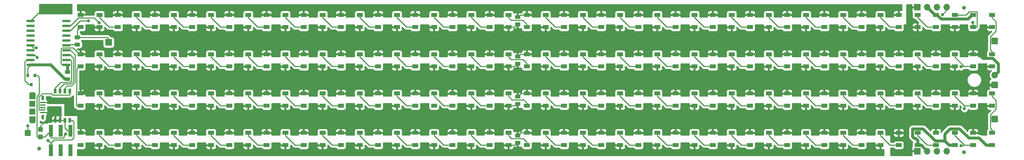
<source format=gbr>
G04 #@! TF.GenerationSoftware,KiCad,Pcbnew,(5.1.5)-3*
G04 #@! TF.CreationDate,2020-07-15T05:41:28-07:00*
G04 #@! TF.ProjectId,pcb,7063622e-6b69-4636-9164-5f7063625858,rev?*
G04 #@! TF.SameCoordinates,Original*
G04 #@! TF.FileFunction,Copper,L1,Top*
G04 #@! TF.FilePolarity,Positive*
%FSLAX46Y46*%
G04 Gerber Fmt 4.6, Leading zero omitted, Abs format (unit mm)*
G04 Created by KiCad (PCBNEW (5.1.5)-3) date 2020-07-15 05:41:28*
%MOMM*%
%LPD*%
G04 APERTURE LIST*
%ADD10C,0.001000*%
%ADD11C,0.100000*%
%ADD12R,1.700000X1.700000*%
%ADD13R,1.500000X1.000000*%
%ADD14R,0.760000X1.270000*%
%ADD15O,1.700000X1.700000*%
%ADD16R,0.800000X0.900000*%
%ADD17R,1.500000X1.600000*%
%ADD18R,1.200000X1.200000*%
%ADD19R,1.000000X3.150000*%
%ADD20O,1.550000X0.775000*%
%ADD21R,1.550000X1.500000*%
%ADD22O,0.650000X1.300000*%
%ADD23R,1.350000X0.400000*%
%ADD24R,8.636000X2.794000*%
%ADD25C,1.000000*%
%ADD26C,0.800000*%
%ADD27C,0.250000*%
%ADD28C,0.762000*%
%ADD29C,0.254000*%
G04 APERTURE END LIST*
D10*
G36*
X27033000Y-106008200D02*
G01*
X28588000Y-106008200D01*
X28588000Y-107205700D01*
X28388000Y-107205700D01*
X28387662Y-107193931D01*
X28386640Y-107180948D01*
X28384941Y-107168036D01*
X28382567Y-107155231D01*
X28379527Y-107142568D01*
X28375828Y-107130081D01*
X28371481Y-107117805D01*
X28366497Y-107105773D01*
X28360891Y-107094018D01*
X28354677Y-107082573D01*
X28347872Y-107071469D01*
X28340496Y-107060737D01*
X28332567Y-107050405D01*
X28324110Y-107040502D01*
X28315145Y-107031055D01*
X28305698Y-107022090D01*
X28295795Y-107013633D01*
X28285463Y-107005704D01*
X28274731Y-106998328D01*
X28263627Y-106991523D01*
X28252182Y-106985309D01*
X28240427Y-106979703D01*
X28228395Y-106974719D01*
X28216119Y-106970372D01*
X28203632Y-106966673D01*
X28190969Y-106963633D01*
X28178164Y-106961259D01*
X28165252Y-106959560D01*
X28152269Y-106958538D01*
X28138000Y-106958200D01*
X28128000Y-106958200D01*
X27498000Y-106958200D01*
X27488000Y-106958200D01*
X27474916Y-106958543D01*
X27461868Y-106959570D01*
X27448891Y-106961278D01*
X27436022Y-106963663D01*
X27423295Y-106966719D01*
X27410746Y-106970436D01*
X27398408Y-106974805D01*
X27386316Y-106979814D01*
X27374502Y-106985448D01*
X27363000Y-106991694D01*
X27351840Y-106998532D01*
X27341054Y-107005946D01*
X27330670Y-107013914D01*
X27320717Y-107022414D01*
X27311223Y-107031423D01*
X27302214Y-107040917D01*
X27293714Y-107050870D01*
X27285746Y-107061254D01*
X27278332Y-107072040D01*
X27271494Y-107083200D01*
X27265248Y-107094702D01*
X27259614Y-107106516D01*
X27254605Y-107118608D01*
X27250236Y-107130946D01*
X27246519Y-107143495D01*
X27243463Y-107156222D01*
X27241078Y-107169091D01*
X27239370Y-107182068D01*
X27238343Y-107195116D01*
X27238000Y-107208200D01*
X27238343Y-107221284D01*
X27239370Y-107234332D01*
X27241078Y-107247309D01*
X27243463Y-107260178D01*
X27246519Y-107272905D01*
X27250236Y-107285454D01*
X27254605Y-107297792D01*
X27259614Y-107309884D01*
X27265248Y-107321698D01*
X27271494Y-107333200D01*
X27278332Y-107344360D01*
X27285746Y-107355146D01*
X27293714Y-107365530D01*
X27302214Y-107375483D01*
X27311223Y-107384977D01*
X27320717Y-107393986D01*
X27330670Y-107402486D01*
X27341054Y-107410454D01*
X27351840Y-107417868D01*
X27363000Y-107424706D01*
X27374502Y-107430952D01*
X27386316Y-107436586D01*
X27398408Y-107441595D01*
X27410746Y-107445964D01*
X27423295Y-107449681D01*
X27436022Y-107452737D01*
X27448891Y-107455122D01*
X27461868Y-107456830D01*
X27474916Y-107457857D01*
X27488000Y-107458200D01*
X28138000Y-107458200D01*
X28152269Y-107457862D01*
X28165252Y-107456840D01*
X28178164Y-107455141D01*
X28190969Y-107452767D01*
X28203632Y-107449727D01*
X28216119Y-107446028D01*
X28228395Y-107441681D01*
X28240427Y-107436697D01*
X28252182Y-107431091D01*
X28263627Y-107424877D01*
X28274731Y-107418072D01*
X28285463Y-107410696D01*
X28295795Y-107402767D01*
X28305698Y-107394310D01*
X28315145Y-107385345D01*
X28324110Y-107375898D01*
X28332567Y-107365995D01*
X28340496Y-107355663D01*
X28347872Y-107344931D01*
X28354677Y-107333827D01*
X28360891Y-107322382D01*
X28366497Y-107310627D01*
X28371481Y-107298595D01*
X28375828Y-107286319D01*
X28379527Y-107273832D01*
X28382567Y-107261169D01*
X28384941Y-107248364D01*
X28386640Y-107235452D01*
X28387662Y-107222469D01*
X28388000Y-107210700D01*
X28588000Y-107210700D01*
X28587318Y-107235553D01*
X28585269Y-107261584D01*
X28581861Y-107287472D01*
X28577103Y-107313146D01*
X28571007Y-107338536D01*
X28563591Y-107363573D01*
X28554875Y-107388187D01*
X28544882Y-107412311D01*
X28533641Y-107435878D01*
X28521182Y-107458826D01*
X28507538Y-107481090D01*
X28492748Y-107502609D01*
X28476853Y-107523325D01*
X28459895Y-107543180D01*
X28441921Y-107562121D01*
X28422980Y-107580095D01*
X28403125Y-107597053D01*
X28382409Y-107612948D01*
X28360890Y-107627738D01*
X28338626Y-107641382D01*
X28315678Y-107653841D01*
X28292111Y-107665082D01*
X28267987Y-107675075D01*
X28243373Y-107683791D01*
X28218336Y-107691207D01*
X28192946Y-107697303D01*
X28167272Y-107702061D01*
X28141384Y-107705469D01*
X28115353Y-107707518D01*
X28088000Y-107708200D01*
X27538000Y-107708200D01*
X27511832Y-107707515D01*
X27485736Y-107705461D01*
X27459783Y-107702044D01*
X27434044Y-107697274D01*
X27408590Y-107691163D01*
X27383492Y-107683728D01*
X27358816Y-107674990D01*
X27334632Y-107664973D01*
X27311005Y-107653703D01*
X27288000Y-107641213D01*
X27265680Y-107627535D01*
X27244107Y-107612708D01*
X27223340Y-107596773D01*
X27203435Y-107579772D01*
X27184447Y-107561753D01*
X27166428Y-107542765D01*
X27149427Y-107522860D01*
X27133492Y-107502093D01*
X27118665Y-107480520D01*
X27104987Y-107458200D01*
X27092497Y-107435195D01*
X27081227Y-107411568D01*
X27071210Y-107387384D01*
X27062472Y-107362708D01*
X27055037Y-107337610D01*
X27048926Y-107312156D01*
X27044156Y-107286417D01*
X27040739Y-107260464D01*
X27038685Y-107234368D01*
X27038000Y-107208200D01*
X27038000Y-106013200D01*
X27033000Y-106013200D01*
X27033000Y-106008200D01*
G37*
X27033000Y-106008200D02*
X28588000Y-106008200D01*
X28588000Y-107205700D01*
X28388000Y-107205700D01*
X28387662Y-107193931D01*
X28386640Y-107180948D01*
X28384941Y-107168036D01*
X28382567Y-107155231D01*
X28379527Y-107142568D01*
X28375828Y-107130081D01*
X28371481Y-107117805D01*
X28366497Y-107105773D01*
X28360891Y-107094018D01*
X28354677Y-107082573D01*
X28347872Y-107071469D01*
X28340496Y-107060737D01*
X28332567Y-107050405D01*
X28324110Y-107040502D01*
X28315145Y-107031055D01*
X28305698Y-107022090D01*
X28295795Y-107013633D01*
X28285463Y-107005704D01*
X28274731Y-106998328D01*
X28263627Y-106991523D01*
X28252182Y-106985309D01*
X28240427Y-106979703D01*
X28228395Y-106974719D01*
X28216119Y-106970372D01*
X28203632Y-106966673D01*
X28190969Y-106963633D01*
X28178164Y-106961259D01*
X28165252Y-106959560D01*
X28152269Y-106958538D01*
X28138000Y-106958200D01*
X28128000Y-106958200D01*
X27498000Y-106958200D01*
X27488000Y-106958200D01*
X27474916Y-106958543D01*
X27461868Y-106959570D01*
X27448891Y-106961278D01*
X27436022Y-106963663D01*
X27423295Y-106966719D01*
X27410746Y-106970436D01*
X27398408Y-106974805D01*
X27386316Y-106979814D01*
X27374502Y-106985448D01*
X27363000Y-106991694D01*
X27351840Y-106998532D01*
X27341054Y-107005946D01*
X27330670Y-107013914D01*
X27320717Y-107022414D01*
X27311223Y-107031423D01*
X27302214Y-107040917D01*
X27293714Y-107050870D01*
X27285746Y-107061254D01*
X27278332Y-107072040D01*
X27271494Y-107083200D01*
X27265248Y-107094702D01*
X27259614Y-107106516D01*
X27254605Y-107118608D01*
X27250236Y-107130946D01*
X27246519Y-107143495D01*
X27243463Y-107156222D01*
X27241078Y-107169091D01*
X27239370Y-107182068D01*
X27238343Y-107195116D01*
X27238000Y-107208200D01*
X27238343Y-107221284D01*
X27239370Y-107234332D01*
X27241078Y-107247309D01*
X27243463Y-107260178D01*
X27246519Y-107272905D01*
X27250236Y-107285454D01*
X27254605Y-107297792D01*
X27259614Y-107309884D01*
X27265248Y-107321698D01*
X27271494Y-107333200D01*
X27278332Y-107344360D01*
X27285746Y-107355146D01*
X27293714Y-107365530D01*
X27302214Y-107375483D01*
X27311223Y-107384977D01*
X27320717Y-107393986D01*
X27330670Y-107402486D01*
X27341054Y-107410454D01*
X27351840Y-107417868D01*
X27363000Y-107424706D01*
X27374502Y-107430952D01*
X27386316Y-107436586D01*
X27398408Y-107441595D01*
X27410746Y-107445964D01*
X27423295Y-107449681D01*
X27436022Y-107452737D01*
X27448891Y-107455122D01*
X27461868Y-107456830D01*
X27474916Y-107457857D01*
X27488000Y-107458200D01*
X28138000Y-107458200D01*
X28152269Y-107457862D01*
X28165252Y-107456840D01*
X28178164Y-107455141D01*
X28190969Y-107452767D01*
X28203632Y-107449727D01*
X28216119Y-107446028D01*
X28228395Y-107441681D01*
X28240427Y-107436697D01*
X28252182Y-107431091D01*
X28263627Y-107424877D01*
X28274731Y-107418072D01*
X28285463Y-107410696D01*
X28295795Y-107402767D01*
X28305698Y-107394310D01*
X28315145Y-107385345D01*
X28324110Y-107375898D01*
X28332567Y-107365995D01*
X28340496Y-107355663D01*
X28347872Y-107344931D01*
X28354677Y-107333827D01*
X28360891Y-107322382D01*
X28366497Y-107310627D01*
X28371481Y-107298595D01*
X28375828Y-107286319D01*
X28379527Y-107273832D01*
X28382567Y-107261169D01*
X28384941Y-107248364D01*
X28386640Y-107235452D01*
X28387662Y-107222469D01*
X28388000Y-107210700D01*
X28588000Y-107210700D01*
X28587318Y-107235553D01*
X28585269Y-107261584D01*
X28581861Y-107287472D01*
X28577103Y-107313146D01*
X28571007Y-107338536D01*
X28563591Y-107363573D01*
X28554875Y-107388187D01*
X28544882Y-107412311D01*
X28533641Y-107435878D01*
X28521182Y-107458826D01*
X28507538Y-107481090D01*
X28492748Y-107502609D01*
X28476853Y-107523325D01*
X28459895Y-107543180D01*
X28441921Y-107562121D01*
X28422980Y-107580095D01*
X28403125Y-107597053D01*
X28382409Y-107612948D01*
X28360890Y-107627738D01*
X28338626Y-107641382D01*
X28315678Y-107653841D01*
X28292111Y-107665082D01*
X28267987Y-107675075D01*
X28243373Y-107683791D01*
X28218336Y-107691207D01*
X28192946Y-107697303D01*
X28167272Y-107702061D01*
X28141384Y-107705469D01*
X28115353Y-107707518D01*
X28088000Y-107708200D01*
X27538000Y-107708200D01*
X27511832Y-107707515D01*
X27485736Y-107705461D01*
X27459783Y-107702044D01*
X27434044Y-107697274D01*
X27408590Y-107691163D01*
X27383492Y-107683728D01*
X27358816Y-107674990D01*
X27334632Y-107664973D01*
X27311005Y-107653703D01*
X27288000Y-107641213D01*
X27265680Y-107627535D01*
X27244107Y-107612708D01*
X27223340Y-107596773D01*
X27203435Y-107579772D01*
X27184447Y-107561753D01*
X27166428Y-107542765D01*
X27149427Y-107522860D01*
X27133492Y-107502093D01*
X27118665Y-107480520D01*
X27104987Y-107458200D01*
X27092497Y-107435195D01*
X27081227Y-107411568D01*
X27071210Y-107387384D01*
X27062472Y-107362708D01*
X27055037Y-107337610D01*
X27048926Y-107312156D01*
X27044156Y-107286417D01*
X27040739Y-107260464D01*
X27038685Y-107234368D01*
X27038000Y-107208200D01*
X27038000Y-106013200D01*
X27033000Y-106013200D01*
X27033000Y-106008200D01*
G36*
X28593000Y-101408200D02*
G01*
X27038000Y-101408200D01*
X27038000Y-100210700D01*
X27238000Y-100210700D01*
X27238338Y-100222469D01*
X27239360Y-100235452D01*
X27241059Y-100248364D01*
X27243433Y-100261169D01*
X27246473Y-100273832D01*
X27250172Y-100286319D01*
X27254519Y-100298595D01*
X27259503Y-100310627D01*
X27265109Y-100322382D01*
X27271323Y-100333827D01*
X27278128Y-100344931D01*
X27285504Y-100355663D01*
X27293433Y-100365995D01*
X27301890Y-100375898D01*
X27310855Y-100385345D01*
X27320302Y-100394310D01*
X27330205Y-100402767D01*
X27340537Y-100410696D01*
X27351269Y-100418072D01*
X27362373Y-100424877D01*
X27373818Y-100431091D01*
X27385573Y-100436697D01*
X27397605Y-100441681D01*
X27409881Y-100446028D01*
X27422368Y-100449727D01*
X27435031Y-100452767D01*
X27447836Y-100455141D01*
X27460748Y-100456840D01*
X27473731Y-100457862D01*
X27488000Y-100458200D01*
X27498000Y-100458200D01*
X28128000Y-100458200D01*
X28138000Y-100458200D01*
X28151084Y-100457857D01*
X28164132Y-100456830D01*
X28177109Y-100455122D01*
X28189978Y-100452737D01*
X28202705Y-100449681D01*
X28215254Y-100445964D01*
X28227592Y-100441595D01*
X28239684Y-100436586D01*
X28251498Y-100430952D01*
X28263000Y-100424706D01*
X28274160Y-100417868D01*
X28284946Y-100410454D01*
X28295330Y-100402486D01*
X28305283Y-100393986D01*
X28314777Y-100384977D01*
X28323786Y-100375483D01*
X28332286Y-100365530D01*
X28340254Y-100355146D01*
X28347668Y-100344360D01*
X28354506Y-100333200D01*
X28360752Y-100321698D01*
X28366386Y-100309884D01*
X28371395Y-100297792D01*
X28375764Y-100285454D01*
X28379481Y-100272905D01*
X28382537Y-100260178D01*
X28384922Y-100247309D01*
X28386630Y-100234332D01*
X28387657Y-100221284D01*
X28388000Y-100208200D01*
X28387657Y-100195116D01*
X28386630Y-100182068D01*
X28384922Y-100169091D01*
X28382537Y-100156222D01*
X28379481Y-100143495D01*
X28375764Y-100130946D01*
X28371395Y-100118608D01*
X28366386Y-100106516D01*
X28360752Y-100094702D01*
X28354506Y-100083200D01*
X28347668Y-100072040D01*
X28340254Y-100061254D01*
X28332286Y-100050870D01*
X28323786Y-100040917D01*
X28314777Y-100031423D01*
X28305283Y-100022414D01*
X28295330Y-100013914D01*
X28284946Y-100005946D01*
X28274160Y-99998532D01*
X28263000Y-99991694D01*
X28251498Y-99985448D01*
X28239684Y-99979814D01*
X28227592Y-99974805D01*
X28215254Y-99970436D01*
X28202705Y-99966719D01*
X28189978Y-99963663D01*
X28177109Y-99961278D01*
X28164132Y-99959570D01*
X28151084Y-99958543D01*
X28138000Y-99958200D01*
X27488000Y-99958200D01*
X27473731Y-99958538D01*
X27460748Y-99959560D01*
X27447836Y-99961259D01*
X27435031Y-99963633D01*
X27422368Y-99966673D01*
X27409881Y-99970372D01*
X27397605Y-99974719D01*
X27385573Y-99979703D01*
X27373818Y-99985309D01*
X27362373Y-99991523D01*
X27351269Y-99998328D01*
X27340537Y-100005704D01*
X27330205Y-100013633D01*
X27320302Y-100022090D01*
X27310855Y-100031055D01*
X27301890Y-100040502D01*
X27293433Y-100050405D01*
X27285504Y-100060737D01*
X27278128Y-100071469D01*
X27271323Y-100082573D01*
X27265109Y-100094018D01*
X27259503Y-100105773D01*
X27254519Y-100117805D01*
X27250172Y-100130081D01*
X27246473Y-100142568D01*
X27243433Y-100155231D01*
X27241059Y-100168036D01*
X27239360Y-100180948D01*
X27238338Y-100193931D01*
X27238000Y-100205700D01*
X27038000Y-100205700D01*
X27038682Y-100180847D01*
X27040731Y-100154816D01*
X27044139Y-100128928D01*
X27048897Y-100103254D01*
X27054993Y-100077864D01*
X27062409Y-100052827D01*
X27071125Y-100028213D01*
X27081118Y-100004089D01*
X27092359Y-99980522D01*
X27104818Y-99957574D01*
X27118462Y-99935310D01*
X27133252Y-99913791D01*
X27149147Y-99893075D01*
X27166105Y-99873220D01*
X27184079Y-99854279D01*
X27203020Y-99836305D01*
X27222875Y-99819347D01*
X27243591Y-99803452D01*
X27265110Y-99788662D01*
X27287374Y-99775018D01*
X27310322Y-99762559D01*
X27333889Y-99751318D01*
X27358013Y-99741325D01*
X27382627Y-99732609D01*
X27407664Y-99725193D01*
X27433054Y-99719097D01*
X27458728Y-99714339D01*
X27484616Y-99710931D01*
X27510647Y-99708882D01*
X27538000Y-99708200D01*
X28088000Y-99708200D01*
X28114168Y-99708885D01*
X28140264Y-99710939D01*
X28166217Y-99714356D01*
X28191956Y-99719126D01*
X28217410Y-99725237D01*
X28242508Y-99732672D01*
X28267184Y-99741410D01*
X28291368Y-99751427D01*
X28314995Y-99762697D01*
X28338000Y-99775187D01*
X28360320Y-99788865D01*
X28381893Y-99803692D01*
X28402660Y-99819627D01*
X28422565Y-99836628D01*
X28441553Y-99854647D01*
X28459572Y-99873635D01*
X28476573Y-99893540D01*
X28492508Y-99914307D01*
X28507335Y-99935880D01*
X28521013Y-99958200D01*
X28533503Y-99981205D01*
X28544773Y-100004832D01*
X28554790Y-100029016D01*
X28563528Y-100053692D01*
X28570963Y-100078790D01*
X28577074Y-100104244D01*
X28581844Y-100129983D01*
X28585261Y-100155936D01*
X28587315Y-100182032D01*
X28588000Y-100208200D01*
X28588000Y-101403200D01*
X28593000Y-101403200D01*
X28593000Y-101408200D01*
G37*
X28593000Y-101408200D02*
X27038000Y-101408200D01*
X27038000Y-100210700D01*
X27238000Y-100210700D01*
X27238338Y-100222469D01*
X27239360Y-100235452D01*
X27241059Y-100248364D01*
X27243433Y-100261169D01*
X27246473Y-100273832D01*
X27250172Y-100286319D01*
X27254519Y-100298595D01*
X27259503Y-100310627D01*
X27265109Y-100322382D01*
X27271323Y-100333827D01*
X27278128Y-100344931D01*
X27285504Y-100355663D01*
X27293433Y-100365995D01*
X27301890Y-100375898D01*
X27310855Y-100385345D01*
X27320302Y-100394310D01*
X27330205Y-100402767D01*
X27340537Y-100410696D01*
X27351269Y-100418072D01*
X27362373Y-100424877D01*
X27373818Y-100431091D01*
X27385573Y-100436697D01*
X27397605Y-100441681D01*
X27409881Y-100446028D01*
X27422368Y-100449727D01*
X27435031Y-100452767D01*
X27447836Y-100455141D01*
X27460748Y-100456840D01*
X27473731Y-100457862D01*
X27488000Y-100458200D01*
X27498000Y-100458200D01*
X28128000Y-100458200D01*
X28138000Y-100458200D01*
X28151084Y-100457857D01*
X28164132Y-100456830D01*
X28177109Y-100455122D01*
X28189978Y-100452737D01*
X28202705Y-100449681D01*
X28215254Y-100445964D01*
X28227592Y-100441595D01*
X28239684Y-100436586D01*
X28251498Y-100430952D01*
X28263000Y-100424706D01*
X28274160Y-100417868D01*
X28284946Y-100410454D01*
X28295330Y-100402486D01*
X28305283Y-100393986D01*
X28314777Y-100384977D01*
X28323786Y-100375483D01*
X28332286Y-100365530D01*
X28340254Y-100355146D01*
X28347668Y-100344360D01*
X28354506Y-100333200D01*
X28360752Y-100321698D01*
X28366386Y-100309884D01*
X28371395Y-100297792D01*
X28375764Y-100285454D01*
X28379481Y-100272905D01*
X28382537Y-100260178D01*
X28384922Y-100247309D01*
X28386630Y-100234332D01*
X28387657Y-100221284D01*
X28388000Y-100208200D01*
X28387657Y-100195116D01*
X28386630Y-100182068D01*
X28384922Y-100169091D01*
X28382537Y-100156222D01*
X28379481Y-100143495D01*
X28375764Y-100130946D01*
X28371395Y-100118608D01*
X28366386Y-100106516D01*
X28360752Y-100094702D01*
X28354506Y-100083200D01*
X28347668Y-100072040D01*
X28340254Y-100061254D01*
X28332286Y-100050870D01*
X28323786Y-100040917D01*
X28314777Y-100031423D01*
X28305283Y-100022414D01*
X28295330Y-100013914D01*
X28284946Y-100005946D01*
X28274160Y-99998532D01*
X28263000Y-99991694D01*
X28251498Y-99985448D01*
X28239684Y-99979814D01*
X28227592Y-99974805D01*
X28215254Y-99970436D01*
X28202705Y-99966719D01*
X28189978Y-99963663D01*
X28177109Y-99961278D01*
X28164132Y-99959570D01*
X28151084Y-99958543D01*
X28138000Y-99958200D01*
X27488000Y-99958200D01*
X27473731Y-99958538D01*
X27460748Y-99959560D01*
X27447836Y-99961259D01*
X27435031Y-99963633D01*
X27422368Y-99966673D01*
X27409881Y-99970372D01*
X27397605Y-99974719D01*
X27385573Y-99979703D01*
X27373818Y-99985309D01*
X27362373Y-99991523D01*
X27351269Y-99998328D01*
X27340537Y-100005704D01*
X27330205Y-100013633D01*
X27320302Y-100022090D01*
X27310855Y-100031055D01*
X27301890Y-100040502D01*
X27293433Y-100050405D01*
X27285504Y-100060737D01*
X27278128Y-100071469D01*
X27271323Y-100082573D01*
X27265109Y-100094018D01*
X27259503Y-100105773D01*
X27254519Y-100117805D01*
X27250172Y-100130081D01*
X27246473Y-100142568D01*
X27243433Y-100155231D01*
X27241059Y-100168036D01*
X27239360Y-100180948D01*
X27238338Y-100193931D01*
X27238000Y-100205700D01*
X27038000Y-100205700D01*
X27038682Y-100180847D01*
X27040731Y-100154816D01*
X27044139Y-100128928D01*
X27048897Y-100103254D01*
X27054993Y-100077864D01*
X27062409Y-100052827D01*
X27071125Y-100028213D01*
X27081118Y-100004089D01*
X27092359Y-99980522D01*
X27104818Y-99957574D01*
X27118462Y-99935310D01*
X27133252Y-99913791D01*
X27149147Y-99893075D01*
X27166105Y-99873220D01*
X27184079Y-99854279D01*
X27203020Y-99836305D01*
X27222875Y-99819347D01*
X27243591Y-99803452D01*
X27265110Y-99788662D01*
X27287374Y-99775018D01*
X27310322Y-99762559D01*
X27333889Y-99751318D01*
X27358013Y-99741325D01*
X27382627Y-99732609D01*
X27407664Y-99725193D01*
X27433054Y-99719097D01*
X27458728Y-99714339D01*
X27484616Y-99710931D01*
X27510647Y-99708882D01*
X27538000Y-99708200D01*
X28088000Y-99708200D01*
X28114168Y-99708885D01*
X28140264Y-99710939D01*
X28166217Y-99714356D01*
X28191956Y-99719126D01*
X28217410Y-99725237D01*
X28242508Y-99732672D01*
X28267184Y-99741410D01*
X28291368Y-99751427D01*
X28314995Y-99762697D01*
X28338000Y-99775187D01*
X28360320Y-99788865D01*
X28381893Y-99803692D01*
X28402660Y-99819627D01*
X28422565Y-99836628D01*
X28441553Y-99854647D01*
X28459572Y-99873635D01*
X28476573Y-99893540D01*
X28492508Y-99914307D01*
X28507335Y-99935880D01*
X28521013Y-99958200D01*
X28533503Y-99981205D01*
X28544773Y-100004832D01*
X28554790Y-100029016D01*
X28563528Y-100053692D01*
X28570963Y-100078790D01*
X28577074Y-100104244D01*
X28581844Y-100129983D01*
X28585261Y-100155936D01*
X28587315Y-100182032D01*
X28588000Y-100208200D01*
X28588000Y-101403200D01*
X28593000Y-101403200D01*
X28593000Y-101408200D01*
G04 #@! TA.AperFunction,SMDPad,CuDef*
D11*
G36*
X154277142Y-110511674D02*
G01*
X154300803Y-110515184D01*
X154324007Y-110520996D01*
X154346529Y-110529054D01*
X154368153Y-110539282D01*
X154388670Y-110551579D01*
X154407883Y-110565829D01*
X154425607Y-110581893D01*
X154441671Y-110599617D01*
X154455921Y-110618830D01*
X154468218Y-110639347D01*
X154478446Y-110660971D01*
X154486504Y-110683493D01*
X154492316Y-110706697D01*
X154495826Y-110730358D01*
X154497000Y-110754250D01*
X154497000Y-111241750D01*
X154495826Y-111265642D01*
X154492316Y-111289303D01*
X154486504Y-111312507D01*
X154478446Y-111335029D01*
X154468218Y-111356653D01*
X154455921Y-111377170D01*
X154441671Y-111396383D01*
X154425607Y-111414107D01*
X154407883Y-111430171D01*
X154388670Y-111444421D01*
X154368153Y-111456718D01*
X154346529Y-111466946D01*
X154324007Y-111475004D01*
X154300803Y-111480816D01*
X154277142Y-111484326D01*
X154253250Y-111485500D01*
X153340750Y-111485500D01*
X153316858Y-111484326D01*
X153293197Y-111480816D01*
X153269993Y-111475004D01*
X153247471Y-111466946D01*
X153225847Y-111456718D01*
X153205330Y-111444421D01*
X153186117Y-111430171D01*
X153168393Y-111414107D01*
X153152329Y-111396383D01*
X153138079Y-111377170D01*
X153125782Y-111356653D01*
X153115554Y-111335029D01*
X153107496Y-111312507D01*
X153101684Y-111289303D01*
X153098174Y-111265642D01*
X153097000Y-111241750D01*
X153097000Y-110754250D01*
X153098174Y-110730358D01*
X153101684Y-110706697D01*
X153107496Y-110683493D01*
X153115554Y-110660971D01*
X153125782Y-110639347D01*
X153138079Y-110618830D01*
X153152329Y-110599617D01*
X153168393Y-110581893D01*
X153186117Y-110565829D01*
X153205330Y-110551579D01*
X153225847Y-110539282D01*
X153247471Y-110529054D01*
X153269993Y-110520996D01*
X153293197Y-110515184D01*
X153316858Y-110511674D01*
X153340750Y-110510500D01*
X154253250Y-110510500D01*
X154277142Y-110511674D01*
G37*
G04 #@! TD.AperFunction*
G04 #@! TA.AperFunction,SMDPad,CuDef*
G36*
X154277142Y-112386674D02*
G01*
X154300803Y-112390184D01*
X154324007Y-112395996D01*
X154346529Y-112404054D01*
X154368153Y-112414282D01*
X154388670Y-112426579D01*
X154407883Y-112440829D01*
X154425607Y-112456893D01*
X154441671Y-112474617D01*
X154455921Y-112493830D01*
X154468218Y-112514347D01*
X154478446Y-112535971D01*
X154486504Y-112558493D01*
X154492316Y-112581697D01*
X154495826Y-112605358D01*
X154497000Y-112629250D01*
X154497000Y-113116750D01*
X154495826Y-113140642D01*
X154492316Y-113164303D01*
X154486504Y-113187507D01*
X154478446Y-113210029D01*
X154468218Y-113231653D01*
X154455921Y-113252170D01*
X154441671Y-113271383D01*
X154425607Y-113289107D01*
X154407883Y-113305171D01*
X154388670Y-113319421D01*
X154368153Y-113331718D01*
X154346529Y-113341946D01*
X154324007Y-113350004D01*
X154300803Y-113355816D01*
X154277142Y-113359326D01*
X154253250Y-113360500D01*
X153340750Y-113360500D01*
X153316858Y-113359326D01*
X153293197Y-113355816D01*
X153269993Y-113350004D01*
X153247471Y-113341946D01*
X153225847Y-113331718D01*
X153205330Y-113319421D01*
X153186117Y-113305171D01*
X153168393Y-113289107D01*
X153152329Y-113271383D01*
X153138079Y-113252170D01*
X153125782Y-113231653D01*
X153115554Y-113210029D01*
X153107496Y-113187507D01*
X153101684Y-113164303D01*
X153098174Y-113140642D01*
X153097000Y-113116750D01*
X153097000Y-112629250D01*
X153098174Y-112605358D01*
X153101684Y-112581697D01*
X153107496Y-112558493D01*
X153115554Y-112535971D01*
X153125782Y-112514347D01*
X153138079Y-112493830D01*
X153152329Y-112474617D01*
X153168393Y-112456893D01*
X153186117Y-112440829D01*
X153205330Y-112426579D01*
X153225847Y-112414282D01*
X153247471Y-112404054D01*
X153269993Y-112395996D01*
X153293197Y-112390184D01*
X153316858Y-112386674D01*
X153340750Y-112385500D01*
X154253250Y-112385500D01*
X154277142Y-112386674D01*
G37*
G04 #@! TD.AperFunction*
G04 #@! TA.AperFunction,SMDPad,CuDef*
G36*
X154277142Y-102256674D02*
G01*
X154300803Y-102260184D01*
X154324007Y-102265996D01*
X154346529Y-102274054D01*
X154368153Y-102284282D01*
X154388670Y-102296579D01*
X154407883Y-102310829D01*
X154425607Y-102326893D01*
X154441671Y-102344617D01*
X154455921Y-102363830D01*
X154468218Y-102384347D01*
X154478446Y-102405971D01*
X154486504Y-102428493D01*
X154492316Y-102451697D01*
X154495826Y-102475358D01*
X154497000Y-102499250D01*
X154497000Y-102986750D01*
X154495826Y-103010642D01*
X154492316Y-103034303D01*
X154486504Y-103057507D01*
X154478446Y-103080029D01*
X154468218Y-103101653D01*
X154455921Y-103122170D01*
X154441671Y-103141383D01*
X154425607Y-103159107D01*
X154407883Y-103175171D01*
X154388670Y-103189421D01*
X154368153Y-103201718D01*
X154346529Y-103211946D01*
X154324007Y-103220004D01*
X154300803Y-103225816D01*
X154277142Y-103229326D01*
X154253250Y-103230500D01*
X153340750Y-103230500D01*
X153316858Y-103229326D01*
X153293197Y-103225816D01*
X153269993Y-103220004D01*
X153247471Y-103211946D01*
X153225847Y-103201718D01*
X153205330Y-103189421D01*
X153186117Y-103175171D01*
X153168393Y-103159107D01*
X153152329Y-103141383D01*
X153138079Y-103122170D01*
X153125782Y-103101653D01*
X153115554Y-103080029D01*
X153107496Y-103057507D01*
X153101684Y-103034303D01*
X153098174Y-103010642D01*
X153097000Y-102986750D01*
X153097000Y-102499250D01*
X153098174Y-102475358D01*
X153101684Y-102451697D01*
X153107496Y-102428493D01*
X153115554Y-102405971D01*
X153125782Y-102384347D01*
X153138079Y-102363830D01*
X153152329Y-102344617D01*
X153168393Y-102326893D01*
X153186117Y-102310829D01*
X153205330Y-102296579D01*
X153225847Y-102284282D01*
X153247471Y-102274054D01*
X153269993Y-102265996D01*
X153293197Y-102260184D01*
X153316858Y-102256674D01*
X153340750Y-102255500D01*
X154253250Y-102255500D01*
X154277142Y-102256674D01*
G37*
G04 #@! TD.AperFunction*
G04 #@! TA.AperFunction,SMDPad,CuDef*
G36*
X154277142Y-100381674D02*
G01*
X154300803Y-100385184D01*
X154324007Y-100390996D01*
X154346529Y-100399054D01*
X154368153Y-100409282D01*
X154388670Y-100421579D01*
X154407883Y-100435829D01*
X154425607Y-100451893D01*
X154441671Y-100469617D01*
X154455921Y-100488830D01*
X154468218Y-100509347D01*
X154478446Y-100530971D01*
X154486504Y-100553493D01*
X154492316Y-100576697D01*
X154495826Y-100600358D01*
X154497000Y-100624250D01*
X154497000Y-101111750D01*
X154495826Y-101135642D01*
X154492316Y-101159303D01*
X154486504Y-101182507D01*
X154478446Y-101205029D01*
X154468218Y-101226653D01*
X154455921Y-101247170D01*
X154441671Y-101266383D01*
X154425607Y-101284107D01*
X154407883Y-101300171D01*
X154388670Y-101314421D01*
X154368153Y-101326718D01*
X154346529Y-101336946D01*
X154324007Y-101345004D01*
X154300803Y-101350816D01*
X154277142Y-101354326D01*
X154253250Y-101355500D01*
X153340750Y-101355500D01*
X153316858Y-101354326D01*
X153293197Y-101350816D01*
X153269993Y-101345004D01*
X153247471Y-101336946D01*
X153225847Y-101326718D01*
X153205330Y-101314421D01*
X153186117Y-101300171D01*
X153168393Y-101284107D01*
X153152329Y-101266383D01*
X153138079Y-101247170D01*
X153125782Y-101226653D01*
X153115554Y-101205029D01*
X153107496Y-101182507D01*
X153101684Y-101159303D01*
X153098174Y-101135642D01*
X153097000Y-101111750D01*
X153097000Y-100624250D01*
X153098174Y-100600358D01*
X153101684Y-100576697D01*
X153107496Y-100553493D01*
X153115554Y-100530971D01*
X153125782Y-100509347D01*
X153138079Y-100488830D01*
X153152329Y-100469617D01*
X153168393Y-100451893D01*
X153186117Y-100435829D01*
X153205330Y-100421579D01*
X153225847Y-100409282D01*
X153247471Y-100399054D01*
X153269993Y-100390996D01*
X153293197Y-100385184D01*
X153316858Y-100381674D01*
X153340750Y-100380500D01*
X154253250Y-100380500D01*
X154277142Y-100381674D01*
G37*
G04 #@! TD.AperFunction*
G04 #@! TA.AperFunction,SMDPad,CuDef*
G36*
X154277142Y-89937674D02*
G01*
X154300803Y-89941184D01*
X154324007Y-89946996D01*
X154346529Y-89955054D01*
X154368153Y-89965282D01*
X154388670Y-89977579D01*
X154407883Y-89991829D01*
X154425607Y-90007893D01*
X154441671Y-90025617D01*
X154455921Y-90044830D01*
X154468218Y-90065347D01*
X154478446Y-90086971D01*
X154486504Y-90109493D01*
X154492316Y-90132697D01*
X154495826Y-90156358D01*
X154497000Y-90180250D01*
X154497000Y-90667750D01*
X154495826Y-90691642D01*
X154492316Y-90715303D01*
X154486504Y-90738507D01*
X154478446Y-90761029D01*
X154468218Y-90782653D01*
X154455921Y-90803170D01*
X154441671Y-90822383D01*
X154425607Y-90840107D01*
X154407883Y-90856171D01*
X154388670Y-90870421D01*
X154368153Y-90882718D01*
X154346529Y-90892946D01*
X154324007Y-90901004D01*
X154300803Y-90906816D01*
X154277142Y-90910326D01*
X154253250Y-90911500D01*
X153340750Y-90911500D01*
X153316858Y-90910326D01*
X153293197Y-90906816D01*
X153269993Y-90901004D01*
X153247471Y-90892946D01*
X153225847Y-90882718D01*
X153205330Y-90870421D01*
X153186117Y-90856171D01*
X153168393Y-90840107D01*
X153152329Y-90822383D01*
X153138079Y-90803170D01*
X153125782Y-90782653D01*
X153115554Y-90761029D01*
X153107496Y-90738507D01*
X153101684Y-90715303D01*
X153098174Y-90691642D01*
X153097000Y-90667750D01*
X153097000Y-90180250D01*
X153098174Y-90156358D01*
X153101684Y-90132697D01*
X153107496Y-90109493D01*
X153115554Y-90086971D01*
X153125782Y-90065347D01*
X153138079Y-90044830D01*
X153152329Y-90025617D01*
X153168393Y-90007893D01*
X153186117Y-89991829D01*
X153205330Y-89977579D01*
X153225847Y-89965282D01*
X153247471Y-89955054D01*
X153269993Y-89946996D01*
X153293197Y-89941184D01*
X153316858Y-89937674D01*
X153340750Y-89936500D01*
X154253250Y-89936500D01*
X154277142Y-89937674D01*
G37*
G04 #@! TD.AperFunction*
G04 #@! TA.AperFunction,SMDPad,CuDef*
G36*
X154277142Y-91812674D02*
G01*
X154300803Y-91816184D01*
X154324007Y-91821996D01*
X154346529Y-91830054D01*
X154368153Y-91840282D01*
X154388670Y-91852579D01*
X154407883Y-91866829D01*
X154425607Y-91882893D01*
X154441671Y-91900617D01*
X154455921Y-91919830D01*
X154468218Y-91940347D01*
X154478446Y-91961971D01*
X154486504Y-91984493D01*
X154492316Y-92007697D01*
X154495826Y-92031358D01*
X154497000Y-92055250D01*
X154497000Y-92542750D01*
X154495826Y-92566642D01*
X154492316Y-92590303D01*
X154486504Y-92613507D01*
X154478446Y-92636029D01*
X154468218Y-92657653D01*
X154455921Y-92678170D01*
X154441671Y-92697383D01*
X154425607Y-92715107D01*
X154407883Y-92731171D01*
X154388670Y-92745421D01*
X154368153Y-92757718D01*
X154346529Y-92767946D01*
X154324007Y-92776004D01*
X154300803Y-92781816D01*
X154277142Y-92785326D01*
X154253250Y-92786500D01*
X153340750Y-92786500D01*
X153316858Y-92785326D01*
X153293197Y-92781816D01*
X153269993Y-92776004D01*
X153247471Y-92767946D01*
X153225847Y-92757718D01*
X153205330Y-92745421D01*
X153186117Y-92731171D01*
X153168393Y-92715107D01*
X153152329Y-92697383D01*
X153138079Y-92678170D01*
X153125782Y-92657653D01*
X153115554Y-92636029D01*
X153107496Y-92613507D01*
X153101684Y-92590303D01*
X153098174Y-92566642D01*
X153097000Y-92542750D01*
X153097000Y-92055250D01*
X153098174Y-92031358D01*
X153101684Y-92007697D01*
X153107496Y-91984493D01*
X153115554Y-91961971D01*
X153125782Y-91940347D01*
X153138079Y-91919830D01*
X153152329Y-91900617D01*
X153168393Y-91882893D01*
X153186117Y-91866829D01*
X153205330Y-91852579D01*
X153225847Y-91840282D01*
X153247471Y-91830054D01*
X153269993Y-91821996D01*
X153293197Y-91816184D01*
X153316858Y-91812674D01*
X153340750Y-91811500D01*
X154253250Y-91811500D01*
X154277142Y-91812674D01*
G37*
G04 #@! TD.AperFunction*
G04 #@! TA.AperFunction,SMDPad,CuDef*
G36*
X154277142Y-81555674D02*
G01*
X154300803Y-81559184D01*
X154324007Y-81564996D01*
X154346529Y-81573054D01*
X154368153Y-81583282D01*
X154388670Y-81595579D01*
X154407883Y-81609829D01*
X154425607Y-81625893D01*
X154441671Y-81643617D01*
X154455921Y-81662830D01*
X154468218Y-81683347D01*
X154478446Y-81704971D01*
X154486504Y-81727493D01*
X154492316Y-81750697D01*
X154495826Y-81774358D01*
X154497000Y-81798250D01*
X154497000Y-82285750D01*
X154495826Y-82309642D01*
X154492316Y-82333303D01*
X154486504Y-82356507D01*
X154478446Y-82379029D01*
X154468218Y-82400653D01*
X154455921Y-82421170D01*
X154441671Y-82440383D01*
X154425607Y-82458107D01*
X154407883Y-82474171D01*
X154388670Y-82488421D01*
X154368153Y-82500718D01*
X154346529Y-82510946D01*
X154324007Y-82519004D01*
X154300803Y-82524816D01*
X154277142Y-82528326D01*
X154253250Y-82529500D01*
X153340750Y-82529500D01*
X153316858Y-82528326D01*
X153293197Y-82524816D01*
X153269993Y-82519004D01*
X153247471Y-82510946D01*
X153225847Y-82500718D01*
X153205330Y-82488421D01*
X153186117Y-82474171D01*
X153168393Y-82458107D01*
X153152329Y-82440383D01*
X153138079Y-82421170D01*
X153125782Y-82400653D01*
X153115554Y-82379029D01*
X153107496Y-82356507D01*
X153101684Y-82333303D01*
X153098174Y-82309642D01*
X153097000Y-82285750D01*
X153097000Y-81798250D01*
X153098174Y-81774358D01*
X153101684Y-81750697D01*
X153107496Y-81727493D01*
X153115554Y-81704971D01*
X153125782Y-81683347D01*
X153138079Y-81662830D01*
X153152329Y-81643617D01*
X153168393Y-81625893D01*
X153186117Y-81609829D01*
X153205330Y-81595579D01*
X153225847Y-81583282D01*
X153247471Y-81573054D01*
X153269993Y-81564996D01*
X153293197Y-81559184D01*
X153316858Y-81555674D01*
X153340750Y-81554500D01*
X154253250Y-81554500D01*
X154277142Y-81555674D01*
G37*
G04 #@! TD.AperFunction*
G04 #@! TA.AperFunction,SMDPad,CuDef*
G36*
X154277142Y-79680674D02*
G01*
X154300803Y-79684184D01*
X154324007Y-79689996D01*
X154346529Y-79698054D01*
X154368153Y-79708282D01*
X154388670Y-79720579D01*
X154407883Y-79734829D01*
X154425607Y-79750893D01*
X154441671Y-79768617D01*
X154455921Y-79787830D01*
X154468218Y-79808347D01*
X154478446Y-79829971D01*
X154486504Y-79852493D01*
X154492316Y-79875697D01*
X154495826Y-79899358D01*
X154497000Y-79923250D01*
X154497000Y-80410750D01*
X154495826Y-80434642D01*
X154492316Y-80458303D01*
X154486504Y-80481507D01*
X154478446Y-80504029D01*
X154468218Y-80525653D01*
X154455921Y-80546170D01*
X154441671Y-80565383D01*
X154425607Y-80583107D01*
X154407883Y-80599171D01*
X154388670Y-80613421D01*
X154368153Y-80625718D01*
X154346529Y-80635946D01*
X154324007Y-80644004D01*
X154300803Y-80649816D01*
X154277142Y-80653326D01*
X154253250Y-80654500D01*
X153340750Y-80654500D01*
X153316858Y-80653326D01*
X153293197Y-80649816D01*
X153269993Y-80644004D01*
X153247471Y-80635946D01*
X153225847Y-80625718D01*
X153205330Y-80613421D01*
X153186117Y-80599171D01*
X153168393Y-80583107D01*
X153152329Y-80565383D01*
X153138079Y-80546170D01*
X153125782Y-80525653D01*
X153115554Y-80504029D01*
X153107496Y-80481507D01*
X153101684Y-80458303D01*
X153098174Y-80434642D01*
X153097000Y-80410750D01*
X153097000Y-79923250D01*
X153098174Y-79899358D01*
X153101684Y-79875697D01*
X153107496Y-79852493D01*
X153115554Y-79829971D01*
X153125782Y-79808347D01*
X153138079Y-79787830D01*
X153152329Y-79768617D01*
X153168393Y-79750893D01*
X153186117Y-79734829D01*
X153205330Y-79720579D01*
X153225847Y-79708282D01*
X153247471Y-79698054D01*
X153269993Y-79689996D01*
X153293197Y-79684184D01*
X153316858Y-79680674D01*
X153340750Y-79679500D01*
X154253250Y-79679500D01*
X154277142Y-79680674D01*
G37*
G04 #@! TD.AperFunction*
D12*
X47625000Y-86741000D03*
D13*
X40323600Y-79565700D03*
X40323600Y-82765700D03*
X45223600Y-79565700D03*
X45223600Y-82765700D03*
X151395600Y-103238100D03*
X151395600Y-100038100D03*
X146495600Y-103238100D03*
X146495600Y-100038100D03*
D14*
X33782000Y-107061000D03*
X33782000Y-99441000D03*
X37592000Y-107061000D03*
X36322000Y-107061000D03*
X35052000Y-107061000D03*
X35052000Y-99441000D03*
X36322000Y-99441000D03*
X37592000Y-99441000D03*
D15*
X277622000Y-95250000D03*
D12*
X277622000Y-97790000D03*
X277622000Y-106680000D03*
X277622000Y-86360000D03*
D13*
X252667600Y-110274300D03*
X252667600Y-113474300D03*
X257567600Y-110274300D03*
X257567600Y-113474300D03*
X257567600Y-103238100D03*
X257567600Y-100038100D03*
X252667600Y-103238100D03*
X252667600Y-100038100D03*
X252667600Y-89801900D03*
X252667600Y-93001900D03*
X257567600Y-89801900D03*
X257567600Y-93001900D03*
X276871600Y-82765700D03*
X276871600Y-79565700D03*
X271971600Y-82765700D03*
X271971600Y-79565700D03*
D16*
X27559000Y-97720000D03*
X26609000Y-95320000D03*
X28509000Y-95320000D03*
G04 #@! TA.AperFunction,SMDPad,CuDef*
D11*
G36*
X28243703Y-92283722D02*
G01*
X28258264Y-92285882D01*
X28272543Y-92289459D01*
X28286403Y-92294418D01*
X28299710Y-92300712D01*
X28312336Y-92308280D01*
X28324159Y-92317048D01*
X28335066Y-92326934D01*
X28344952Y-92337841D01*
X28353720Y-92349664D01*
X28361288Y-92362290D01*
X28367582Y-92375597D01*
X28372541Y-92389457D01*
X28376118Y-92403736D01*
X28378278Y-92418297D01*
X28379000Y-92433000D01*
X28379000Y-92733000D01*
X28378278Y-92747703D01*
X28376118Y-92762264D01*
X28372541Y-92776543D01*
X28367582Y-92790403D01*
X28361288Y-92803710D01*
X28353720Y-92816336D01*
X28344952Y-92828159D01*
X28335066Y-92839066D01*
X28324159Y-92848952D01*
X28312336Y-92857720D01*
X28299710Y-92865288D01*
X28286403Y-92871582D01*
X28272543Y-92876541D01*
X28258264Y-92880118D01*
X28243703Y-92882278D01*
X28229000Y-92883000D01*
X26479000Y-92883000D01*
X26464297Y-92882278D01*
X26449736Y-92880118D01*
X26435457Y-92876541D01*
X26421597Y-92871582D01*
X26408290Y-92865288D01*
X26395664Y-92857720D01*
X26383841Y-92848952D01*
X26372934Y-92839066D01*
X26363048Y-92828159D01*
X26354280Y-92816336D01*
X26346712Y-92803710D01*
X26340418Y-92790403D01*
X26335459Y-92776543D01*
X26331882Y-92762264D01*
X26329722Y-92747703D01*
X26329000Y-92733000D01*
X26329000Y-92433000D01*
X26329722Y-92418297D01*
X26331882Y-92403736D01*
X26335459Y-92389457D01*
X26340418Y-92375597D01*
X26346712Y-92362290D01*
X26354280Y-92349664D01*
X26363048Y-92337841D01*
X26372934Y-92326934D01*
X26383841Y-92317048D01*
X26395664Y-92308280D01*
X26408290Y-92300712D01*
X26421597Y-92294418D01*
X26435457Y-92289459D01*
X26449736Y-92285882D01*
X26464297Y-92283722D01*
X26479000Y-92283000D01*
X28229000Y-92283000D01*
X28243703Y-92283722D01*
G37*
G04 #@! TD.AperFunction*
G04 #@! TA.AperFunction,SMDPad,CuDef*
G36*
X28243703Y-91013722D02*
G01*
X28258264Y-91015882D01*
X28272543Y-91019459D01*
X28286403Y-91024418D01*
X28299710Y-91030712D01*
X28312336Y-91038280D01*
X28324159Y-91047048D01*
X28335066Y-91056934D01*
X28344952Y-91067841D01*
X28353720Y-91079664D01*
X28361288Y-91092290D01*
X28367582Y-91105597D01*
X28372541Y-91119457D01*
X28376118Y-91133736D01*
X28378278Y-91148297D01*
X28379000Y-91163000D01*
X28379000Y-91463000D01*
X28378278Y-91477703D01*
X28376118Y-91492264D01*
X28372541Y-91506543D01*
X28367582Y-91520403D01*
X28361288Y-91533710D01*
X28353720Y-91546336D01*
X28344952Y-91558159D01*
X28335066Y-91569066D01*
X28324159Y-91578952D01*
X28312336Y-91587720D01*
X28299710Y-91595288D01*
X28286403Y-91601582D01*
X28272543Y-91606541D01*
X28258264Y-91610118D01*
X28243703Y-91612278D01*
X28229000Y-91613000D01*
X26479000Y-91613000D01*
X26464297Y-91612278D01*
X26449736Y-91610118D01*
X26435457Y-91606541D01*
X26421597Y-91601582D01*
X26408290Y-91595288D01*
X26395664Y-91587720D01*
X26383841Y-91578952D01*
X26372934Y-91569066D01*
X26363048Y-91558159D01*
X26354280Y-91546336D01*
X26346712Y-91533710D01*
X26340418Y-91520403D01*
X26335459Y-91506543D01*
X26331882Y-91492264D01*
X26329722Y-91477703D01*
X26329000Y-91463000D01*
X26329000Y-91163000D01*
X26329722Y-91148297D01*
X26331882Y-91133736D01*
X26335459Y-91119457D01*
X26340418Y-91105597D01*
X26346712Y-91092290D01*
X26354280Y-91079664D01*
X26363048Y-91067841D01*
X26372934Y-91056934D01*
X26383841Y-91047048D01*
X26395664Y-91038280D01*
X26408290Y-91030712D01*
X26421597Y-91024418D01*
X26435457Y-91019459D01*
X26449736Y-91015882D01*
X26464297Y-91013722D01*
X26479000Y-91013000D01*
X28229000Y-91013000D01*
X28243703Y-91013722D01*
G37*
G04 #@! TD.AperFunction*
G04 #@! TA.AperFunction,SMDPad,CuDef*
G36*
X28243703Y-89743722D02*
G01*
X28258264Y-89745882D01*
X28272543Y-89749459D01*
X28286403Y-89754418D01*
X28299710Y-89760712D01*
X28312336Y-89768280D01*
X28324159Y-89777048D01*
X28335066Y-89786934D01*
X28344952Y-89797841D01*
X28353720Y-89809664D01*
X28361288Y-89822290D01*
X28367582Y-89835597D01*
X28372541Y-89849457D01*
X28376118Y-89863736D01*
X28378278Y-89878297D01*
X28379000Y-89893000D01*
X28379000Y-90193000D01*
X28378278Y-90207703D01*
X28376118Y-90222264D01*
X28372541Y-90236543D01*
X28367582Y-90250403D01*
X28361288Y-90263710D01*
X28353720Y-90276336D01*
X28344952Y-90288159D01*
X28335066Y-90299066D01*
X28324159Y-90308952D01*
X28312336Y-90317720D01*
X28299710Y-90325288D01*
X28286403Y-90331582D01*
X28272543Y-90336541D01*
X28258264Y-90340118D01*
X28243703Y-90342278D01*
X28229000Y-90343000D01*
X26479000Y-90343000D01*
X26464297Y-90342278D01*
X26449736Y-90340118D01*
X26435457Y-90336541D01*
X26421597Y-90331582D01*
X26408290Y-90325288D01*
X26395664Y-90317720D01*
X26383841Y-90308952D01*
X26372934Y-90299066D01*
X26363048Y-90288159D01*
X26354280Y-90276336D01*
X26346712Y-90263710D01*
X26340418Y-90250403D01*
X26335459Y-90236543D01*
X26331882Y-90222264D01*
X26329722Y-90207703D01*
X26329000Y-90193000D01*
X26329000Y-89893000D01*
X26329722Y-89878297D01*
X26331882Y-89863736D01*
X26335459Y-89849457D01*
X26340418Y-89835597D01*
X26346712Y-89822290D01*
X26354280Y-89809664D01*
X26363048Y-89797841D01*
X26372934Y-89786934D01*
X26383841Y-89777048D01*
X26395664Y-89768280D01*
X26408290Y-89760712D01*
X26421597Y-89754418D01*
X26435457Y-89749459D01*
X26449736Y-89745882D01*
X26464297Y-89743722D01*
X26479000Y-89743000D01*
X28229000Y-89743000D01*
X28243703Y-89743722D01*
G37*
G04 #@! TD.AperFunction*
G04 #@! TA.AperFunction,SMDPad,CuDef*
G36*
X28243703Y-88473722D02*
G01*
X28258264Y-88475882D01*
X28272543Y-88479459D01*
X28286403Y-88484418D01*
X28299710Y-88490712D01*
X28312336Y-88498280D01*
X28324159Y-88507048D01*
X28335066Y-88516934D01*
X28344952Y-88527841D01*
X28353720Y-88539664D01*
X28361288Y-88552290D01*
X28367582Y-88565597D01*
X28372541Y-88579457D01*
X28376118Y-88593736D01*
X28378278Y-88608297D01*
X28379000Y-88623000D01*
X28379000Y-88923000D01*
X28378278Y-88937703D01*
X28376118Y-88952264D01*
X28372541Y-88966543D01*
X28367582Y-88980403D01*
X28361288Y-88993710D01*
X28353720Y-89006336D01*
X28344952Y-89018159D01*
X28335066Y-89029066D01*
X28324159Y-89038952D01*
X28312336Y-89047720D01*
X28299710Y-89055288D01*
X28286403Y-89061582D01*
X28272543Y-89066541D01*
X28258264Y-89070118D01*
X28243703Y-89072278D01*
X28229000Y-89073000D01*
X26479000Y-89073000D01*
X26464297Y-89072278D01*
X26449736Y-89070118D01*
X26435457Y-89066541D01*
X26421597Y-89061582D01*
X26408290Y-89055288D01*
X26395664Y-89047720D01*
X26383841Y-89038952D01*
X26372934Y-89029066D01*
X26363048Y-89018159D01*
X26354280Y-89006336D01*
X26346712Y-88993710D01*
X26340418Y-88980403D01*
X26335459Y-88966543D01*
X26331882Y-88952264D01*
X26329722Y-88937703D01*
X26329000Y-88923000D01*
X26329000Y-88623000D01*
X26329722Y-88608297D01*
X26331882Y-88593736D01*
X26335459Y-88579457D01*
X26340418Y-88565597D01*
X26346712Y-88552290D01*
X26354280Y-88539664D01*
X26363048Y-88527841D01*
X26372934Y-88516934D01*
X26383841Y-88507048D01*
X26395664Y-88498280D01*
X26408290Y-88490712D01*
X26421597Y-88484418D01*
X26435457Y-88479459D01*
X26449736Y-88475882D01*
X26464297Y-88473722D01*
X26479000Y-88473000D01*
X28229000Y-88473000D01*
X28243703Y-88473722D01*
G37*
G04 #@! TD.AperFunction*
G04 #@! TA.AperFunction,SMDPad,CuDef*
G36*
X28243703Y-87203722D02*
G01*
X28258264Y-87205882D01*
X28272543Y-87209459D01*
X28286403Y-87214418D01*
X28299710Y-87220712D01*
X28312336Y-87228280D01*
X28324159Y-87237048D01*
X28335066Y-87246934D01*
X28344952Y-87257841D01*
X28353720Y-87269664D01*
X28361288Y-87282290D01*
X28367582Y-87295597D01*
X28372541Y-87309457D01*
X28376118Y-87323736D01*
X28378278Y-87338297D01*
X28379000Y-87353000D01*
X28379000Y-87653000D01*
X28378278Y-87667703D01*
X28376118Y-87682264D01*
X28372541Y-87696543D01*
X28367582Y-87710403D01*
X28361288Y-87723710D01*
X28353720Y-87736336D01*
X28344952Y-87748159D01*
X28335066Y-87759066D01*
X28324159Y-87768952D01*
X28312336Y-87777720D01*
X28299710Y-87785288D01*
X28286403Y-87791582D01*
X28272543Y-87796541D01*
X28258264Y-87800118D01*
X28243703Y-87802278D01*
X28229000Y-87803000D01*
X26479000Y-87803000D01*
X26464297Y-87802278D01*
X26449736Y-87800118D01*
X26435457Y-87796541D01*
X26421597Y-87791582D01*
X26408290Y-87785288D01*
X26395664Y-87777720D01*
X26383841Y-87768952D01*
X26372934Y-87759066D01*
X26363048Y-87748159D01*
X26354280Y-87736336D01*
X26346712Y-87723710D01*
X26340418Y-87710403D01*
X26335459Y-87696543D01*
X26331882Y-87682264D01*
X26329722Y-87667703D01*
X26329000Y-87653000D01*
X26329000Y-87353000D01*
X26329722Y-87338297D01*
X26331882Y-87323736D01*
X26335459Y-87309457D01*
X26340418Y-87295597D01*
X26346712Y-87282290D01*
X26354280Y-87269664D01*
X26363048Y-87257841D01*
X26372934Y-87246934D01*
X26383841Y-87237048D01*
X26395664Y-87228280D01*
X26408290Y-87220712D01*
X26421597Y-87214418D01*
X26435457Y-87209459D01*
X26449736Y-87205882D01*
X26464297Y-87203722D01*
X26479000Y-87203000D01*
X28229000Y-87203000D01*
X28243703Y-87203722D01*
G37*
G04 #@! TD.AperFunction*
G04 #@! TA.AperFunction,SMDPad,CuDef*
G36*
X28243703Y-85933722D02*
G01*
X28258264Y-85935882D01*
X28272543Y-85939459D01*
X28286403Y-85944418D01*
X28299710Y-85950712D01*
X28312336Y-85958280D01*
X28324159Y-85967048D01*
X28335066Y-85976934D01*
X28344952Y-85987841D01*
X28353720Y-85999664D01*
X28361288Y-86012290D01*
X28367582Y-86025597D01*
X28372541Y-86039457D01*
X28376118Y-86053736D01*
X28378278Y-86068297D01*
X28379000Y-86083000D01*
X28379000Y-86383000D01*
X28378278Y-86397703D01*
X28376118Y-86412264D01*
X28372541Y-86426543D01*
X28367582Y-86440403D01*
X28361288Y-86453710D01*
X28353720Y-86466336D01*
X28344952Y-86478159D01*
X28335066Y-86489066D01*
X28324159Y-86498952D01*
X28312336Y-86507720D01*
X28299710Y-86515288D01*
X28286403Y-86521582D01*
X28272543Y-86526541D01*
X28258264Y-86530118D01*
X28243703Y-86532278D01*
X28229000Y-86533000D01*
X26479000Y-86533000D01*
X26464297Y-86532278D01*
X26449736Y-86530118D01*
X26435457Y-86526541D01*
X26421597Y-86521582D01*
X26408290Y-86515288D01*
X26395664Y-86507720D01*
X26383841Y-86498952D01*
X26372934Y-86489066D01*
X26363048Y-86478159D01*
X26354280Y-86466336D01*
X26346712Y-86453710D01*
X26340418Y-86440403D01*
X26335459Y-86426543D01*
X26331882Y-86412264D01*
X26329722Y-86397703D01*
X26329000Y-86383000D01*
X26329000Y-86083000D01*
X26329722Y-86068297D01*
X26331882Y-86053736D01*
X26335459Y-86039457D01*
X26340418Y-86025597D01*
X26346712Y-86012290D01*
X26354280Y-85999664D01*
X26363048Y-85987841D01*
X26372934Y-85976934D01*
X26383841Y-85967048D01*
X26395664Y-85958280D01*
X26408290Y-85950712D01*
X26421597Y-85944418D01*
X26435457Y-85939459D01*
X26449736Y-85935882D01*
X26464297Y-85933722D01*
X26479000Y-85933000D01*
X28229000Y-85933000D01*
X28243703Y-85933722D01*
G37*
G04 #@! TD.AperFunction*
G04 #@! TA.AperFunction,SMDPad,CuDef*
G36*
X28243703Y-84663722D02*
G01*
X28258264Y-84665882D01*
X28272543Y-84669459D01*
X28286403Y-84674418D01*
X28299710Y-84680712D01*
X28312336Y-84688280D01*
X28324159Y-84697048D01*
X28335066Y-84706934D01*
X28344952Y-84717841D01*
X28353720Y-84729664D01*
X28361288Y-84742290D01*
X28367582Y-84755597D01*
X28372541Y-84769457D01*
X28376118Y-84783736D01*
X28378278Y-84798297D01*
X28379000Y-84813000D01*
X28379000Y-85113000D01*
X28378278Y-85127703D01*
X28376118Y-85142264D01*
X28372541Y-85156543D01*
X28367582Y-85170403D01*
X28361288Y-85183710D01*
X28353720Y-85196336D01*
X28344952Y-85208159D01*
X28335066Y-85219066D01*
X28324159Y-85228952D01*
X28312336Y-85237720D01*
X28299710Y-85245288D01*
X28286403Y-85251582D01*
X28272543Y-85256541D01*
X28258264Y-85260118D01*
X28243703Y-85262278D01*
X28229000Y-85263000D01*
X26479000Y-85263000D01*
X26464297Y-85262278D01*
X26449736Y-85260118D01*
X26435457Y-85256541D01*
X26421597Y-85251582D01*
X26408290Y-85245288D01*
X26395664Y-85237720D01*
X26383841Y-85228952D01*
X26372934Y-85219066D01*
X26363048Y-85208159D01*
X26354280Y-85196336D01*
X26346712Y-85183710D01*
X26340418Y-85170403D01*
X26335459Y-85156543D01*
X26331882Y-85142264D01*
X26329722Y-85127703D01*
X26329000Y-85113000D01*
X26329000Y-84813000D01*
X26329722Y-84798297D01*
X26331882Y-84783736D01*
X26335459Y-84769457D01*
X26340418Y-84755597D01*
X26346712Y-84742290D01*
X26354280Y-84729664D01*
X26363048Y-84717841D01*
X26372934Y-84706934D01*
X26383841Y-84697048D01*
X26395664Y-84688280D01*
X26408290Y-84680712D01*
X26421597Y-84674418D01*
X26435457Y-84669459D01*
X26449736Y-84665882D01*
X26464297Y-84663722D01*
X26479000Y-84663000D01*
X28229000Y-84663000D01*
X28243703Y-84663722D01*
G37*
G04 #@! TD.AperFunction*
G04 #@! TA.AperFunction,SMDPad,CuDef*
G36*
X28243703Y-83393722D02*
G01*
X28258264Y-83395882D01*
X28272543Y-83399459D01*
X28286403Y-83404418D01*
X28299710Y-83410712D01*
X28312336Y-83418280D01*
X28324159Y-83427048D01*
X28335066Y-83436934D01*
X28344952Y-83447841D01*
X28353720Y-83459664D01*
X28361288Y-83472290D01*
X28367582Y-83485597D01*
X28372541Y-83499457D01*
X28376118Y-83513736D01*
X28378278Y-83528297D01*
X28379000Y-83543000D01*
X28379000Y-83843000D01*
X28378278Y-83857703D01*
X28376118Y-83872264D01*
X28372541Y-83886543D01*
X28367582Y-83900403D01*
X28361288Y-83913710D01*
X28353720Y-83926336D01*
X28344952Y-83938159D01*
X28335066Y-83949066D01*
X28324159Y-83958952D01*
X28312336Y-83967720D01*
X28299710Y-83975288D01*
X28286403Y-83981582D01*
X28272543Y-83986541D01*
X28258264Y-83990118D01*
X28243703Y-83992278D01*
X28229000Y-83993000D01*
X26479000Y-83993000D01*
X26464297Y-83992278D01*
X26449736Y-83990118D01*
X26435457Y-83986541D01*
X26421597Y-83981582D01*
X26408290Y-83975288D01*
X26395664Y-83967720D01*
X26383841Y-83958952D01*
X26372934Y-83949066D01*
X26363048Y-83938159D01*
X26354280Y-83926336D01*
X26346712Y-83913710D01*
X26340418Y-83900403D01*
X26335459Y-83886543D01*
X26331882Y-83872264D01*
X26329722Y-83857703D01*
X26329000Y-83843000D01*
X26329000Y-83543000D01*
X26329722Y-83528297D01*
X26331882Y-83513736D01*
X26335459Y-83499457D01*
X26340418Y-83485597D01*
X26346712Y-83472290D01*
X26354280Y-83459664D01*
X26363048Y-83447841D01*
X26372934Y-83436934D01*
X26383841Y-83427048D01*
X26395664Y-83418280D01*
X26408290Y-83410712D01*
X26421597Y-83404418D01*
X26435457Y-83399459D01*
X26449736Y-83395882D01*
X26464297Y-83393722D01*
X26479000Y-83393000D01*
X28229000Y-83393000D01*
X28243703Y-83393722D01*
G37*
G04 #@! TD.AperFunction*
G04 #@! TA.AperFunction,SMDPad,CuDef*
G36*
X28243703Y-82123722D02*
G01*
X28258264Y-82125882D01*
X28272543Y-82129459D01*
X28286403Y-82134418D01*
X28299710Y-82140712D01*
X28312336Y-82148280D01*
X28324159Y-82157048D01*
X28335066Y-82166934D01*
X28344952Y-82177841D01*
X28353720Y-82189664D01*
X28361288Y-82202290D01*
X28367582Y-82215597D01*
X28372541Y-82229457D01*
X28376118Y-82243736D01*
X28378278Y-82258297D01*
X28379000Y-82273000D01*
X28379000Y-82573000D01*
X28378278Y-82587703D01*
X28376118Y-82602264D01*
X28372541Y-82616543D01*
X28367582Y-82630403D01*
X28361288Y-82643710D01*
X28353720Y-82656336D01*
X28344952Y-82668159D01*
X28335066Y-82679066D01*
X28324159Y-82688952D01*
X28312336Y-82697720D01*
X28299710Y-82705288D01*
X28286403Y-82711582D01*
X28272543Y-82716541D01*
X28258264Y-82720118D01*
X28243703Y-82722278D01*
X28229000Y-82723000D01*
X26479000Y-82723000D01*
X26464297Y-82722278D01*
X26449736Y-82720118D01*
X26435457Y-82716541D01*
X26421597Y-82711582D01*
X26408290Y-82705288D01*
X26395664Y-82697720D01*
X26383841Y-82688952D01*
X26372934Y-82679066D01*
X26363048Y-82668159D01*
X26354280Y-82656336D01*
X26346712Y-82643710D01*
X26340418Y-82630403D01*
X26335459Y-82616543D01*
X26331882Y-82602264D01*
X26329722Y-82587703D01*
X26329000Y-82573000D01*
X26329000Y-82273000D01*
X26329722Y-82258297D01*
X26331882Y-82243736D01*
X26335459Y-82229457D01*
X26340418Y-82215597D01*
X26346712Y-82202290D01*
X26354280Y-82189664D01*
X26363048Y-82177841D01*
X26372934Y-82166934D01*
X26383841Y-82157048D01*
X26395664Y-82148280D01*
X26408290Y-82140712D01*
X26421597Y-82134418D01*
X26435457Y-82129459D01*
X26449736Y-82125882D01*
X26464297Y-82123722D01*
X26479000Y-82123000D01*
X28229000Y-82123000D01*
X28243703Y-82123722D01*
G37*
G04 #@! TD.AperFunction*
G04 #@! TA.AperFunction,SMDPad,CuDef*
G36*
X28243703Y-80853722D02*
G01*
X28258264Y-80855882D01*
X28272543Y-80859459D01*
X28286403Y-80864418D01*
X28299710Y-80870712D01*
X28312336Y-80878280D01*
X28324159Y-80887048D01*
X28335066Y-80896934D01*
X28344952Y-80907841D01*
X28353720Y-80919664D01*
X28361288Y-80932290D01*
X28367582Y-80945597D01*
X28372541Y-80959457D01*
X28376118Y-80973736D01*
X28378278Y-80988297D01*
X28379000Y-81003000D01*
X28379000Y-81303000D01*
X28378278Y-81317703D01*
X28376118Y-81332264D01*
X28372541Y-81346543D01*
X28367582Y-81360403D01*
X28361288Y-81373710D01*
X28353720Y-81386336D01*
X28344952Y-81398159D01*
X28335066Y-81409066D01*
X28324159Y-81418952D01*
X28312336Y-81427720D01*
X28299710Y-81435288D01*
X28286403Y-81441582D01*
X28272543Y-81446541D01*
X28258264Y-81450118D01*
X28243703Y-81452278D01*
X28229000Y-81453000D01*
X26479000Y-81453000D01*
X26464297Y-81452278D01*
X26449736Y-81450118D01*
X26435457Y-81446541D01*
X26421597Y-81441582D01*
X26408290Y-81435288D01*
X26395664Y-81427720D01*
X26383841Y-81418952D01*
X26372934Y-81409066D01*
X26363048Y-81398159D01*
X26354280Y-81386336D01*
X26346712Y-81373710D01*
X26340418Y-81360403D01*
X26335459Y-81346543D01*
X26331882Y-81332264D01*
X26329722Y-81317703D01*
X26329000Y-81303000D01*
X26329000Y-81003000D01*
X26329722Y-80988297D01*
X26331882Y-80973736D01*
X26335459Y-80959457D01*
X26340418Y-80945597D01*
X26346712Y-80932290D01*
X26354280Y-80919664D01*
X26363048Y-80907841D01*
X26372934Y-80896934D01*
X26383841Y-80887048D01*
X26395664Y-80878280D01*
X26408290Y-80870712D01*
X26421597Y-80864418D01*
X26435457Y-80859459D01*
X26449736Y-80855882D01*
X26464297Y-80853722D01*
X26479000Y-80853000D01*
X28229000Y-80853000D01*
X28243703Y-80853722D01*
G37*
G04 #@! TD.AperFunction*
G04 #@! TA.AperFunction,SMDPad,CuDef*
G36*
X37543703Y-80853722D02*
G01*
X37558264Y-80855882D01*
X37572543Y-80859459D01*
X37586403Y-80864418D01*
X37599710Y-80870712D01*
X37612336Y-80878280D01*
X37624159Y-80887048D01*
X37635066Y-80896934D01*
X37644952Y-80907841D01*
X37653720Y-80919664D01*
X37661288Y-80932290D01*
X37667582Y-80945597D01*
X37672541Y-80959457D01*
X37676118Y-80973736D01*
X37678278Y-80988297D01*
X37679000Y-81003000D01*
X37679000Y-81303000D01*
X37678278Y-81317703D01*
X37676118Y-81332264D01*
X37672541Y-81346543D01*
X37667582Y-81360403D01*
X37661288Y-81373710D01*
X37653720Y-81386336D01*
X37644952Y-81398159D01*
X37635066Y-81409066D01*
X37624159Y-81418952D01*
X37612336Y-81427720D01*
X37599710Y-81435288D01*
X37586403Y-81441582D01*
X37572543Y-81446541D01*
X37558264Y-81450118D01*
X37543703Y-81452278D01*
X37529000Y-81453000D01*
X35779000Y-81453000D01*
X35764297Y-81452278D01*
X35749736Y-81450118D01*
X35735457Y-81446541D01*
X35721597Y-81441582D01*
X35708290Y-81435288D01*
X35695664Y-81427720D01*
X35683841Y-81418952D01*
X35672934Y-81409066D01*
X35663048Y-81398159D01*
X35654280Y-81386336D01*
X35646712Y-81373710D01*
X35640418Y-81360403D01*
X35635459Y-81346543D01*
X35631882Y-81332264D01*
X35629722Y-81317703D01*
X35629000Y-81303000D01*
X35629000Y-81003000D01*
X35629722Y-80988297D01*
X35631882Y-80973736D01*
X35635459Y-80959457D01*
X35640418Y-80945597D01*
X35646712Y-80932290D01*
X35654280Y-80919664D01*
X35663048Y-80907841D01*
X35672934Y-80896934D01*
X35683841Y-80887048D01*
X35695664Y-80878280D01*
X35708290Y-80870712D01*
X35721597Y-80864418D01*
X35735457Y-80859459D01*
X35749736Y-80855882D01*
X35764297Y-80853722D01*
X35779000Y-80853000D01*
X37529000Y-80853000D01*
X37543703Y-80853722D01*
G37*
G04 #@! TD.AperFunction*
G04 #@! TA.AperFunction,SMDPad,CuDef*
G36*
X37543703Y-82123722D02*
G01*
X37558264Y-82125882D01*
X37572543Y-82129459D01*
X37586403Y-82134418D01*
X37599710Y-82140712D01*
X37612336Y-82148280D01*
X37624159Y-82157048D01*
X37635066Y-82166934D01*
X37644952Y-82177841D01*
X37653720Y-82189664D01*
X37661288Y-82202290D01*
X37667582Y-82215597D01*
X37672541Y-82229457D01*
X37676118Y-82243736D01*
X37678278Y-82258297D01*
X37679000Y-82273000D01*
X37679000Y-82573000D01*
X37678278Y-82587703D01*
X37676118Y-82602264D01*
X37672541Y-82616543D01*
X37667582Y-82630403D01*
X37661288Y-82643710D01*
X37653720Y-82656336D01*
X37644952Y-82668159D01*
X37635066Y-82679066D01*
X37624159Y-82688952D01*
X37612336Y-82697720D01*
X37599710Y-82705288D01*
X37586403Y-82711582D01*
X37572543Y-82716541D01*
X37558264Y-82720118D01*
X37543703Y-82722278D01*
X37529000Y-82723000D01*
X35779000Y-82723000D01*
X35764297Y-82722278D01*
X35749736Y-82720118D01*
X35735457Y-82716541D01*
X35721597Y-82711582D01*
X35708290Y-82705288D01*
X35695664Y-82697720D01*
X35683841Y-82688952D01*
X35672934Y-82679066D01*
X35663048Y-82668159D01*
X35654280Y-82656336D01*
X35646712Y-82643710D01*
X35640418Y-82630403D01*
X35635459Y-82616543D01*
X35631882Y-82602264D01*
X35629722Y-82587703D01*
X35629000Y-82573000D01*
X35629000Y-82273000D01*
X35629722Y-82258297D01*
X35631882Y-82243736D01*
X35635459Y-82229457D01*
X35640418Y-82215597D01*
X35646712Y-82202290D01*
X35654280Y-82189664D01*
X35663048Y-82177841D01*
X35672934Y-82166934D01*
X35683841Y-82157048D01*
X35695664Y-82148280D01*
X35708290Y-82140712D01*
X35721597Y-82134418D01*
X35735457Y-82129459D01*
X35749736Y-82125882D01*
X35764297Y-82123722D01*
X35779000Y-82123000D01*
X37529000Y-82123000D01*
X37543703Y-82123722D01*
G37*
G04 #@! TD.AperFunction*
G04 #@! TA.AperFunction,SMDPad,CuDef*
G36*
X37543703Y-83393722D02*
G01*
X37558264Y-83395882D01*
X37572543Y-83399459D01*
X37586403Y-83404418D01*
X37599710Y-83410712D01*
X37612336Y-83418280D01*
X37624159Y-83427048D01*
X37635066Y-83436934D01*
X37644952Y-83447841D01*
X37653720Y-83459664D01*
X37661288Y-83472290D01*
X37667582Y-83485597D01*
X37672541Y-83499457D01*
X37676118Y-83513736D01*
X37678278Y-83528297D01*
X37679000Y-83543000D01*
X37679000Y-83843000D01*
X37678278Y-83857703D01*
X37676118Y-83872264D01*
X37672541Y-83886543D01*
X37667582Y-83900403D01*
X37661288Y-83913710D01*
X37653720Y-83926336D01*
X37644952Y-83938159D01*
X37635066Y-83949066D01*
X37624159Y-83958952D01*
X37612336Y-83967720D01*
X37599710Y-83975288D01*
X37586403Y-83981582D01*
X37572543Y-83986541D01*
X37558264Y-83990118D01*
X37543703Y-83992278D01*
X37529000Y-83993000D01*
X35779000Y-83993000D01*
X35764297Y-83992278D01*
X35749736Y-83990118D01*
X35735457Y-83986541D01*
X35721597Y-83981582D01*
X35708290Y-83975288D01*
X35695664Y-83967720D01*
X35683841Y-83958952D01*
X35672934Y-83949066D01*
X35663048Y-83938159D01*
X35654280Y-83926336D01*
X35646712Y-83913710D01*
X35640418Y-83900403D01*
X35635459Y-83886543D01*
X35631882Y-83872264D01*
X35629722Y-83857703D01*
X35629000Y-83843000D01*
X35629000Y-83543000D01*
X35629722Y-83528297D01*
X35631882Y-83513736D01*
X35635459Y-83499457D01*
X35640418Y-83485597D01*
X35646712Y-83472290D01*
X35654280Y-83459664D01*
X35663048Y-83447841D01*
X35672934Y-83436934D01*
X35683841Y-83427048D01*
X35695664Y-83418280D01*
X35708290Y-83410712D01*
X35721597Y-83404418D01*
X35735457Y-83399459D01*
X35749736Y-83395882D01*
X35764297Y-83393722D01*
X35779000Y-83393000D01*
X37529000Y-83393000D01*
X37543703Y-83393722D01*
G37*
G04 #@! TD.AperFunction*
G04 #@! TA.AperFunction,SMDPad,CuDef*
G36*
X37543703Y-84663722D02*
G01*
X37558264Y-84665882D01*
X37572543Y-84669459D01*
X37586403Y-84674418D01*
X37599710Y-84680712D01*
X37612336Y-84688280D01*
X37624159Y-84697048D01*
X37635066Y-84706934D01*
X37644952Y-84717841D01*
X37653720Y-84729664D01*
X37661288Y-84742290D01*
X37667582Y-84755597D01*
X37672541Y-84769457D01*
X37676118Y-84783736D01*
X37678278Y-84798297D01*
X37679000Y-84813000D01*
X37679000Y-85113000D01*
X37678278Y-85127703D01*
X37676118Y-85142264D01*
X37672541Y-85156543D01*
X37667582Y-85170403D01*
X37661288Y-85183710D01*
X37653720Y-85196336D01*
X37644952Y-85208159D01*
X37635066Y-85219066D01*
X37624159Y-85228952D01*
X37612336Y-85237720D01*
X37599710Y-85245288D01*
X37586403Y-85251582D01*
X37572543Y-85256541D01*
X37558264Y-85260118D01*
X37543703Y-85262278D01*
X37529000Y-85263000D01*
X35779000Y-85263000D01*
X35764297Y-85262278D01*
X35749736Y-85260118D01*
X35735457Y-85256541D01*
X35721597Y-85251582D01*
X35708290Y-85245288D01*
X35695664Y-85237720D01*
X35683841Y-85228952D01*
X35672934Y-85219066D01*
X35663048Y-85208159D01*
X35654280Y-85196336D01*
X35646712Y-85183710D01*
X35640418Y-85170403D01*
X35635459Y-85156543D01*
X35631882Y-85142264D01*
X35629722Y-85127703D01*
X35629000Y-85113000D01*
X35629000Y-84813000D01*
X35629722Y-84798297D01*
X35631882Y-84783736D01*
X35635459Y-84769457D01*
X35640418Y-84755597D01*
X35646712Y-84742290D01*
X35654280Y-84729664D01*
X35663048Y-84717841D01*
X35672934Y-84706934D01*
X35683841Y-84697048D01*
X35695664Y-84688280D01*
X35708290Y-84680712D01*
X35721597Y-84674418D01*
X35735457Y-84669459D01*
X35749736Y-84665882D01*
X35764297Y-84663722D01*
X35779000Y-84663000D01*
X37529000Y-84663000D01*
X37543703Y-84663722D01*
G37*
G04 #@! TD.AperFunction*
G04 #@! TA.AperFunction,SMDPad,CuDef*
G36*
X37543703Y-85933722D02*
G01*
X37558264Y-85935882D01*
X37572543Y-85939459D01*
X37586403Y-85944418D01*
X37599710Y-85950712D01*
X37612336Y-85958280D01*
X37624159Y-85967048D01*
X37635066Y-85976934D01*
X37644952Y-85987841D01*
X37653720Y-85999664D01*
X37661288Y-86012290D01*
X37667582Y-86025597D01*
X37672541Y-86039457D01*
X37676118Y-86053736D01*
X37678278Y-86068297D01*
X37679000Y-86083000D01*
X37679000Y-86383000D01*
X37678278Y-86397703D01*
X37676118Y-86412264D01*
X37672541Y-86426543D01*
X37667582Y-86440403D01*
X37661288Y-86453710D01*
X37653720Y-86466336D01*
X37644952Y-86478159D01*
X37635066Y-86489066D01*
X37624159Y-86498952D01*
X37612336Y-86507720D01*
X37599710Y-86515288D01*
X37586403Y-86521582D01*
X37572543Y-86526541D01*
X37558264Y-86530118D01*
X37543703Y-86532278D01*
X37529000Y-86533000D01*
X35779000Y-86533000D01*
X35764297Y-86532278D01*
X35749736Y-86530118D01*
X35735457Y-86526541D01*
X35721597Y-86521582D01*
X35708290Y-86515288D01*
X35695664Y-86507720D01*
X35683841Y-86498952D01*
X35672934Y-86489066D01*
X35663048Y-86478159D01*
X35654280Y-86466336D01*
X35646712Y-86453710D01*
X35640418Y-86440403D01*
X35635459Y-86426543D01*
X35631882Y-86412264D01*
X35629722Y-86397703D01*
X35629000Y-86383000D01*
X35629000Y-86083000D01*
X35629722Y-86068297D01*
X35631882Y-86053736D01*
X35635459Y-86039457D01*
X35640418Y-86025597D01*
X35646712Y-86012290D01*
X35654280Y-85999664D01*
X35663048Y-85987841D01*
X35672934Y-85976934D01*
X35683841Y-85967048D01*
X35695664Y-85958280D01*
X35708290Y-85950712D01*
X35721597Y-85944418D01*
X35735457Y-85939459D01*
X35749736Y-85935882D01*
X35764297Y-85933722D01*
X35779000Y-85933000D01*
X37529000Y-85933000D01*
X37543703Y-85933722D01*
G37*
G04 #@! TD.AperFunction*
G04 #@! TA.AperFunction,SMDPad,CuDef*
G36*
X37543703Y-87203722D02*
G01*
X37558264Y-87205882D01*
X37572543Y-87209459D01*
X37586403Y-87214418D01*
X37599710Y-87220712D01*
X37612336Y-87228280D01*
X37624159Y-87237048D01*
X37635066Y-87246934D01*
X37644952Y-87257841D01*
X37653720Y-87269664D01*
X37661288Y-87282290D01*
X37667582Y-87295597D01*
X37672541Y-87309457D01*
X37676118Y-87323736D01*
X37678278Y-87338297D01*
X37679000Y-87353000D01*
X37679000Y-87653000D01*
X37678278Y-87667703D01*
X37676118Y-87682264D01*
X37672541Y-87696543D01*
X37667582Y-87710403D01*
X37661288Y-87723710D01*
X37653720Y-87736336D01*
X37644952Y-87748159D01*
X37635066Y-87759066D01*
X37624159Y-87768952D01*
X37612336Y-87777720D01*
X37599710Y-87785288D01*
X37586403Y-87791582D01*
X37572543Y-87796541D01*
X37558264Y-87800118D01*
X37543703Y-87802278D01*
X37529000Y-87803000D01*
X35779000Y-87803000D01*
X35764297Y-87802278D01*
X35749736Y-87800118D01*
X35735457Y-87796541D01*
X35721597Y-87791582D01*
X35708290Y-87785288D01*
X35695664Y-87777720D01*
X35683841Y-87768952D01*
X35672934Y-87759066D01*
X35663048Y-87748159D01*
X35654280Y-87736336D01*
X35646712Y-87723710D01*
X35640418Y-87710403D01*
X35635459Y-87696543D01*
X35631882Y-87682264D01*
X35629722Y-87667703D01*
X35629000Y-87653000D01*
X35629000Y-87353000D01*
X35629722Y-87338297D01*
X35631882Y-87323736D01*
X35635459Y-87309457D01*
X35640418Y-87295597D01*
X35646712Y-87282290D01*
X35654280Y-87269664D01*
X35663048Y-87257841D01*
X35672934Y-87246934D01*
X35683841Y-87237048D01*
X35695664Y-87228280D01*
X35708290Y-87220712D01*
X35721597Y-87214418D01*
X35735457Y-87209459D01*
X35749736Y-87205882D01*
X35764297Y-87203722D01*
X35779000Y-87203000D01*
X37529000Y-87203000D01*
X37543703Y-87203722D01*
G37*
G04 #@! TD.AperFunction*
G04 #@! TA.AperFunction,SMDPad,CuDef*
G36*
X37543703Y-88473722D02*
G01*
X37558264Y-88475882D01*
X37572543Y-88479459D01*
X37586403Y-88484418D01*
X37599710Y-88490712D01*
X37612336Y-88498280D01*
X37624159Y-88507048D01*
X37635066Y-88516934D01*
X37644952Y-88527841D01*
X37653720Y-88539664D01*
X37661288Y-88552290D01*
X37667582Y-88565597D01*
X37672541Y-88579457D01*
X37676118Y-88593736D01*
X37678278Y-88608297D01*
X37679000Y-88623000D01*
X37679000Y-88923000D01*
X37678278Y-88937703D01*
X37676118Y-88952264D01*
X37672541Y-88966543D01*
X37667582Y-88980403D01*
X37661288Y-88993710D01*
X37653720Y-89006336D01*
X37644952Y-89018159D01*
X37635066Y-89029066D01*
X37624159Y-89038952D01*
X37612336Y-89047720D01*
X37599710Y-89055288D01*
X37586403Y-89061582D01*
X37572543Y-89066541D01*
X37558264Y-89070118D01*
X37543703Y-89072278D01*
X37529000Y-89073000D01*
X35779000Y-89073000D01*
X35764297Y-89072278D01*
X35749736Y-89070118D01*
X35735457Y-89066541D01*
X35721597Y-89061582D01*
X35708290Y-89055288D01*
X35695664Y-89047720D01*
X35683841Y-89038952D01*
X35672934Y-89029066D01*
X35663048Y-89018159D01*
X35654280Y-89006336D01*
X35646712Y-88993710D01*
X35640418Y-88980403D01*
X35635459Y-88966543D01*
X35631882Y-88952264D01*
X35629722Y-88937703D01*
X35629000Y-88923000D01*
X35629000Y-88623000D01*
X35629722Y-88608297D01*
X35631882Y-88593736D01*
X35635459Y-88579457D01*
X35640418Y-88565597D01*
X35646712Y-88552290D01*
X35654280Y-88539664D01*
X35663048Y-88527841D01*
X35672934Y-88516934D01*
X35683841Y-88507048D01*
X35695664Y-88498280D01*
X35708290Y-88490712D01*
X35721597Y-88484418D01*
X35735457Y-88479459D01*
X35749736Y-88475882D01*
X35764297Y-88473722D01*
X35779000Y-88473000D01*
X37529000Y-88473000D01*
X37543703Y-88473722D01*
G37*
G04 #@! TD.AperFunction*
G04 #@! TA.AperFunction,SMDPad,CuDef*
G36*
X37543703Y-89743722D02*
G01*
X37558264Y-89745882D01*
X37572543Y-89749459D01*
X37586403Y-89754418D01*
X37599710Y-89760712D01*
X37612336Y-89768280D01*
X37624159Y-89777048D01*
X37635066Y-89786934D01*
X37644952Y-89797841D01*
X37653720Y-89809664D01*
X37661288Y-89822290D01*
X37667582Y-89835597D01*
X37672541Y-89849457D01*
X37676118Y-89863736D01*
X37678278Y-89878297D01*
X37679000Y-89893000D01*
X37679000Y-90193000D01*
X37678278Y-90207703D01*
X37676118Y-90222264D01*
X37672541Y-90236543D01*
X37667582Y-90250403D01*
X37661288Y-90263710D01*
X37653720Y-90276336D01*
X37644952Y-90288159D01*
X37635066Y-90299066D01*
X37624159Y-90308952D01*
X37612336Y-90317720D01*
X37599710Y-90325288D01*
X37586403Y-90331582D01*
X37572543Y-90336541D01*
X37558264Y-90340118D01*
X37543703Y-90342278D01*
X37529000Y-90343000D01*
X35779000Y-90343000D01*
X35764297Y-90342278D01*
X35749736Y-90340118D01*
X35735457Y-90336541D01*
X35721597Y-90331582D01*
X35708290Y-90325288D01*
X35695664Y-90317720D01*
X35683841Y-90308952D01*
X35672934Y-90299066D01*
X35663048Y-90288159D01*
X35654280Y-90276336D01*
X35646712Y-90263710D01*
X35640418Y-90250403D01*
X35635459Y-90236543D01*
X35631882Y-90222264D01*
X35629722Y-90207703D01*
X35629000Y-90193000D01*
X35629000Y-89893000D01*
X35629722Y-89878297D01*
X35631882Y-89863736D01*
X35635459Y-89849457D01*
X35640418Y-89835597D01*
X35646712Y-89822290D01*
X35654280Y-89809664D01*
X35663048Y-89797841D01*
X35672934Y-89786934D01*
X35683841Y-89777048D01*
X35695664Y-89768280D01*
X35708290Y-89760712D01*
X35721597Y-89754418D01*
X35735457Y-89749459D01*
X35749736Y-89745882D01*
X35764297Y-89743722D01*
X35779000Y-89743000D01*
X37529000Y-89743000D01*
X37543703Y-89743722D01*
G37*
G04 #@! TD.AperFunction*
G04 #@! TA.AperFunction,SMDPad,CuDef*
G36*
X37543703Y-91013722D02*
G01*
X37558264Y-91015882D01*
X37572543Y-91019459D01*
X37586403Y-91024418D01*
X37599710Y-91030712D01*
X37612336Y-91038280D01*
X37624159Y-91047048D01*
X37635066Y-91056934D01*
X37644952Y-91067841D01*
X37653720Y-91079664D01*
X37661288Y-91092290D01*
X37667582Y-91105597D01*
X37672541Y-91119457D01*
X37676118Y-91133736D01*
X37678278Y-91148297D01*
X37679000Y-91163000D01*
X37679000Y-91463000D01*
X37678278Y-91477703D01*
X37676118Y-91492264D01*
X37672541Y-91506543D01*
X37667582Y-91520403D01*
X37661288Y-91533710D01*
X37653720Y-91546336D01*
X37644952Y-91558159D01*
X37635066Y-91569066D01*
X37624159Y-91578952D01*
X37612336Y-91587720D01*
X37599710Y-91595288D01*
X37586403Y-91601582D01*
X37572543Y-91606541D01*
X37558264Y-91610118D01*
X37543703Y-91612278D01*
X37529000Y-91613000D01*
X35779000Y-91613000D01*
X35764297Y-91612278D01*
X35749736Y-91610118D01*
X35735457Y-91606541D01*
X35721597Y-91601582D01*
X35708290Y-91595288D01*
X35695664Y-91587720D01*
X35683841Y-91578952D01*
X35672934Y-91569066D01*
X35663048Y-91558159D01*
X35654280Y-91546336D01*
X35646712Y-91533710D01*
X35640418Y-91520403D01*
X35635459Y-91506543D01*
X35631882Y-91492264D01*
X35629722Y-91477703D01*
X35629000Y-91463000D01*
X35629000Y-91163000D01*
X35629722Y-91148297D01*
X35631882Y-91133736D01*
X35635459Y-91119457D01*
X35640418Y-91105597D01*
X35646712Y-91092290D01*
X35654280Y-91079664D01*
X35663048Y-91067841D01*
X35672934Y-91056934D01*
X35683841Y-91047048D01*
X35695664Y-91038280D01*
X35708290Y-91030712D01*
X35721597Y-91024418D01*
X35735457Y-91019459D01*
X35749736Y-91015882D01*
X35764297Y-91013722D01*
X35779000Y-91013000D01*
X37529000Y-91013000D01*
X37543703Y-91013722D01*
G37*
G04 #@! TD.AperFunction*
G04 #@! TA.AperFunction,SMDPad,CuDef*
G36*
X37543703Y-92283722D02*
G01*
X37558264Y-92285882D01*
X37572543Y-92289459D01*
X37586403Y-92294418D01*
X37599710Y-92300712D01*
X37612336Y-92308280D01*
X37624159Y-92317048D01*
X37635066Y-92326934D01*
X37644952Y-92337841D01*
X37653720Y-92349664D01*
X37661288Y-92362290D01*
X37667582Y-92375597D01*
X37672541Y-92389457D01*
X37676118Y-92403736D01*
X37678278Y-92418297D01*
X37679000Y-92433000D01*
X37679000Y-92733000D01*
X37678278Y-92747703D01*
X37676118Y-92762264D01*
X37672541Y-92776543D01*
X37667582Y-92790403D01*
X37661288Y-92803710D01*
X37653720Y-92816336D01*
X37644952Y-92828159D01*
X37635066Y-92839066D01*
X37624159Y-92848952D01*
X37612336Y-92857720D01*
X37599710Y-92865288D01*
X37586403Y-92871582D01*
X37572543Y-92876541D01*
X37558264Y-92880118D01*
X37543703Y-92882278D01*
X37529000Y-92883000D01*
X35779000Y-92883000D01*
X35764297Y-92882278D01*
X35749736Y-92880118D01*
X35735457Y-92876541D01*
X35721597Y-92871582D01*
X35708290Y-92865288D01*
X35695664Y-92857720D01*
X35683841Y-92848952D01*
X35672934Y-92839066D01*
X35663048Y-92828159D01*
X35654280Y-92816336D01*
X35646712Y-92803710D01*
X35640418Y-92790403D01*
X35635459Y-92776543D01*
X35631882Y-92762264D01*
X35629722Y-92747703D01*
X35629000Y-92733000D01*
X35629000Y-92433000D01*
X35629722Y-92418297D01*
X35631882Y-92403736D01*
X35635459Y-92389457D01*
X35640418Y-92375597D01*
X35646712Y-92362290D01*
X35654280Y-92349664D01*
X35663048Y-92337841D01*
X35672934Y-92326934D01*
X35683841Y-92317048D01*
X35695664Y-92308280D01*
X35708290Y-92300712D01*
X35721597Y-92294418D01*
X35735457Y-92289459D01*
X35749736Y-92285882D01*
X35764297Y-92283722D01*
X35779000Y-92283000D01*
X37529000Y-92283000D01*
X37543703Y-92283722D01*
G37*
G04 #@! TD.AperFunction*
D17*
X26670000Y-110363000D03*
D18*
X29920000Y-109363000D03*
X29920000Y-111363000D03*
G04 #@! TA.AperFunction,SMDPad,CuDef*
D11*
G36*
X39977142Y-86811174D02*
G01*
X40000803Y-86814684D01*
X40024007Y-86820496D01*
X40046529Y-86828554D01*
X40068153Y-86838782D01*
X40088670Y-86851079D01*
X40107883Y-86865329D01*
X40125607Y-86881393D01*
X40141671Y-86899117D01*
X40155921Y-86918330D01*
X40168218Y-86938847D01*
X40178446Y-86960471D01*
X40186504Y-86982993D01*
X40192316Y-87006197D01*
X40195826Y-87029858D01*
X40197000Y-87053750D01*
X40197000Y-87541250D01*
X40195826Y-87565142D01*
X40192316Y-87588803D01*
X40186504Y-87612007D01*
X40178446Y-87634529D01*
X40168218Y-87656153D01*
X40155921Y-87676670D01*
X40141671Y-87695883D01*
X40125607Y-87713607D01*
X40107883Y-87729671D01*
X40088670Y-87743921D01*
X40068153Y-87756218D01*
X40046529Y-87766446D01*
X40024007Y-87774504D01*
X40000803Y-87780316D01*
X39977142Y-87783826D01*
X39953250Y-87785000D01*
X39040750Y-87785000D01*
X39016858Y-87783826D01*
X38993197Y-87780316D01*
X38969993Y-87774504D01*
X38947471Y-87766446D01*
X38925847Y-87756218D01*
X38905330Y-87743921D01*
X38886117Y-87729671D01*
X38868393Y-87713607D01*
X38852329Y-87695883D01*
X38838079Y-87676670D01*
X38825782Y-87656153D01*
X38815554Y-87634529D01*
X38807496Y-87612007D01*
X38801684Y-87588803D01*
X38798174Y-87565142D01*
X38797000Y-87541250D01*
X38797000Y-87053750D01*
X38798174Y-87029858D01*
X38801684Y-87006197D01*
X38807496Y-86982993D01*
X38815554Y-86960471D01*
X38825782Y-86938847D01*
X38838079Y-86918330D01*
X38852329Y-86899117D01*
X38868393Y-86881393D01*
X38886117Y-86865329D01*
X38905330Y-86851079D01*
X38925847Y-86838782D01*
X38947471Y-86828554D01*
X38969993Y-86820496D01*
X38993197Y-86814684D01*
X39016858Y-86811174D01*
X39040750Y-86810000D01*
X39953250Y-86810000D01*
X39977142Y-86811174D01*
G37*
G04 #@! TD.AperFunction*
G04 #@! TA.AperFunction,SMDPad,CuDef*
G36*
X39977142Y-84936174D02*
G01*
X40000803Y-84939684D01*
X40024007Y-84945496D01*
X40046529Y-84953554D01*
X40068153Y-84963782D01*
X40088670Y-84976079D01*
X40107883Y-84990329D01*
X40125607Y-85006393D01*
X40141671Y-85024117D01*
X40155921Y-85043330D01*
X40168218Y-85063847D01*
X40178446Y-85085471D01*
X40186504Y-85107993D01*
X40192316Y-85131197D01*
X40195826Y-85154858D01*
X40197000Y-85178750D01*
X40197000Y-85666250D01*
X40195826Y-85690142D01*
X40192316Y-85713803D01*
X40186504Y-85737007D01*
X40178446Y-85759529D01*
X40168218Y-85781153D01*
X40155921Y-85801670D01*
X40141671Y-85820883D01*
X40125607Y-85838607D01*
X40107883Y-85854671D01*
X40088670Y-85868921D01*
X40068153Y-85881218D01*
X40046529Y-85891446D01*
X40024007Y-85899504D01*
X40000803Y-85905316D01*
X39977142Y-85908826D01*
X39953250Y-85910000D01*
X39040750Y-85910000D01*
X39016858Y-85908826D01*
X38993197Y-85905316D01*
X38969993Y-85899504D01*
X38947471Y-85891446D01*
X38925847Y-85881218D01*
X38905330Y-85868921D01*
X38886117Y-85854671D01*
X38868393Y-85838607D01*
X38852329Y-85820883D01*
X38838079Y-85801670D01*
X38825782Y-85781153D01*
X38815554Y-85759529D01*
X38807496Y-85737007D01*
X38801684Y-85713803D01*
X38798174Y-85690142D01*
X38797000Y-85666250D01*
X38797000Y-85178750D01*
X38798174Y-85154858D01*
X38801684Y-85131197D01*
X38807496Y-85107993D01*
X38815554Y-85085471D01*
X38825782Y-85063847D01*
X38838079Y-85043330D01*
X38852329Y-85024117D01*
X38868393Y-85006393D01*
X38886117Y-84990329D01*
X38905330Y-84976079D01*
X38925847Y-84963782D01*
X38947471Y-84953554D01*
X38969993Y-84945496D01*
X38993197Y-84939684D01*
X39016858Y-84936174D01*
X39040750Y-84935000D01*
X39953250Y-84935000D01*
X39977142Y-84936174D01*
G37*
G04 #@! TD.AperFunction*
D19*
X37719000Y-109743000D03*
X37719000Y-114793000D03*
X35179000Y-109743000D03*
X35179000Y-114793000D03*
X32639000Y-109743000D03*
X32639000Y-114793000D03*
D20*
X27813000Y-107208200D03*
D21*
X27813000Y-104708200D03*
X27813000Y-102708200D03*
D20*
X27813000Y-100208200D03*
D22*
X30513000Y-106208200D03*
X30513000Y-101208200D03*
D23*
X30513000Y-105008200D03*
X30513000Y-104358200D03*
X30513000Y-103708200D03*
X30513000Y-103058200D03*
X30513000Y-102408200D03*
D15*
X265176000Y-115062000D03*
X262636000Y-115062000D03*
X260096000Y-115062000D03*
D12*
X257556000Y-115062000D03*
D24*
X33909000Y-78105000D03*
D15*
X265176000Y-77597000D03*
X262636000Y-77597000D03*
X260096000Y-77597000D03*
D12*
X257556000Y-77597000D03*
D25*
X269595600Y-115316000D03*
X269595600Y-77724000D03*
X29591000Y-114427000D03*
D13*
X146495600Y-110274300D03*
X146495600Y-113474300D03*
X151395600Y-110274300D03*
X151395600Y-113474300D03*
X136843600Y-110274300D03*
X136843600Y-113474300D03*
X141743600Y-110274300D03*
X141743600Y-113474300D03*
X127191600Y-110274300D03*
X127191600Y-113474300D03*
X132091600Y-110274300D03*
X132091600Y-113474300D03*
X117539600Y-110274300D03*
X117539600Y-113474300D03*
X122439600Y-110274300D03*
X122439600Y-113474300D03*
X107887600Y-110274300D03*
X107887600Y-113474300D03*
X112787600Y-110274300D03*
X112787600Y-113474300D03*
X98235600Y-110274300D03*
X98235600Y-113474300D03*
X103135600Y-110274300D03*
X103135600Y-113474300D03*
X88583600Y-110274300D03*
X88583600Y-113474300D03*
X93483600Y-110274300D03*
X93483600Y-113474300D03*
X78931600Y-110274300D03*
X78931600Y-113474300D03*
X83831600Y-110274300D03*
X83831600Y-113474300D03*
X69279600Y-110274300D03*
X69279600Y-113474300D03*
X74179600Y-110274300D03*
X74179600Y-113474300D03*
X59627600Y-110274300D03*
X59627600Y-113474300D03*
X64527600Y-110274300D03*
X64527600Y-113474300D03*
X49975600Y-110274300D03*
X49975600Y-113474300D03*
X54875600Y-110274300D03*
X54875600Y-113474300D03*
X45223600Y-113474300D03*
X45223600Y-110274300D03*
X40323600Y-113474300D03*
X40323600Y-110274300D03*
X156147600Y-110274300D03*
X156147600Y-113474300D03*
X161047600Y-110274300D03*
X161047600Y-113474300D03*
X165799600Y-110274300D03*
X165799600Y-113474300D03*
X170699600Y-110274300D03*
X170699600Y-113474300D03*
X175451600Y-110274300D03*
X175451600Y-113474300D03*
X180351600Y-110274300D03*
X180351600Y-113474300D03*
X185103600Y-110274300D03*
X185103600Y-113474300D03*
X190003600Y-110274300D03*
X190003600Y-113474300D03*
X194755600Y-110274300D03*
X194755600Y-113474300D03*
X199655600Y-110274300D03*
X199655600Y-113474300D03*
X204407600Y-110274300D03*
X204407600Y-113474300D03*
X209307600Y-110274300D03*
X209307600Y-113474300D03*
X214059600Y-110274300D03*
X214059600Y-113474300D03*
X218959600Y-110274300D03*
X218959600Y-113474300D03*
X223711600Y-110274300D03*
X223711600Y-113474300D03*
X228611600Y-110274300D03*
X228611600Y-113474300D03*
X233363600Y-110274300D03*
X233363600Y-113474300D03*
X238263600Y-110274300D03*
X238263600Y-113474300D03*
X243015600Y-110274300D03*
X243015600Y-113474300D03*
X247915600Y-110274300D03*
X247915600Y-113474300D03*
X262319600Y-110274300D03*
X262319600Y-113474300D03*
X267219600Y-110274300D03*
X267219600Y-113474300D03*
X271971600Y-110274300D03*
X271971600Y-113474300D03*
X276871600Y-110274300D03*
X276871600Y-113474300D03*
X161047600Y-103238100D03*
X161047600Y-100038100D03*
X156147600Y-103238100D03*
X156147600Y-100038100D03*
X170699600Y-103238100D03*
X170699600Y-100038100D03*
X165799600Y-103238100D03*
X165799600Y-100038100D03*
X180351600Y-103238100D03*
X180351600Y-100038100D03*
X175451600Y-103238100D03*
X175451600Y-100038100D03*
X190003600Y-103238100D03*
X190003600Y-100038100D03*
X185103600Y-103238100D03*
X185103600Y-100038100D03*
X199655600Y-103238100D03*
X199655600Y-100038100D03*
X194755600Y-103238100D03*
X194755600Y-100038100D03*
X209307600Y-103238100D03*
X209307600Y-100038100D03*
X204407600Y-103238100D03*
X204407600Y-100038100D03*
X218959600Y-103238100D03*
X218959600Y-100038100D03*
X214059600Y-103238100D03*
X214059600Y-100038100D03*
X228611600Y-103238100D03*
X228611600Y-100038100D03*
X223711600Y-103238100D03*
X223711600Y-100038100D03*
X238263600Y-103238100D03*
X238263600Y-100038100D03*
X233363600Y-103238100D03*
X233363600Y-100038100D03*
X247915600Y-103238100D03*
X247915600Y-100038100D03*
X243015600Y-103238100D03*
X243015600Y-100038100D03*
X267219600Y-103238100D03*
X267219600Y-100038100D03*
X262319600Y-103238100D03*
X262319600Y-100038100D03*
X276871600Y-103238100D03*
X276871600Y-100038100D03*
X271971600Y-103238100D03*
X271971600Y-100038100D03*
X141743600Y-103238100D03*
X141743600Y-100038100D03*
X136843600Y-103238100D03*
X136843600Y-100038100D03*
X132091600Y-103238100D03*
X132091600Y-100038100D03*
X127191600Y-103238100D03*
X127191600Y-100038100D03*
X122439600Y-103238100D03*
X122439600Y-100038100D03*
X117539600Y-103238100D03*
X117539600Y-100038100D03*
X112787600Y-103238100D03*
X112787600Y-100038100D03*
X107887600Y-103238100D03*
X107887600Y-100038100D03*
X103135600Y-103238100D03*
X103135600Y-100038100D03*
X98235600Y-103238100D03*
X98235600Y-100038100D03*
X93483600Y-103238100D03*
X93483600Y-100038100D03*
X88583600Y-103238100D03*
X88583600Y-100038100D03*
X83831600Y-103238100D03*
X83831600Y-100038100D03*
X78931600Y-103238100D03*
X78931600Y-100038100D03*
X74179600Y-103238100D03*
X74179600Y-100038100D03*
X69279600Y-103238100D03*
X69279600Y-100038100D03*
X64527600Y-103238100D03*
X64527600Y-100038100D03*
X59627600Y-103238100D03*
X59627600Y-100038100D03*
X54875600Y-103238100D03*
X54875600Y-100038100D03*
X49975600Y-103238100D03*
X49975600Y-100038100D03*
X45223600Y-103238100D03*
X45223600Y-100038100D03*
X40323600Y-103238100D03*
X40323600Y-100038100D03*
X146495600Y-89801900D03*
X146495600Y-93001900D03*
X151395600Y-89801900D03*
X151395600Y-93001900D03*
X136843600Y-89801900D03*
X136843600Y-93001900D03*
X141743600Y-89801900D03*
X141743600Y-93001900D03*
X127191600Y-89801900D03*
X127191600Y-93001900D03*
X132091600Y-89801900D03*
X132091600Y-93001900D03*
X117539600Y-89801900D03*
X117539600Y-93001900D03*
X122439600Y-89801900D03*
X122439600Y-93001900D03*
X107887600Y-89801900D03*
X107887600Y-93001900D03*
X112787600Y-89801900D03*
X112787600Y-93001900D03*
X98235600Y-89801900D03*
X98235600Y-93001900D03*
X103135600Y-89801900D03*
X103135600Y-93001900D03*
X88583600Y-89801900D03*
X88583600Y-93001900D03*
X93483600Y-89801900D03*
X93483600Y-93001900D03*
X78931600Y-89801900D03*
X78931600Y-93001900D03*
X83831600Y-89801900D03*
X83831600Y-93001900D03*
X69279600Y-89801900D03*
X69279600Y-93001900D03*
X74179600Y-89801900D03*
X74179600Y-93001900D03*
X59627600Y-89801900D03*
X59627600Y-93001900D03*
X64527600Y-89801900D03*
X64527600Y-93001900D03*
X49975600Y-89801900D03*
X49975600Y-93001900D03*
X54875600Y-89801900D03*
X54875600Y-93001900D03*
X40323600Y-89801900D03*
X40323600Y-93001900D03*
X45223600Y-89801900D03*
X45223600Y-93001900D03*
X156147600Y-89801900D03*
X156147600Y-93001900D03*
X161047600Y-89801900D03*
X161047600Y-93001900D03*
X165799600Y-89801900D03*
X165799600Y-93001900D03*
X170699600Y-89801900D03*
X170699600Y-93001900D03*
X175451600Y-89801900D03*
X175451600Y-93001900D03*
X180351600Y-89801900D03*
X180351600Y-93001900D03*
X185103600Y-89801900D03*
X185103600Y-93001900D03*
X190003600Y-89801900D03*
X190003600Y-93001900D03*
X194755600Y-89801900D03*
X194755600Y-93001900D03*
X199655600Y-89801900D03*
X199655600Y-93001900D03*
X204407600Y-89801900D03*
X204407600Y-93001900D03*
X209307600Y-89801900D03*
X209307600Y-93001900D03*
X214059600Y-89801900D03*
X214059600Y-93001900D03*
X218959600Y-89801900D03*
X218959600Y-93001900D03*
X223711600Y-89801900D03*
X223711600Y-93001900D03*
X228611600Y-89801900D03*
X228611600Y-93001900D03*
X233363600Y-89801900D03*
X233363600Y-93001900D03*
X238263600Y-89801900D03*
X238263600Y-93001900D03*
X243015600Y-89801900D03*
X243015600Y-93001900D03*
X247915600Y-89801900D03*
X247915600Y-93001900D03*
X262319600Y-89801900D03*
X262319600Y-93001900D03*
X267219600Y-89801900D03*
X267219600Y-93001900D03*
X271971600Y-89801900D03*
X271971600Y-93001900D03*
X276871600Y-89801900D03*
X276871600Y-93001900D03*
X156147600Y-79565700D03*
X156147600Y-82765700D03*
X161047600Y-79565700D03*
X161047600Y-82765700D03*
X165799600Y-79565700D03*
X165799600Y-82765700D03*
X170699600Y-79565700D03*
X170699600Y-82765700D03*
X175451600Y-79565700D03*
X175451600Y-82765700D03*
X180351600Y-79565700D03*
X180351600Y-82765700D03*
X185103600Y-79565700D03*
X185103600Y-82765700D03*
X190003600Y-79565700D03*
X190003600Y-82765700D03*
X194755600Y-79565700D03*
X194755600Y-82765700D03*
X199655600Y-79565700D03*
X199655600Y-82765700D03*
X204407600Y-79565700D03*
X204407600Y-82765700D03*
X209307600Y-79565700D03*
X209307600Y-82765700D03*
X214059600Y-79565700D03*
X214059600Y-82765700D03*
X218959600Y-79565700D03*
X218959600Y-82765700D03*
X223711600Y-79565700D03*
X223711600Y-82765700D03*
X228611600Y-79565700D03*
X228611600Y-82765700D03*
X233363600Y-79565700D03*
X233363600Y-82765700D03*
X238263600Y-79565700D03*
X238263600Y-82765700D03*
X243015600Y-79565700D03*
X243015600Y-82765700D03*
X247915600Y-79565700D03*
X247915600Y-82765700D03*
X262319600Y-79565700D03*
X262319600Y-82765700D03*
X267219600Y-79565700D03*
X267219600Y-82765700D03*
X252667600Y-79565700D03*
X252667600Y-82765700D03*
X257567600Y-79565700D03*
X257567600Y-82765700D03*
X146495600Y-79565700D03*
X146495600Y-82765700D03*
X151395600Y-79565700D03*
X151395600Y-82765700D03*
X136843600Y-79565700D03*
X136843600Y-82765700D03*
X141743600Y-79565700D03*
X141743600Y-82765700D03*
X127191600Y-79565700D03*
X127191600Y-82765700D03*
X132091600Y-79565700D03*
X132091600Y-82765700D03*
X117539600Y-79565700D03*
X117539600Y-82765700D03*
X122439600Y-79565700D03*
X122439600Y-82765700D03*
X107887600Y-79565700D03*
X107887600Y-82765700D03*
X112787600Y-79565700D03*
X112787600Y-82765700D03*
X98235600Y-79565700D03*
X98235600Y-82765700D03*
X103135600Y-79565700D03*
X103135600Y-82765700D03*
X88583600Y-79565700D03*
X88583600Y-82765700D03*
X93483600Y-79565700D03*
X93483600Y-82765700D03*
X78931600Y-79565700D03*
X78931600Y-82765700D03*
X83831600Y-79565700D03*
X83831600Y-82765700D03*
X69279600Y-79565700D03*
X69279600Y-82765700D03*
X74179600Y-79565700D03*
X74179600Y-82765700D03*
X59627600Y-79565700D03*
X59627600Y-82765700D03*
X64527600Y-79565700D03*
X64527600Y-82765700D03*
X49975600Y-79565700D03*
X49975600Y-82765700D03*
X54875600Y-79565700D03*
X54875600Y-82765700D03*
G04 #@! TA.AperFunction,SMDPad,CuDef*
D11*
G36*
X37437142Y-95828174D02*
G01*
X37460803Y-95831684D01*
X37484007Y-95837496D01*
X37506529Y-95845554D01*
X37528153Y-95855782D01*
X37548670Y-95868079D01*
X37567883Y-95882329D01*
X37585607Y-95898393D01*
X37601671Y-95916117D01*
X37615921Y-95935330D01*
X37628218Y-95955847D01*
X37638446Y-95977471D01*
X37646504Y-95999993D01*
X37652316Y-96023197D01*
X37655826Y-96046858D01*
X37657000Y-96070750D01*
X37657000Y-96558250D01*
X37655826Y-96582142D01*
X37652316Y-96605803D01*
X37646504Y-96629007D01*
X37638446Y-96651529D01*
X37628218Y-96673153D01*
X37615921Y-96693670D01*
X37601671Y-96712883D01*
X37585607Y-96730607D01*
X37567883Y-96746671D01*
X37548670Y-96760921D01*
X37528153Y-96773218D01*
X37506529Y-96783446D01*
X37484007Y-96791504D01*
X37460803Y-96797316D01*
X37437142Y-96800826D01*
X37413250Y-96802000D01*
X36500750Y-96802000D01*
X36476858Y-96800826D01*
X36453197Y-96797316D01*
X36429993Y-96791504D01*
X36407471Y-96783446D01*
X36385847Y-96773218D01*
X36365330Y-96760921D01*
X36346117Y-96746671D01*
X36328393Y-96730607D01*
X36312329Y-96712883D01*
X36298079Y-96693670D01*
X36285782Y-96673153D01*
X36275554Y-96651529D01*
X36267496Y-96629007D01*
X36261684Y-96605803D01*
X36258174Y-96582142D01*
X36257000Y-96558250D01*
X36257000Y-96070750D01*
X36258174Y-96046858D01*
X36261684Y-96023197D01*
X36267496Y-95999993D01*
X36275554Y-95977471D01*
X36285782Y-95955847D01*
X36298079Y-95935330D01*
X36312329Y-95916117D01*
X36328393Y-95898393D01*
X36346117Y-95882329D01*
X36365330Y-95868079D01*
X36385847Y-95855782D01*
X36407471Y-95845554D01*
X36429993Y-95837496D01*
X36453197Y-95831684D01*
X36476858Y-95828174D01*
X36500750Y-95827000D01*
X37413250Y-95827000D01*
X37437142Y-95828174D01*
G37*
G04 #@! TD.AperFunction*
G04 #@! TA.AperFunction,SMDPad,CuDef*
G36*
X37437142Y-93953174D02*
G01*
X37460803Y-93956684D01*
X37484007Y-93962496D01*
X37506529Y-93970554D01*
X37528153Y-93980782D01*
X37548670Y-93993079D01*
X37567883Y-94007329D01*
X37585607Y-94023393D01*
X37601671Y-94041117D01*
X37615921Y-94060330D01*
X37628218Y-94080847D01*
X37638446Y-94102471D01*
X37646504Y-94124993D01*
X37652316Y-94148197D01*
X37655826Y-94171858D01*
X37657000Y-94195750D01*
X37657000Y-94683250D01*
X37655826Y-94707142D01*
X37652316Y-94730803D01*
X37646504Y-94754007D01*
X37638446Y-94776529D01*
X37628218Y-94798153D01*
X37615921Y-94818670D01*
X37601671Y-94837883D01*
X37585607Y-94855607D01*
X37567883Y-94871671D01*
X37548670Y-94885921D01*
X37528153Y-94898218D01*
X37506529Y-94908446D01*
X37484007Y-94916504D01*
X37460803Y-94922316D01*
X37437142Y-94925826D01*
X37413250Y-94927000D01*
X36500750Y-94927000D01*
X36476858Y-94925826D01*
X36453197Y-94922316D01*
X36429993Y-94916504D01*
X36407471Y-94908446D01*
X36385847Y-94898218D01*
X36365330Y-94885921D01*
X36346117Y-94871671D01*
X36328393Y-94855607D01*
X36312329Y-94837883D01*
X36298079Y-94818670D01*
X36285782Y-94798153D01*
X36275554Y-94776529D01*
X36267496Y-94754007D01*
X36261684Y-94730803D01*
X36258174Y-94707142D01*
X36257000Y-94683250D01*
X36257000Y-94195750D01*
X36258174Y-94171858D01*
X36261684Y-94148197D01*
X36267496Y-94124993D01*
X36275554Y-94102471D01*
X36285782Y-94080847D01*
X36298079Y-94060330D01*
X36312329Y-94041117D01*
X36328393Y-94023393D01*
X36346117Y-94007329D01*
X36365330Y-93993079D01*
X36385847Y-93980782D01*
X36407471Y-93970554D01*
X36429993Y-93962496D01*
X36453197Y-93956684D01*
X36476858Y-93953174D01*
X36500750Y-93952000D01*
X37413250Y-93952000D01*
X37437142Y-93953174D01*
G37*
G04 #@! TD.AperFunction*
D26*
X44323000Y-96520000D03*
X46863000Y-96520000D03*
X49403000Y-96520000D03*
X51943000Y-96520000D03*
X54483000Y-96520000D03*
X57023000Y-96520000D03*
X59563000Y-96520000D03*
X62103000Y-96520000D03*
X64643000Y-96520000D03*
X67183000Y-96520000D03*
X69723000Y-96520000D03*
X72263000Y-96520000D03*
X74803000Y-96520000D03*
X77343000Y-96520000D03*
X79883000Y-96520000D03*
X82423000Y-96520000D03*
X84963000Y-96520000D03*
X87503000Y-96520000D03*
X90043000Y-96520000D03*
X92583000Y-96520000D03*
X95123000Y-96520000D03*
X97663000Y-96520000D03*
X100203000Y-96520000D03*
X102743000Y-96520000D03*
X105283000Y-96520000D03*
X107823000Y-96520000D03*
X110363000Y-96520000D03*
X112903000Y-96520000D03*
X115443000Y-96520000D03*
X117983000Y-96520000D03*
X120523000Y-96520000D03*
X123063000Y-96520000D03*
X125603000Y-96520000D03*
X128143000Y-96520000D03*
X130683000Y-96520000D03*
X133223000Y-96520000D03*
X135763000Y-96520000D03*
X138303000Y-96520000D03*
X140843000Y-96520000D03*
X143383000Y-96520000D03*
X145923000Y-96520000D03*
X148463000Y-96520000D03*
X151003000Y-96520000D03*
X153543000Y-96520000D03*
X156083000Y-96520000D03*
X158623000Y-96520000D03*
X161163000Y-96520000D03*
X163703000Y-96520000D03*
X166243000Y-96520000D03*
X168783000Y-96520000D03*
X171323000Y-96520000D03*
X173863000Y-96520000D03*
X176403000Y-96520000D03*
X178943000Y-96520000D03*
X181483000Y-96520000D03*
X184023000Y-96520000D03*
X186563000Y-96520000D03*
X189103000Y-96520000D03*
X191643000Y-96520000D03*
X194183000Y-96520000D03*
X196723000Y-96520000D03*
X199263000Y-96520000D03*
X201803000Y-96520000D03*
X204343000Y-96520000D03*
X206883000Y-96520000D03*
X209423000Y-96520000D03*
X211963000Y-96520000D03*
X214503000Y-96520000D03*
X217043000Y-96520000D03*
X219583000Y-96520000D03*
X222123000Y-96520000D03*
X224663000Y-96520000D03*
X227203000Y-96520000D03*
X229743000Y-96520000D03*
X232283000Y-96520000D03*
X234823000Y-96520000D03*
X237363000Y-96520000D03*
X239903000Y-96520000D03*
X242443000Y-96520000D03*
X244983000Y-96520000D03*
X247523000Y-96520000D03*
X250063000Y-96520000D03*
X252603000Y-96520000D03*
X255143000Y-96520000D03*
X257683000Y-96520000D03*
X41783000Y-115570000D03*
X44323000Y-115570000D03*
X46863000Y-115570000D03*
X49403000Y-115570000D03*
X51943000Y-115570000D03*
X54483000Y-115570000D03*
X57023000Y-115570000D03*
X59563000Y-115570000D03*
X62103000Y-115570000D03*
X64643000Y-115570000D03*
X67183000Y-115570000D03*
X69723000Y-115570000D03*
X72263000Y-115570000D03*
X74803000Y-115570000D03*
X77343000Y-115570000D03*
X79883000Y-115570000D03*
X82423000Y-115570000D03*
X84963000Y-115570000D03*
X87503000Y-115570000D03*
X90043000Y-115570000D03*
X92583000Y-115570000D03*
X95123000Y-115570000D03*
X97663000Y-115570000D03*
X100203000Y-115570000D03*
X102743000Y-115570000D03*
X105283000Y-115570000D03*
X107823000Y-115570000D03*
X110363000Y-115570000D03*
X112903000Y-115570000D03*
X115443000Y-115570000D03*
X117983000Y-115570000D03*
X120523000Y-115570000D03*
X123063000Y-115570000D03*
X125603000Y-115570000D03*
X128143000Y-115570000D03*
X130683000Y-115570000D03*
X133223000Y-115570000D03*
X135763000Y-115570000D03*
X138303000Y-115570000D03*
X140843000Y-115570000D03*
X143383000Y-115570000D03*
X145923000Y-115570000D03*
X148463000Y-115570000D03*
X151003000Y-115570000D03*
X153543000Y-115570000D03*
X156083000Y-115570000D03*
X158623000Y-115570000D03*
X161163000Y-115570000D03*
X163703000Y-115570000D03*
X166243000Y-115570000D03*
X168783000Y-115570000D03*
X171323000Y-115570000D03*
X173863000Y-115570000D03*
X176403000Y-115570000D03*
X178943000Y-115570000D03*
X181483000Y-115570000D03*
X184023000Y-115570000D03*
X186563000Y-115570000D03*
X189103000Y-115570000D03*
X191643000Y-115570000D03*
X194183000Y-115570000D03*
X196723000Y-115570000D03*
X199263000Y-115570000D03*
X201803000Y-115570000D03*
X204343000Y-115570000D03*
X206883000Y-115570000D03*
X209423000Y-115570000D03*
X211963000Y-115570000D03*
X214503000Y-115570000D03*
X217043000Y-115570000D03*
X219583000Y-115570000D03*
X222123000Y-115570000D03*
X224663000Y-115570000D03*
X227203000Y-115570000D03*
X229743000Y-115570000D03*
X232283000Y-115570000D03*
X234823000Y-115570000D03*
X237363000Y-115570000D03*
X239903000Y-115570000D03*
X242443000Y-115570000D03*
X41783000Y-77470000D03*
X44323000Y-77470000D03*
X46863000Y-77470000D03*
X49403000Y-77470000D03*
X51943000Y-77470000D03*
X54483000Y-77470000D03*
X57023000Y-77470000D03*
X59563000Y-77470000D03*
X62103000Y-77470000D03*
X64643000Y-77470000D03*
X67183000Y-77470000D03*
X69723000Y-77470000D03*
X72263000Y-77470000D03*
X74803000Y-77470000D03*
X77343000Y-77470000D03*
X79883000Y-77470000D03*
X82423000Y-77470000D03*
X84963000Y-77470000D03*
X87503000Y-77470000D03*
X90043000Y-77470000D03*
X92583000Y-77470000D03*
X95123000Y-77470000D03*
X97663000Y-77470000D03*
X100203000Y-77470000D03*
X102743000Y-77470000D03*
X105283000Y-77470000D03*
X107823000Y-77470000D03*
X110363000Y-77470000D03*
X112903000Y-77470000D03*
X115443000Y-77470000D03*
X117983000Y-77470000D03*
X120523000Y-77470000D03*
X123063000Y-77470000D03*
X125603000Y-77470000D03*
X128143000Y-77470000D03*
X130683000Y-77470000D03*
X133223000Y-77470000D03*
X135763000Y-77470000D03*
X138303000Y-77470000D03*
X140843000Y-77470000D03*
X143383000Y-77470000D03*
X145923000Y-77470000D03*
X148463000Y-77470000D03*
X151003000Y-77470000D03*
X153543000Y-77470000D03*
X156083000Y-77470000D03*
X158623000Y-77470000D03*
X161163000Y-77470000D03*
X163703000Y-77470000D03*
X166243000Y-77470000D03*
X168783000Y-77470000D03*
X171323000Y-77470000D03*
X173863000Y-77470000D03*
X176403000Y-77470000D03*
X178943000Y-77470000D03*
X181483000Y-77470000D03*
X184023000Y-77470000D03*
X186563000Y-77470000D03*
X189103000Y-77470000D03*
X191643000Y-77470000D03*
X194183000Y-77470000D03*
X196723000Y-77470000D03*
X199263000Y-77470000D03*
X201803000Y-77470000D03*
X204343000Y-77470000D03*
X206883000Y-77470000D03*
X209423000Y-77470000D03*
X211963000Y-77470000D03*
X214503000Y-77470000D03*
X217043000Y-77470000D03*
X219583000Y-77470000D03*
X222123000Y-77470000D03*
X224663000Y-77470000D03*
X227203000Y-77470000D03*
X229743000Y-77470000D03*
X232283000Y-77470000D03*
X234823000Y-77470000D03*
X237363000Y-77470000D03*
X239903000Y-77470000D03*
X242443000Y-77470000D03*
X244983000Y-77470000D03*
X247523000Y-77470000D03*
X250063000Y-77470000D03*
X32525500Y-92583000D03*
X32004000Y-104013000D03*
X33274000Y-104013000D03*
X34544000Y-104013000D03*
X32004000Y-105283000D03*
X33274000Y-105283000D03*
X34544000Y-105283000D03*
X41783000Y-106680000D03*
X44323000Y-106680000D03*
X46863000Y-106680000D03*
X49403000Y-106680000D03*
X51943000Y-106680000D03*
X54483000Y-106680000D03*
X57023000Y-106680000D03*
X59563000Y-106680000D03*
X62103000Y-106680000D03*
X64643000Y-106680000D03*
X67183000Y-106680000D03*
X69723000Y-106680000D03*
X72263000Y-106680000D03*
X74803000Y-106680000D03*
X77343000Y-106680000D03*
X79883000Y-106680000D03*
X82423000Y-106680000D03*
X84963000Y-106680000D03*
X87503000Y-106680000D03*
X90043000Y-106680000D03*
X92583000Y-106680000D03*
X95123000Y-106680000D03*
X97663000Y-106680000D03*
X100203000Y-106680000D03*
X102743000Y-106680000D03*
X105283000Y-106680000D03*
X107823000Y-106680000D03*
X110363000Y-106680000D03*
X112903000Y-106680000D03*
X115443000Y-106680000D03*
X117983000Y-106680000D03*
X120523000Y-106680000D03*
X123063000Y-106680000D03*
X125603000Y-106680000D03*
X128143000Y-106680000D03*
X130683000Y-106680000D03*
X133223000Y-106680000D03*
X135763000Y-106680000D03*
X138303000Y-106680000D03*
X140843000Y-106680000D03*
X143383000Y-106680000D03*
X145923000Y-106680000D03*
X148463000Y-106680000D03*
X151003000Y-106680000D03*
X153543000Y-106680000D03*
X156083000Y-106680000D03*
X158623000Y-106680000D03*
X161163000Y-106680000D03*
X163703000Y-106680000D03*
X166243000Y-106680000D03*
X168783000Y-106680000D03*
X171323000Y-106680000D03*
X173863000Y-106680000D03*
X176403000Y-106680000D03*
X178943000Y-106680000D03*
X181483000Y-106680000D03*
X184023000Y-106680000D03*
X186563000Y-106680000D03*
X189103000Y-106680000D03*
X191643000Y-106680000D03*
X194183000Y-106680000D03*
X196723000Y-106680000D03*
X199263000Y-106680000D03*
X201803000Y-106680000D03*
X204343000Y-106680000D03*
X206883000Y-106680000D03*
X209423000Y-106680000D03*
X211963000Y-106680000D03*
X214503000Y-106680000D03*
X217043000Y-106680000D03*
X219583000Y-106680000D03*
X222123000Y-106680000D03*
X224663000Y-106680000D03*
X227203000Y-106680000D03*
X229743000Y-106680000D03*
X232283000Y-106680000D03*
X234823000Y-106680000D03*
X51943000Y-86360000D03*
X54483000Y-86360000D03*
X57023000Y-86360000D03*
X59563000Y-86360000D03*
X62103000Y-86360000D03*
X64643000Y-86360000D03*
X67183000Y-86360000D03*
X69723000Y-86360000D03*
X72263000Y-86360000D03*
X74803000Y-86360000D03*
X77343000Y-86360000D03*
X79883000Y-86360000D03*
X82423000Y-86360000D03*
X84963000Y-86360000D03*
X87503000Y-86360000D03*
X90043000Y-86360000D03*
X92583000Y-86360000D03*
X95123000Y-86360000D03*
X97663000Y-86360000D03*
X100203000Y-86360000D03*
X102743000Y-86360000D03*
X105283000Y-86360000D03*
X107823000Y-86360000D03*
X110363000Y-86360000D03*
X112903000Y-86360000D03*
X115443000Y-86360000D03*
X117983000Y-86360000D03*
X120523000Y-86360000D03*
X123063000Y-86360000D03*
X125603000Y-86360000D03*
X128143000Y-86360000D03*
X130683000Y-86360000D03*
X133223000Y-86360000D03*
X135763000Y-86360000D03*
X138303000Y-86360000D03*
X140843000Y-86360000D03*
X143383000Y-86360000D03*
X145923000Y-86360000D03*
X148463000Y-86360000D03*
X151003000Y-86360000D03*
X153543000Y-86360000D03*
X156083000Y-86360000D03*
X158623000Y-86360000D03*
X161163000Y-86360000D03*
X163703000Y-86360000D03*
X166243000Y-86360000D03*
X168783000Y-86360000D03*
X171323000Y-86360000D03*
X173863000Y-86360000D03*
X176403000Y-86360000D03*
X178943000Y-86360000D03*
X181483000Y-86360000D03*
X184023000Y-86360000D03*
X186563000Y-86360000D03*
X189103000Y-86360000D03*
X191643000Y-86360000D03*
X194183000Y-86360000D03*
X196723000Y-86360000D03*
X199263000Y-86360000D03*
X201803000Y-86360000D03*
X204343000Y-86360000D03*
X206883000Y-86360000D03*
X209423000Y-86360000D03*
X211963000Y-86360000D03*
X214503000Y-86360000D03*
X217043000Y-86360000D03*
X219583000Y-86360000D03*
X222123000Y-86360000D03*
X224663000Y-86360000D03*
X227203000Y-86360000D03*
X229743000Y-86360000D03*
X232283000Y-86360000D03*
X234823000Y-86360000D03*
X237363000Y-86360000D03*
X239903000Y-86360000D03*
X242443000Y-86360000D03*
X244983000Y-86360000D03*
X247523000Y-86360000D03*
X250063000Y-86360000D03*
X252603000Y-86360000D03*
X255143000Y-86360000D03*
X257683000Y-86360000D03*
X260223000Y-86360000D03*
X262763000Y-86360000D03*
X265303000Y-86360000D03*
X36449000Y-110617000D03*
X36830000Y-101600000D03*
X38100000Y-101600000D03*
X36830000Y-102870000D03*
X38100000Y-102870000D03*
X36830000Y-104140000D03*
X38100000Y-104140000D03*
X36830000Y-105410000D03*
X38100000Y-105410000D03*
X31877000Y-112268000D03*
X28859675Y-88139388D03*
X264033000Y-79502000D03*
X45212000Y-81661000D03*
X42418000Y-81115701D03*
X26670000Y-108458000D03*
X29083000Y-90678000D03*
X271907000Y-81534000D03*
X268859000Y-93091000D03*
X269748000Y-104013000D03*
X268859000Y-113665000D03*
D27*
X47673600Y-82765700D02*
X48975600Y-82765700D01*
X45223600Y-80315700D02*
X47673600Y-82765700D01*
X48975600Y-82765700D02*
X49975600Y-82765700D01*
X45223600Y-79565700D02*
X45223600Y-80315700D01*
X36322000Y-107061000D02*
X35052000Y-107061000D01*
X35052000Y-107061000D02*
X33782000Y-107061000D01*
X36322000Y-107946000D02*
X36322000Y-107061000D01*
X36322000Y-109096000D02*
X36322000Y-107946000D01*
X36969000Y-109743000D02*
X36322000Y-109096000D01*
X37719000Y-109743000D02*
X36969000Y-109743000D01*
X29920000Y-108513000D02*
X31372000Y-107061000D01*
X33152000Y-107061000D02*
X33782000Y-107061000D01*
X31372000Y-107061000D02*
X33152000Y-107061000D01*
D28*
X262064700Y-79565700D02*
X260096000Y-77597000D01*
X262319600Y-79565700D02*
X262064700Y-79565700D01*
D27*
X29920000Y-109363000D02*
X29920000Y-108513000D01*
D28*
X262572700Y-79565700D02*
X262319600Y-79565700D01*
X263653701Y-80646701D02*
X262572700Y-79565700D01*
X270640599Y-80646701D02*
X263653701Y-80646701D01*
X271971600Y-79565700D02*
X271721600Y-79565700D01*
X271721600Y-79565700D02*
X270640599Y-80646701D01*
X258508300Y-113474300D02*
X257567600Y-113474300D01*
X260096000Y-115062000D02*
X258508300Y-113474300D01*
X264626599Y-112393299D02*
X265707600Y-113474300D01*
X262142797Y-112393299D02*
X264626599Y-112393299D01*
X258942797Y-109193299D02*
X262142797Y-112393299D01*
X256352799Y-109193299D02*
X258942797Y-109193299D01*
X256236599Y-111239101D02*
X256236599Y-109309499D01*
X265707600Y-113474300D02*
X267219600Y-113474300D01*
X256690198Y-111692700D02*
X256236599Y-111239101D01*
X256236599Y-109309499D02*
X256352799Y-109193299D01*
X257048000Y-111692700D02*
X256690198Y-111692700D01*
X257567600Y-112212300D02*
X257048000Y-111692700D01*
X257567600Y-113474300D02*
X257567600Y-112212300D01*
X264626599Y-110571499D02*
X264626599Y-112393299D01*
X266004799Y-109193299D02*
X264626599Y-110571499D01*
X268434401Y-109193299D02*
X266004799Y-109193299D01*
X270874102Y-111633000D02*
X268434401Y-109193299D01*
X273518300Y-111633000D02*
X270874102Y-111633000D01*
X275359600Y-113474300D02*
X273518300Y-111633000D01*
X276871600Y-113474300D02*
X275359600Y-113474300D01*
X28379000Y-92583000D02*
X27354000Y-92583000D01*
X36257000Y-96314500D02*
X32525500Y-92583000D01*
X32525500Y-92583000D02*
X32525500Y-92583000D01*
X36957000Y-96314500D02*
X36257000Y-96314500D01*
X271971600Y-100038100D02*
X273483600Y-100038100D01*
X273483600Y-100038100D02*
X274461700Y-99060000D01*
X275731700Y-97790000D02*
X273483600Y-100038100D01*
X277622000Y-97790000D02*
X275731700Y-97790000D01*
X40804900Y-100038100D02*
X44323000Y-96520000D01*
X40323600Y-100038100D02*
X40804900Y-100038100D01*
X32525500Y-92583000D02*
X28379000Y-92583000D01*
D27*
X31729200Y-105008200D02*
X32004000Y-105283000D01*
X30513000Y-105008200D02*
X31729200Y-105008200D01*
X154398300Y-79565700D02*
X153797000Y-80167000D01*
X156147600Y-79565700D02*
X154398300Y-79565700D01*
X153094100Y-93001900D02*
X153797000Y-92299000D01*
X151395600Y-93001900D02*
X153094100Y-93001900D01*
X154626900Y-100038100D02*
X153797000Y-100868000D01*
X156147600Y-100038100D02*
X154626900Y-100038100D01*
X153195700Y-113474300D02*
X153797000Y-112873000D01*
X151395600Y-113474300D02*
X153195700Y-113474300D01*
X26609000Y-93328000D02*
X27354000Y-92583000D01*
X26609000Y-95320000D02*
X26609000Y-93328000D01*
D28*
X36957000Y-92886000D02*
X36654000Y-92583000D01*
X36957000Y-94439500D02*
X36957000Y-92886000D01*
X274564601Y-90882901D02*
X273483600Y-89801900D01*
X277048403Y-90882901D02*
X274564601Y-90882901D01*
X278471999Y-92306497D02*
X277048403Y-90882901D01*
X278471999Y-94400001D02*
X278471999Y-92306497D01*
X273483600Y-89801900D02*
X271971600Y-89801900D01*
X277622000Y-95250000D02*
X278471999Y-94400001D01*
D27*
X28994999Y-111287999D02*
X29070000Y-111363000D01*
X28994999Y-100845539D02*
X28994999Y-111287999D01*
X29591000Y-100249538D02*
X28994999Y-100845539D01*
X29070000Y-111363000D02*
X29920000Y-111363000D01*
X29591000Y-95752000D02*
X29591000Y-100249538D01*
X29159000Y-95320000D02*
X29591000Y-95752000D01*
X28509000Y-95320000D02*
X29159000Y-95320000D01*
X35629000Y-92583000D02*
X36654000Y-92583000D01*
X35303990Y-88426242D02*
X35303990Y-92257990D01*
X35582242Y-88147990D02*
X35303990Y-88426242D01*
X38419690Y-88147990D02*
X35582242Y-88147990D01*
X40073600Y-89801900D02*
X38419690Y-88147990D01*
X35303990Y-92257990D02*
X35629000Y-92583000D01*
X40323600Y-89801900D02*
X40073600Y-89801900D01*
X32639000Y-111568000D02*
X32639000Y-109743000D01*
X32714001Y-111643001D02*
X32639000Y-111568000D01*
X36049001Y-111533001D02*
X35939001Y-111643001D01*
X36049001Y-111016999D02*
X36049001Y-111533001D01*
X35939001Y-111643001D02*
X32714001Y-111643001D01*
X36449000Y-110617000D02*
X36049001Y-111016999D01*
X36021800Y-102408200D02*
X36830000Y-101600000D01*
X30513000Y-102408200D02*
X36021800Y-102408200D01*
X153073300Y-82765700D02*
X153797000Y-82042000D01*
X151395600Y-82765700D02*
X153073300Y-82765700D01*
X154419100Y-89801900D02*
X153797000Y-90424000D01*
X156147600Y-89801900D02*
X154419100Y-89801900D01*
X153301900Y-103238100D02*
X153797000Y-102743000D01*
X151395600Y-103238100D02*
X153301900Y-103238100D01*
X154520700Y-110274300D02*
X156147600Y-110274300D01*
X153797000Y-110998000D02*
X154520700Y-110274300D01*
X31019000Y-111363000D02*
X32639000Y-109743000D01*
X29920000Y-111363000D02*
X31019000Y-111363000D01*
X32639000Y-112968000D02*
X31939000Y-112268000D01*
X31939000Y-112268000D02*
X31877000Y-112268000D01*
X27990388Y-88139388D02*
X27354000Y-87503000D01*
X28859675Y-88139388D02*
X27990388Y-88139388D01*
X38544001Y-107383001D02*
X38222000Y-107061000D01*
X38222000Y-107061000D02*
X37592000Y-107061000D01*
X38544001Y-111578001D02*
X38544001Y-107383001D01*
X38028991Y-112093011D02*
X38544001Y-111578001D01*
X33513989Y-112093011D02*
X38028991Y-112093011D01*
X32639000Y-112968000D02*
X33513989Y-112093011D01*
X32639000Y-114793000D02*
X32639000Y-112968000D01*
X58627600Y-82765700D02*
X59627600Y-82765700D01*
X57325600Y-82765700D02*
X58627600Y-82765700D01*
X54875600Y-80315700D02*
X57325600Y-82765700D01*
X54875600Y-79565700D02*
X54875600Y-80315700D01*
X68279600Y-82765700D02*
X69279600Y-82765700D01*
X66977600Y-82765700D02*
X68279600Y-82765700D01*
X64527600Y-80315700D02*
X66977600Y-82765700D01*
X64527600Y-79565700D02*
X64527600Y-80315700D01*
X76629600Y-82765700D02*
X77931600Y-82765700D01*
X74179600Y-80315700D02*
X76629600Y-82765700D01*
X77931600Y-82765700D02*
X78931600Y-82765700D01*
X74179600Y-79565700D02*
X74179600Y-80315700D01*
X265176000Y-77597000D02*
X265176000Y-78359000D01*
X265176000Y-78359000D02*
X264033000Y-79502000D01*
X39746657Y-80390701D02*
X43941701Y-80390701D01*
X37714358Y-82423000D02*
X39746657Y-80390701D01*
X36654000Y-82423000D02*
X37714358Y-82423000D01*
X43941701Y-80390701D02*
X45212000Y-81661000D01*
X42418000Y-81115701D02*
X40256299Y-81115701D01*
X40256299Y-81115701D02*
X40219000Y-81153000D01*
X37679000Y-83693000D02*
X40219000Y-81153000D01*
X36654000Y-83693000D02*
X37679000Y-83693000D01*
X26329000Y-91313000D02*
X27354000Y-91313000D01*
X25883999Y-96694999D02*
X25883999Y-91758001D01*
X25883999Y-91758001D02*
X26329000Y-91313000D01*
X26909000Y-97720000D02*
X25883999Y-96694999D01*
X27559000Y-97720000D02*
X26909000Y-97720000D01*
X86281600Y-82765700D02*
X87583600Y-82765700D01*
X83831600Y-80315700D02*
X86281600Y-82765700D01*
X87583600Y-82765700D02*
X88583600Y-82765700D01*
X83831600Y-79565700D02*
X83831600Y-80315700D01*
X97235600Y-82765700D02*
X98235600Y-82765700D01*
X95933600Y-82765700D02*
X97235600Y-82765700D01*
X93483600Y-80315700D02*
X95933600Y-82765700D01*
X93483600Y-79565700D02*
X93483600Y-80315700D01*
X39497000Y-83592300D02*
X40323600Y-82765700D01*
X39497000Y-85422500D02*
X39497000Y-83592300D01*
X47625000Y-85768000D02*
X47625000Y-86868000D01*
X47279500Y-85422500D02*
X47625000Y-85768000D01*
X39497000Y-85422500D02*
X47279500Y-85422500D01*
X134541600Y-82765700D02*
X135843600Y-82765700D01*
X132091600Y-80315700D02*
X134541600Y-82765700D01*
X135843600Y-82765700D02*
X136843600Y-82765700D01*
X132091600Y-79565700D02*
X132091600Y-80315700D01*
X126191600Y-82765700D02*
X127191600Y-82765700D01*
X124889600Y-82765700D02*
X126191600Y-82765700D01*
X122439600Y-80315700D02*
X124889600Y-82765700D01*
X122439600Y-79565700D02*
X122439600Y-80315700D01*
X144193600Y-82765700D02*
X145495600Y-82765700D01*
X145495600Y-82765700D02*
X146495600Y-82765700D01*
X141743600Y-80315700D02*
X144193600Y-82765700D01*
X141743600Y-79565700D02*
X141743600Y-80315700D01*
X151395600Y-80315700D02*
X151395600Y-79565700D01*
X152059410Y-80979510D02*
X151395600Y-80315700D01*
X155111410Y-80979510D02*
X152059410Y-80979510D01*
X156147600Y-82015700D02*
X155111410Y-80979510D01*
X156147600Y-82765700D02*
X156147600Y-82015700D01*
X30402000Y-78105000D02*
X27354000Y-81153000D01*
X33909000Y-78105000D02*
X30402000Y-78105000D01*
X26670000Y-110363000D02*
X26670000Y-108458000D01*
X27354000Y-90043000D02*
X28448000Y-90043000D01*
X28448000Y-90043000D02*
X29083000Y-90678000D01*
X105585600Y-82765700D02*
X106887600Y-82765700D01*
X103135600Y-80315700D02*
X105585600Y-82765700D01*
X106887600Y-82765700D02*
X107887600Y-82765700D01*
X103135600Y-79565700D02*
X103135600Y-80315700D01*
X116539600Y-82765700D02*
X117539600Y-82765700D01*
X115237600Y-82765700D02*
X116539600Y-82765700D01*
X112787600Y-80315700D02*
X115237600Y-82765700D01*
X112787600Y-79565700D02*
X112787600Y-80315700D01*
X276871600Y-89051900D02*
X276871600Y-89801900D01*
X277946601Y-83750397D02*
X276446999Y-85249999D01*
X276446999Y-85249999D02*
X276446999Y-88627299D01*
X277946601Y-81390701D02*
X277946601Y-83750397D01*
X276446999Y-88627299D02*
X276871600Y-89051900D01*
X276871600Y-80315700D02*
X277946601Y-81390701D01*
X276871600Y-79565700D02*
X276871600Y-80315700D01*
X272971600Y-82765700D02*
X271971600Y-82765700D01*
X273046601Y-82690699D02*
X272971600Y-82765700D01*
X273046601Y-78805699D02*
X273046601Y-82690699D01*
X272981601Y-78740699D02*
X273046601Y-78805699D01*
X270961599Y-78740699D02*
X272981601Y-78740699D01*
X270136598Y-79565700D02*
X270961599Y-78740699D01*
X267219600Y-79565700D02*
X270136598Y-79565700D01*
X271971600Y-82765700D02*
X271971600Y-81598600D01*
X271971600Y-81598600D02*
X271907000Y-81534000D01*
X261319600Y-82765700D02*
X262319600Y-82765700D01*
X260017600Y-82765700D02*
X261319600Y-82765700D01*
X257567600Y-80315700D02*
X260017600Y-82765700D01*
X257567600Y-79565700D02*
X257567600Y-80315700D01*
X250365600Y-82765700D02*
X251667600Y-82765700D01*
X251667600Y-82765700D02*
X252667600Y-82765700D01*
X247915600Y-80315700D02*
X250365600Y-82765700D01*
X247915600Y-79565700D02*
X247915600Y-80315700D01*
X240713600Y-82765700D02*
X242015600Y-82765700D01*
X238263600Y-80315700D02*
X240713600Y-82765700D01*
X242015600Y-82765700D02*
X243015600Y-82765700D01*
X238263600Y-79565700D02*
X238263600Y-80315700D01*
X232363600Y-82765700D02*
X233363600Y-82765700D01*
X231061600Y-82765700D02*
X232363600Y-82765700D01*
X228611600Y-80315700D02*
X231061600Y-82765700D01*
X228611600Y-79565700D02*
X228611600Y-80315700D01*
X222711600Y-82765700D02*
X223711600Y-82765700D01*
X221409600Y-82765700D02*
X222711600Y-82765700D01*
X218959600Y-80315700D02*
X221409600Y-82765700D01*
X218959600Y-79565700D02*
X218959600Y-80315700D01*
X213059600Y-82765700D02*
X214059600Y-82765700D01*
X211757600Y-82765700D02*
X213059600Y-82765700D01*
X209307600Y-80315700D02*
X211757600Y-82765700D01*
X209307600Y-79565700D02*
X209307600Y-80315700D01*
X203407600Y-82765700D02*
X204407600Y-82765700D01*
X202105600Y-82765700D02*
X203407600Y-82765700D01*
X199655600Y-80315700D02*
X202105600Y-82765700D01*
X199655600Y-79565700D02*
X199655600Y-80315700D01*
X193755600Y-82765700D02*
X194755600Y-82765700D01*
X192453600Y-82765700D02*
X193755600Y-82765700D01*
X190003600Y-80315700D02*
X192453600Y-82765700D01*
X190003600Y-79565700D02*
X190003600Y-80315700D01*
X184103600Y-82765700D02*
X185103600Y-82765700D01*
X182801600Y-82765700D02*
X184103600Y-82765700D01*
X180351600Y-80315700D02*
X182801600Y-82765700D01*
X180351600Y-79565700D02*
X180351600Y-80315700D01*
X173149600Y-82765700D02*
X174451600Y-82765700D01*
X170699600Y-80315700D02*
X173149600Y-82765700D01*
X174451600Y-82765700D02*
X175451600Y-82765700D01*
X170699600Y-79565700D02*
X170699600Y-80315700D01*
X267219600Y-90551900D02*
X267219600Y-89801900D01*
X271971600Y-93001900D02*
X269669600Y-93001900D01*
X268859000Y-93091000D02*
X268986000Y-92964000D01*
X268986000Y-92964000D02*
X269621000Y-92964000D01*
X269669600Y-93001900D02*
X269621000Y-92964000D01*
X269621000Y-92964000D02*
X267219600Y-90551900D01*
X257567600Y-90551900D02*
X257567600Y-89801900D01*
X260017600Y-93001900D02*
X257567600Y-90551900D01*
X262319600Y-93001900D02*
X260017600Y-93001900D01*
X247915600Y-90551900D02*
X247915600Y-89801900D01*
X250365600Y-93001900D02*
X247915600Y-90551900D01*
X252667600Y-93001900D02*
X250365600Y-93001900D01*
X240713600Y-93001900D02*
X238263600Y-90551900D01*
X238263600Y-90551900D02*
X238263600Y-89801900D01*
X243015600Y-93001900D02*
X240713600Y-93001900D01*
X228611600Y-90551900D02*
X228611600Y-89801900D01*
X231061600Y-93001900D02*
X228611600Y-90551900D01*
X233363600Y-93001900D02*
X231061600Y-93001900D01*
X221409600Y-93001900D02*
X218959600Y-90551900D01*
X218959600Y-90551900D02*
X218959600Y-89801900D01*
X223711600Y-93001900D02*
X221409600Y-93001900D01*
X209307600Y-90551900D02*
X209307600Y-89801900D01*
X211757600Y-93001900D02*
X209307600Y-90551900D01*
X214059600Y-93001900D02*
X211757600Y-93001900D01*
X202105600Y-93001900D02*
X199655600Y-90551900D01*
X199655600Y-90551900D02*
X199655600Y-89801900D01*
X204407600Y-93001900D02*
X202105600Y-93001900D01*
X190003600Y-90551900D02*
X190003600Y-89801900D01*
X192453600Y-93001900D02*
X190003600Y-90551900D01*
X194755600Y-93001900D02*
X192453600Y-93001900D01*
X182801600Y-93001900D02*
X180351600Y-90551900D01*
X180351600Y-90551900D02*
X180351600Y-89801900D01*
X185103600Y-93001900D02*
X182801600Y-93001900D01*
X173149600Y-93001900D02*
X170699600Y-90551900D01*
X170699600Y-90551900D02*
X170699600Y-89801900D01*
X175451600Y-93001900D02*
X173149600Y-93001900D01*
X39967100Y-93001900D02*
X39354040Y-93614960D01*
X40323600Y-93001900D02*
X39967100Y-93001900D01*
X39323600Y-103238100D02*
X40323600Y-103238100D01*
X39248599Y-103163099D02*
X39323600Y-103238100D01*
X39248599Y-99318540D02*
X39248599Y-103163099D01*
X39354040Y-99213099D02*
X39248599Y-99318540D01*
X39354040Y-93614960D02*
X39354040Y-99213099D01*
X45223600Y-90551900D02*
X45223600Y-89801900D01*
X47673600Y-93001900D02*
X45223600Y-90551900D01*
X49975600Y-93001900D02*
X47673600Y-93001900D01*
X54875600Y-90551900D02*
X54875600Y-89801900D01*
X57325600Y-93001900D02*
X54875600Y-90551900D01*
X59627600Y-93001900D02*
X57325600Y-93001900D01*
X64527600Y-90551900D02*
X64527600Y-89801900D01*
X66977600Y-93001900D02*
X64527600Y-90551900D01*
X69279600Y-93001900D02*
X66977600Y-93001900D01*
X74179600Y-90551900D02*
X74179600Y-89801900D01*
X76629600Y-93001900D02*
X74179600Y-90551900D01*
X78931600Y-93001900D02*
X76629600Y-93001900D01*
X83831600Y-90551900D02*
X83831600Y-89801900D01*
X86281600Y-93001900D02*
X83831600Y-90551900D01*
X88583600Y-93001900D02*
X86281600Y-93001900D01*
X93483600Y-90551900D02*
X93483600Y-89801900D01*
X95933600Y-93001900D02*
X93483600Y-90551900D01*
X98235600Y-93001900D02*
X95933600Y-93001900D01*
X103135600Y-90551900D02*
X103135600Y-89801900D01*
X105585600Y-93001900D02*
X103135600Y-90551900D01*
X107887600Y-93001900D02*
X105585600Y-93001900D01*
X112787600Y-90551900D02*
X112787600Y-89801900D01*
X115237600Y-93001900D02*
X112787600Y-90551900D01*
X117539600Y-93001900D02*
X115237600Y-93001900D01*
X122439600Y-90551900D02*
X122439600Y-89801900D01*
X124889600Y-93001900D02*
X122439600Y-90551900D01*
X127191600Y-93001900D02*
X124889600Y-93001900D01*
X48975600Y-103238100D02*
X49975600Y-103238100D01*
X47673600Y-103238100D02*
X48975600Y-103238100D01*
X45223600Y-100788100D02*
X47673600Y-103238100D01*
X45223600Y-100038100D02*
X45223600Y-100788100D01*
X54875600Y-100788100D02*
X57325600Y-103238100D01*
X58627600Y-103238100D02*
X59627600Y-103238100D01*
X57325600Y-103238100D02*
X58627600Y-103238100D01*
X54875600Y-100038100D02*
X54875600Y-100788100D01*
X68279600Y-103238100D02*
X69279600Y-103238100D01*
X66977600Y-103238100D02*
X68279600Y-103238100D01*
X64527600Y-100788100D02*
X66977600Y-103238100D01*
X64527600Y-100038100D02*
X64527600Y-100788100D01*
X76629600Y-103238100D02*
X77931600Y-103238100D01*
X77931600Y-103238100D02*
X78931600Y-103238100D01*
X74179600Y-100788100D02*
X76629600Y-103238100D01*
X74179600Y-100038100D02*
X74179600Y-100788100D01*
X87583600Y-103238100D02*
X88583600Y-103238100D01*
X86281600Y-103238100D02*
X87583600Y-103238100D01*
X83831600Y-100788100D02*
X86281600Y-103238100D01*
X83831600Y-100038100D02*
X83831600Y-100788100D01*
X97235600Y-103238100D02*
X98235600Y-103238100D01*
X93483600Y-100788100D02*
X95933600Y-103238100D01*
X95933600Y-103238100D02*
X97235600Y-103238100D01*
X93483600Y-100038100D02*
X93483600Y-100788100D01*
X106887600Y-103238100D02*
X107887600Y-103238100D01*
X105585600Y-103238100D02*
X106887600Y-103238100D01*
X103135600Y-100788100D02*
X105585600Y-103238100D01*
X103135600Y-100038100D02*
X103135600Y-100788100D01*
X112787600Y-100788100D02*
X115237600Y-103238100D01*
X116539600Y-103238100D02*
X117539600Y-103238100D01*
X115237600Y-103238100D02*
X116539600Y-103238100D01*
X112787600Y-100038100D02*
X112787600Y-100788100D01*
X126191600Y-103238100D02*
X127191600Y-103238100D01*
X124889600Y-103238100D02*
X126191600Y-103238100D01*
X122439600Y-100788100D02*
X124889600Y-103238100D01*
X122439600Y-100038100D02*
X122439600Y-100788100D01*
X135843600Y-103238100D02*
X136843600Y-103238100D01*
X134541600Y-103238100D02*
X135843600Y-103238100D01*
X132091600Y-100788100D02*
X134541600Y-103238100D01*
X132091600Y-100038100D02*
X132091600Y-100788100D01*
X144193600Y-103238100D02*
X145495600Y-103238100D01*
X141743600Y-100788100D02*
X144193600Y-103238100D01*
X145495600Y-103238100D02*
X146495600Y-103238100D01*
X141743600Y-100038100D02*
X141743600Y-100788100D01*
X152288010Y-101680510D02*
X151395600Y-100788100D01*
X155340010Y-101680510D02*
X152288010Y-101680510D01*
X156147600Y-102488100D02*
X155340010Y-101680510D01*
X151395600Y-100788100D02*
X151395600Y-100038100D01*
X156147600Y-103238100D02*
X156147600Y-102488100D01*
X270971600Y-103238100D02*
X271971600Y-103238100D01*
X269669600Y-103238100D02*
X270971600Y-103238100D01*
X267219600Y-100788100D02*
X269669600Y-103238100D01*
X267219600Y-100038100D02*
X267219600Y-100788100D01*
X269669600Y-103238100D02*
X269669600Y-103934600D01*
X269669600Y-103934600D02*
X269748000Y-104013000D01*
X261319600Y-103238100D02*
X262319600Y-103238100D01*
X260017600Y-103238100D02*
X261319600Y-103238100D01*
X257567600Y-100788100D02*
X260017600Y-103238100D01*
X257567600Y-100038100D02*
X257567600Y-100788100D01*
X250365600Y-103238100D02*
X251667600Y-103238100D01*
X247915600Y-100788100D02*
X250365600Y-103238100D01*
X251667600Y-103238100D02*
X252667600Y-103238100D01*
X247915600Y-100038100D02*
X247915600Y-100788100D01*
X242015600Y-103238100D02*
X243015600Y-103238100D01*
X238263600Y-100788100D02*
X240713600Y-103238100D01*
X240713600Y-103238100D02*
X242015600Y-103238100D01*
X238263600Y-100038100D02*
X238263600Y-100788100D01*
X232363600Y-103238100D02*
X233363600Y-103238100D01*
X231061600Y-103238100D02*
X232363600Y-103238100D01*
X228611600Y-100788100D02*
X231061600Y-103238100D01*
X228611600Y-100038100D02*
X228611600Y-100788100D01*
X221409600Y-103238100D02*
X222711600Y-103238100D01*
X222711600Y-103238100D02*
X223711600Y-103238100D01*
X218959600Y-100788100D02*
X221409600Y-103238100D01*
X218959600Y-100038100D02*
X218959600Y-100788100D01*
X213059600Y-103238100D02*
X214059600Y-103238100D01*
X211757600Y-103238100D02*
X213059600Y-103238100D01*
X209307600Y-100788100D02*
X211757600Y-103238100D01*
X209307600Y-100038100D02*
X209307600Y-100788100D01*
X202105600Y-103238100D02*
X203407600Y-103238100D01*
X203407600Y-103238100D02*
X204407600Y-103238100D01*
X199655600Y-100788100D02*
X202105600Y-103238100D01*
X199655600Y-100038100D02*
X199655600Y-100788100D01*
X192453600Y-103238100D02*
X193755600Y-103238100D01*
X193755600Y-103238100D02*
X194755600Y-103238100D01*
X190003600Y-100788100D02*
X192453600Y-103238100D01*
X190003600Y-100038100D02*
X190003600Y-100788100D01*
X184103600Y-103238100D02*
X185103600Y-103238100D01*
X182801600Y-103238100D02*
X184103600Y-103238100D01*
X180351600Y-100788100D02*
X182801600Y-103238100D01*
X180351600Y-100038100D02*
X180351600Y-100788100D01*
X173149600Y-103238100D02*
X174451600Y-103238100D01*
X170699600Y-100788100D02*
X173149600Y-103238100D01*
X174451600Y-103238100D02*
X175451600Y-103238100D01*
X170699600Y-100038100D02*
X170699600Y-100788100D01*
X270971600Y-113474300D02*
X271971600Y-113474300D01*
X269669600Y-113474300D02*
X270971600Y-113474300D01*
X267219600Y-111024300D02*
X269669600Y-113474300D01*
X267219600Y-110274300D02*
X267219600Y-111024300D01*
X269478900Y-113665000D02*
X269669600Y-113474300D01*
X268859000Y-113665000D02*
X269478900Y-113665000D01*
X261319600Y-113474300D02*
X262319600Y-113474300D01*
X260017600Y-113474300D02*
X261319600Y-113474300D01*
X257567600Y-111024300D02*
X260017600Y-113474300D01*
X257567600Y-110274300D02*
X257567600Y-111024300D01*
X251667600Y-113474300D02*
X252667600Y-113474300D01*
X250365600Y-113474300D02*
X251667600Y-113474300D01*
X247915600Y-111024300D02*
X250365600Y-113474300D01*
X247915600Y-110274300D02*
X247915600Y-111024300D01*
X240713600Y-113474300D02*
X242015600Y-113474300D01*
X238263600Y-111024300D02*
X240713600Y-113474300D01*
X242015600Y-113474300D02*
X243015600Y-113474300D01*
X238263600Y-110274300D02*
X238263600Y-111024300D01*
X232363600Y-113474300D02*
X233363600Y-113474300D01*
X231061600Y-113474300D02*
X232363600Y-113474300D01*
X228611600Y-111024300D02*
X231061600Y-113474300D01*
X228611600Y-110274300D02*
X228611600Y-111024300D01*
X222711600Y-113474300D02*
X223711600Y-113474300D01*
X221409600Y-113474300D02*
X222711600Y-113474300D01*
X218959600Y-111024300D02*
X221409600Y-113474300D01*
X218959600Y-110274300D02*
X218959600Y-111024300D01*
X213059600Y-113474300D02*
X214059600Y-113474300D01*
X211757600Y-113474300D02*
X213059600Y-113474300D01*
X209307600Y-111024300D02*
X211757600Y-113474300D01*
X209307600Y-110274300D02*
X209307600Y-111024300D01*
X203407600Y-113474300D02*
X204407600Y-113474300D01*
X199655600Y-111024300D02*
X202105600Y-113474300D01*
X202105600Y-113474300D02*
X203407600Y-113474300D01*
X199655600Y-110274300D02*
X199655600Y-111024300D01*
X193755600Y-113474300D02*
X194755600Y-113474300D01*
X192453600Y-113474300D02*
X193755600Y-113474300D01*
X190003600Y-111024300D02*
X192453600Y-113474300D01*
X190003600Y-110274300D02*
X190003600Y-111024300D01*
X182801600Y-113474300D02*
X184103600Y-113474300D01*
X180351600Y-111024300D02*
X182801600Y-113474300D01*
X184103600Y-113474300D02*
X185103600Y-113474300D01*
X180351600Y-110274300D02*
X180351600Y-111024300D01*
X174451600Y-113474300D02*
X175451600Y-113474300D01*
X173149600Y-113474300D02*
X174451600Y-113474300D01*
X170699600Y-111024300D02*
X173149600Y-113474300D01*
X170699600Y-110274300D02*
X170699600Y-111024300D01*
X151395600Y-111024300D02*
X151395600Y-110274300D01*
X155233810Y-111810510D02*
X152181810Y-111810510D01*
X152181810Y-111810510D02*
X151395600Y-111024300D01*
X156147600Y-112724300D02*
X155233810Y-111810510D01*
X156147600Y-113474300D02*
X156147600Y-112724300D01*
X48975600Y-113474300D02*
X49975600Y-113474300D01*
X45223600Y-111024300D02*
X47673600Y-113474300D01*
X47673600Y-113474300D02*
X48975600Y-113474300D01*
X45223600Y-110274300D02*
X45223600Y-111024300D01*
X58627600Y-113474300D02*
X59627600Y-113474300D01*
X57325600Y-113474300D02*
X58627600Y-113474300D01*
X54875600Y-111024300D02*
X57325600Y-113474300D01*
X54875600Y-110274300D02*
X54875600Y-111024300D01*
X68279600Y-113474300D02*
X69279600Y-113474300D01*
X64527600Y-111024300D02*
X66977600Y-113474300D01*
X66977600Y-113474300D02*
X68279600Y-113474300D01*
X64527600Y-110274300D02*
X64527600Y-111024300D01*
X77931600Y-113474300D02*
X78931600Y-113474300D01*
X76629600Y-113474300D02*
X77931600Y-113474300D01*
X74179600Y-111024300D02*
X76629600Y-113474300D01*
X74179600Y-110274300D02*
X74179600Y-111024300D01*
X83831600Y-111024300D02*
X86281600Y-113474300D01*
X87583600Y-113474300D02*
X88583600Y-113474300D01*
X86281600Y-113474300D02*
X87583600Y-113474300D01*
X83831600Y-110274300D02*
X83831600Y-111024300D01*
X97235600Y-113474300D02*
X98235600Y-113474300D01*
X95933600Y-113474300D02*
X97235600Y-113474300D01*
X93483600Y-111024300D02*
X95933600Y-113474300D01*
X93483600Y-110274300D02*
X93483600Y-111024300D01*
X106887600Y-113474300D02*
X107887600Y-113474300D01*
X105585600Y-113474300D02*
X106887600Y-113474300D01*
X103135600Y-111024300D02*
X105585600Y-113474300D01*
X103135600Y-110274300D02*
X103135600Y-111024300D01*
X116539600Y-113474300D02*
X117539600Y-113474300D01*
X115237600Y-113474300D02*
X116539600Y-113474300D01*
X112787600Y-111024300D02*
X115237600Y-113474300D01*
X112787600Y-110274300D02*
X112787600Y-111024300D01*
X126191600Y-113474300D02*
X127191600Y-113474300D01*
X122439600Y-111024300D02*
X124889600Y-113474300D01*
X124889600Y-113474300D02*
X126191600Y-113474300D01*
X122439600Y-110274300D02*
X122439600Y-111024300D01*
X135843600Y-113474300D02*
X136843600Y-113474300D01*
X134541600Y-113474300D02*
X135843600Y-113474300D01*
X132091600Y-111024300D02*
X134541600Y-113474300D01*
X132091600Y-110274300D02*
X132091600Y-111024300D01*
X145495600Y-113474300D02*
X146495600Y-113474300D01*
X144193600Y-113474300D02*
X145495600Y-113474300D01*
X141743600Y-111024300D02*
X144193600Y-113474300D01*
X141743600Y-110274300D02*
X141743600Y-111024300D01*
X36859500Y-87297500D02*
X36654000Y-87503000D01*
X39497000Y-87297500D02*
X36859500Y-87297500D01*
X164799600Y-82765700D02*
X165799600Y-82765700D01*
X161047600Y-80315700D02*
X163497600Y-82765700D01*
X163497600Y-82765700D02*
X164799600Y-82765700D01*
X161047600Y-79565700D02*
X161047600Y-80315700D01*
X161047600Y-90551900D02*
X161047600Y-89801900D01*
X163497600Y-93001900D02*
X161047600Y-90551900D01*
X165799600Y-93001900D02*
X163497600Y-93001900D01*
X152080210Y-91236510D02*
X151395600Y-90551900D01*
X151395600Y-90551900D02*
X151395600Y-89801900D01*
X156147600Y-92251900D02*
X155132210Y-91236510D01*
X155132210Y-91236510D02*
X152080210Y-91236510D01*
X156147600Y-93001900D02*
X156147600Y-92251900D01*
X132091600Y-90551900D02*
X132091600Y-89801900D01*
X134541600Y-93001900D02*
X132091600Y-90551900D01*
X136843600Y-93001900D02*
X134541600Y-93001900D01*
X141743600Y-90551900D02*
X141743600Y-89801900D01*
X144193600Y-93001900D02*
X141743600Y-90551900D01*
X146495600Y-93001900D02*
X144193600Y-93001900D01*
X276871600Y-109524300D02*
X276871600Y-110274300D01*
X276446999Y-105569999D02*
X276446999Y-109099699D01*
X276446999Y-109099699D02*
X276871600Y-109524300D01*
X277946601Y-104070397D02*
X276446999Y-105569999D01*
X277946601Y-101863101D02*
X277946601Y-104070397D01*
X276871600Y-100788100D02*
X277946601Y-101863101D01*
X276871600Y-100038100D02*
X276871600Y-100788100D01*
X164799600Y-103238100D02*
X165799600Y-103238100D01*
X163497600Y-103238100D02*
X164799600Y-103238100D01*
X161047600Y-100788100D02*
X163497600Y-103238100D01*
X161047600Y-100038100D02*
X161047600Y-100788100D01*
X164799600Y-113474300D02*
X165799600Y-113474300D01*
X163497600Y-113474300D02*
X164799600Y-113474300D01*
X161047600Y-111024300D02*
X163497600Y-113474300D01*
X161047600Y-110274300D02*
X161047600Y-111024300D01*
X37592000Y-100326000D02*
X37592000Y-99441000D01*
X33141999Y-100401001D02*
X37516999Y-100401001D01*
X30400948Y-100076000D02*
X32816998Y-100076000D01*
X29512999Y-100963949D02*
X30400948Y-100076000D01*
X29512999Y-104283199D02*
X29512999Y-100963949D01*
X37516999Y-100401001D02*
X37592000Y-100326000D01*
X29588000Y-104358200D02*
X29512999Y-104283199D01*
X32816998Y-100076000D02*
X33141999Y-100401001D01*
X30513000Y-104358200D02*
X29588000Y-104358200D01*
X37679000Y-91313000D02*
X36654000Y-91313000D01*
X38004010Y-91638010D02*
X37679000Y-91313000D01*
X38004010Y-96771840D02*
X38004010Y-91638010D01*
X37648840Y-97127010D02*
X38004010Y-96771840D01*
X35210990Y-97127010D02*
X37648840Y-97127010D01*
X33782000Y-98556000D02*
X35210990Y-97127010D01*
X33782000Y-99441000D02*
X33782000Y-98556000D01*
X37679000Y-90043000D02*
X36654000Y-90043000D01*
X38454020Y-90818020D02*
X37679000Y-90043000D01*
X38454020Y-96958240D02*
X38454020Y-90818020D01*
X37835241Y-97577019D02*
X38454020Y-96958240D01*
X36030980Y-97577020D02*
X37835241Y-97577019D01*
X35052000Y-98556000D02*
X36030980Y-97577020D01*
X35052000Y-99441000D02*
X35052000Y-98556000D01*
X38904030Y-89998030D02*
X37679000Y-88773000D01*
X37679000Y-88773000D02*
X36654000Y-88773000D01*
X38904030Y-97144640D02*
X38904030Y-89998030D01*
X38021642Y-98027028D02*
X38904030Y-97144640D01*
X36850972Y-98027028D02*
X38021642Y-98027028D01*
X36322000Y-98556000D02*
X36850972Y-98027028D01*
X36322000Y-99441000D02*
X36322000Y-98556000D01*
D29*
G36*
X43847788Y-92377418D02*
G01*
X43835528Y-92501900D01*
X43838600Y-92716150D01*
X43997350Y-92874900D01*
X45096600Y-92874900D01*
X45096600Y-92854900D01*
X45350600Y-92854900D01*
X45350600Y-92874900D01*
X45370600Y-92874900D01*
X45370600Y-93128900D01*
X45350600Y-93128900D01*
X45350600Y-93978150D01*
X45509350Y-94136900D01*
X45973600Y-94139972D01*
X46098082Y-94127712D01*
X46217780Y-94091402D01*
X46328094Y-94032437D01*
X46424785Y-93953085D01*
X46504137Y-93856394D01*
X46563102Y-93746080D01*
X46599412Y-93626382D01*
X46611672Y-93501900D01*
X46608600Y-93287650D01*
X46449852Y-93128902D01*
X46608600Y-93128902D01*
X46608600Y-93011702D01*
X47109801Y-93512903D01*
X47133599Y-93541901D01*
X47249324Y-93636874D01*
X47381353Y-93707446D01*
X47524614Y-93750903D01*
X47636267Y-93761900D01*
X47636276Y-93761900D01*
X47673599Y-93765576D01*
X47710922Y-93761900D01*
X48644554Y-93761900D01*
X48695063Y-93856394D01*
X48774415Y-93953085D01*
X48871106Y-94032437D01*
X48981420Y-94091402D01*
X49101118Y-94127712D01*
X49225600Y-94139972D01*
X50725600Y-94139972D01*
X50850082Y-94127712D01*
X50969780Y-94091402D01*
X51080094Y-94032437D01*
X51176785Y-93953085D01*
X51256137Y-93856394D01*
X51315102Y-93746080D01*
X51351412Y-93626382D01*
X51363672Y-93501900D01*
X53487528Y-93501900D01*
X53499788Y-93626382D01*
X53536098Y-93746080D01*
X53595063Y-93856394D01*
X53674415Y-93953085D01*
X53771106Y-94032437D01*
X53881420Y-94091402D01*
X54001118Y-94127712D01*
X54125600Y-94139972D01*
X54589850Y-94136900D01*
X54748600Y-93978150D01*
X54748600Y-93128900D01*
X53649350Y-93128900D01*
X53490600Y-93287650D01*
X53487528Y-93501900D01*
X51363672Y-93501900D01*
X51363672Y-92501900D01*
X51351412Y-92377418D01*
X51336725Y-92329000D01*
X53514475Y-92329000D01*
X53499788Y-92377418D01*
X53487528Y-92501900D01*
X53490600Y-92716150D01*
X53649350Y-92874900D01*
X54748600Y-92874900D01*
X54748600Y-92854900D01*
X55002600Y-92854900D01*
X55002600Y-92874900D01*
X55022600Y-92874900D01*
X55022600Y-93128900D01*
X55002600Y-93128900D01*
X55002600Y-93978150D01*
X55161350Y-94136900D01*
X55625600Y-94139972D01*
X55750082Y-94127712D01*
X55869780Y-94091402D01*
X55980094Y-94032437D01*
X56076785Y-93953085D01*
X56156137Y-93856394D01*
X56215102Y-93746080D01*
X56251412Y-93626382D01*
X56263672Y-93501900D01*
X56260600Y-93287650D01*
X56101852Y-93128902D01*
X56260600Y-93128902D01*
X56260600Y-93011702D01*
X56761801Y-93512903D01*
X56785599Y-93541901D01*
X56901324Y-93636874D01*
X57033353Y-93707446D01*
X57176614Y-93750903D01*
X57288267Y-93761900D01*
X57288276Y-93761900D01*
X57325599Y-93765576D01*
X57362922Y-93761900D01*
X58296554Y-93761900D01*
X58347063Y-93856394D01*
X58426415Y-93953085D01*
X58523106Y-94032437D01*
X58633420Y-94091402D01*
X58753118Y-94127712D01*
X58877600Y-94139972D01*
X60377600Y-94139972D01*
X60502082Y-94127712D01*
X60621780Y-94091402D01*
X60732094Y-94032437D01*
X60828785Y-93953085D01*
X60908137Y-93856394D01*
X60967102Y-93746080D01*
X61003412Y-93626382D01*
X61015672Y-93501900D01*
X63139528Y-93501900D01*
X63151788Y-93626382D01*
X63188098Y-93746080D01*
X63247063Y-93856394D01*
X63326415Y-93953085D01*
X63423106Y-94032437D01*
X63533420Y-94091402D01*
X63653118Y-94127712D01*
X63777600Y-94139972D01*
X64241850Y-94136900D01*
X64400600Y-93978150D01*
X64400600Y-93128900D01*
X63301350Y-93128900D01*
X63142600Y-93287650D01*
X63139528Y-93501900D01*
X61015672Y-93501900D01*
X61015672Y-92501900D01*
X61003412Y-92377418D01*
X60988725Y-92329000D01*
X63166475Y-92329000D01*
X63151788Y-92377418D01*
X63139528Y-92501900D01*
X63142600Y-92716150D01*
X63301350Y-92874900D01*
X64400600Y-92874900D01*
X64400600Y-92854900D01*
X64654600Y-92854900D01*
X64654600Y-92874900D01*
X64674600Y-92874900D01*
X64674600Y-93128900D01*
X64654600Y-93128900D01*
X64654600Y-93978150D01*
X64813350Y-94136900D01*
X65277600Y-94139972D01*
X65402082Y-94127712D01*
X65521780Y-94091402D01*
X65632094Y-94032437D01*
X65728785Y-93953085D01*
X65808137Y-93856394D01*
X65867102Y-93746080D01*
X65903412Y-93626382D01*
X65915672Y-93501900D01*
X65912600Y-93287650D01*
X65753852Y-93128902D01*
X65912600Y-93128902D01*
X65912600Y-93011702D01*
X66413801Y-93512903D01*
X66437599Y-93541901D01*
X66553324Y-93636874D01*
X66685353Y-93707446D01*
X66828614Y-93750903D01*
X66940267Y-93761900D01*
X66940276Y-93761900D01*
X66977599Y-93765576D01*
X67014922Y-93761900D01*
X67948554Y-93761900D01*
X67999063Y-93856394D01*
X68078415Y-93953085D01*
X68175106Y-94032437D01*
X68285420Y-94091402D01*
X68405118Y-94127712D01*
X68529600Y-94139972D01*
X70029600Y-94139972D01*
X70154082Y-94127712D01*
X70273780Y-94091402D01*
X70384094Y-94032437D01*
X70480785Y-93953085D01*
X70560137Y-93856394D01*
X70619102Y-93746080D01*
X70655412Y-93626382D01*
X70667672Y-93501900D01*
X72791528Y-93501900D01*
X72803788Y-93626382D01*
X72840098Y-93746080D01*
X72899063Y-93856394D01*
X72978415Y-93953085D01*
X73075106Y-94032437D01*
X73185420Y-94091402D01*
X73305118Y-94127712D01*
X73429600Y-94139972D01*
X73893850Y-94136900D01*
X74052600Y-93978150D01*
X74052600Y-93128900D01*
X72953350Y-93128900D01*
X72794600Y-93287650D01*
X72791528Y-93501900D01*
X70667672Y-93501900D01*
X70667672Y-92501900D01*
X70655412Y-92377418D01*
X70640725Y-92329000D01*
X72818475Y-92329000D01*
X72803788Y-92377418D01*
X72791528Y-92501900D01*
X72794600Y-92716150D01*
X72953350Y-92874900D01*
X74052600Y-92874900D01*
X74052600Y-92854900D01*
X74306600Y-92854900D01*
X74306600Y-92874900D01*
X74326600Y-92874900D01*
X74326600Y-93128900D01*
X74306600Y-93128900D01*
X74306600Y-93978150D01*
X74465350Y-94136900D01*
X74929600Y-94139972D01*
X75054082Y-94127712D01*
X75173780Y-94091402D01*
X75284094Y-94032437D01*
X75380785Y-93953085D01*
X75460137Y-93856394D01*
X75519102Y-93746080D01*
X75555412Y-93626382D01*
X75567672Y-93501900D01*
X75564600Y-93287650D01*
X75405852Y-93128902D01*
X75564600Y-93128902D01*
X75564600Y-93011702D01*
X76065801Y-93512903D01*
X76089599Y-93541901D01*
X76205324Y-93636874D01*
X76337353Y-93707446D01*
X76480614Y-93750903D01*
X76592267Y-93761900D01*
X76592276Y-93761900D01*
X76629599Y-93765576D01*
X76666922Y-93761900D01*
X77600554Y-93761900D01*
X77651063Y-93856394D01*
X77730415Y-93953085D01*
X77827106Y-94032437D01*
X77937420Y-94091402D01*
X78057118Y-94127712D01*
X78181600Y-94139972D01*
X79681600Y-94139972D01*
X79806082Y-94127712D01*
X79925780Y-94091402D01*
X80036094Y-94032437D01*
X80132785Y-93953085D01*
X80212137Y-93856394D01*
X80271102Y-93746080D01*
X80307412Y-93626382D01*
X80319672Y-93501900D01*
X82443528Y-93501900D01*
X82455788Y-93626382D01*
X82492098Y-93746080D01*
X82551063Y-93856394D01*
X82630415Y-93953085D01*
X82727106Y-94032437D01*
X82837420Y-94091402D01*
X82957118Y-94127712D01*
X83081600Y-94139972D01*
X83545850Y-94136900D01*
X83704600Y-93978150D01*
X83704600Y-93128900D01*
X82605350Y-93128900D01*
X82446600Y-93287650D01*
X82443528Y-93501900D01*
X80319672Y-93501900D01*
X80319672Y-92501900D01*
X80307412Y-92377418D01*
X80292725Y-92329000D01*
X82470475Y-92329000D01*
X82455788Y-92377418D01*
X82443528Y-92501900D01*
X82446600Y-92716150D01*
X82605350Y-92874900D01*
X83704600Y-92874900D01*
X83704600Y-92854900D01*
X83958600Y-92854900D01*
X83958600Y-92874900D01*
X83978600Y-92874900D01*
X83978600Y-93128900D01*
X83958600Y-93128900D01*
X83958600Y-93978150D01*
X84117350Y-94136900D01*
X84581600Y-94139972D01*
X84706082Y-94127712D01*
X84825780Y-94091402D01*
X84936094Y-94032437D01*
X85032785Y-93953085D01*
X85112137Y-93856394D01*
X85171102Y-93746080D01*
X85207412Y-93626382D01*
X85219672Y-93501900D01*
X85216600Y-93287650D01*
X85057852Y-93128902D01*
X85216600Y-93128902D01*
X85216600Y-93011702D01*
X85717801Y-93512903D01*
X85741599Y-93541901D01*
X85857324Y-93636874D01*
X85989353Y-93707446D01*
X86132614Y-93750903D01*
X86244267Y-93761900D01*
X86244276Y-93761900D01*
X86281599Y-93765576D01*
X86318922Y-93761900D01*
X87252554Y-93761900D01*
X87303063Y-93856394D01*
X87382415Y-93953085D01*
X87479106Y-94032437D01*
X87589420Y-94091402D01*
X87709118Y-94127712D01*
X87833600Y-94139972D01*
X89333600Y-94139972D01*
X89458082Y-94127712D01*
X89577780Y-94091402D01*
X89688094Y-94032437D01*
X89784785Y-93953085D01*
X89864137Y-93856394D01*
X89923102Y-93746080D01*
X89959412Y-93626382D01*
X89971672Y-93501900D01*
X92095528Y-93501900D01*
X92107788Y-93626382D01*
X92144098Y-93746080D01*
X92203063Y-93856394D01*
X92282415Y-93953085D01*
X92379106Y-94032437D01*
X92489420Y-94091402D01*
X92609118Y-94127712D01*
X92733600Y-94139972D01*
X93197850Y-94136900D01*
X93356600Y-93978150D01*
X93356600Y-93128900D01*
X92257350Y-93128900D01*
X92098600Y-93287650D01*
X92095528Y-93501900D01*
X89971672Y-93501900D01*
X89971672Y-92501900D01*
X89959412Y-92377418D01*
X89944725Y-92329000D01*
X92122475Y-92329000D01*
X92107788Y-92377418D01*
X92095528Y-92501900D01*
X92098600Y-92716150D01*
X92257350Y-92874900D01*
X93356600Y-92874900D01*
X93356600Y-92854900D01*
X93610600Y-92854900D01*
X93610600Y-92874900D01*
X93630600Y-92874900D01*
X93630600Y-93128900D01*
X93610600Y-93128900D01*
X93610600Y-93978150D01*
X93769350Y-94136900D01*
X94233600Y-94139972D01*
X94358082Y-94127712D01*
X94477780Y-94091402D01*
X94588094Y-94032437D01*
X94684785Y-93953085D01*
X94764137Y-93856394D01*
X94823102Y-93746080D01*
X94859412Y-93626382D01*
X94871672Y-93501900D01*
X94868600Y-93287650D01*
X94709852Y-93128902D01*
X94868600Y-93128902D01*
X94868600Y-93011702D01*
X95369801Y-93512903D01*
X95393599Y-93541901D01*
X95509324Y-93636874D01*
X95641353Y-93707446D01*
X95784614Y-93750903D01*
X95896267Y-93761900D01*
X95896276Y-93761900D01*
X95933599Y-93765576D01*
X95970922Y-93761900D01*
X96904554Y-93761900D01*
X96955063Y-93856394D01*
X97034415Y-93953085D01*
X97131106Y-94032437D01*
X97241420Y-94091402D01*
X97361118Y-94127712D01*
X97485600Y-94139972D01*
X98985600Y-94139972D01*
X99110082Y-94127712D01*
X99229780Y-94091402D01*
X99340094Y-94032437D01*
X99436785Y-93953085D01*
X99516137Y-93856394D01*
X99575102Y-93746080D01*
X99611412Y-93626382D01*
X99623672Y-93501900D01*
X101747528Y-93501900D01*
X101759788Y-93626382D01*
X101796098Y-93746080D01*
X101855063Y-93856394D01*
X101934415Y-93953085D01*
X102031106Y-94032437D01*
X102141420Y-94091402D01*
X102261118Y-94127712D01*
X102385600Y-94139972D01*
X102849850Y-94136900D01*
X103008600Y-93978150D01*
X103008600Y-93128900D01*
X101909350Y-93128900D01*
X101750600Y-93287650D01*
X101747528Y-93501900D01*
X99623672Y-93501900D01*
X99623672Y-92501900D01*
X99611412Y-92377418D01*
X99596725Y-92329000D01*
X101774475Y-92329000D01*
X101759788Y-92377418D01*
X101747528Y-92501900D01*
X101750600Y-92716150D01*
X101909350Y-92874900D01*
X103008600Y-92874900D01*
X103008600Y-92854900D01*
X103262600Y-92854900D01*
X103262600Y-92874900D01*
X103282600Y-92874900D01*
X103282600Y-93128900D01*
X103262600Y-93128900D01*
X103262600Y-93978150D01*
X103421350Y-94136900D01*
X103885600Y-94139972D01*
X104010082Y-94127712D01*
X104129780Y-94091402D01*
X104240094Y-94032437D01*
X104336785Y-93953085D01*
X104416137Y-93856394D01*
X104475102Y-93746080D01*
X104511412Y-93626382D01*
X104523672Y-93501900D01*
X104520600Y-93287650D01*
X104361852Y-93128902D01*
X104520600Y-93128902D01*
X104520600Y-93011702D01*
X105021801Y-93512903D01*
X105045599Y-93541901D01*
X105161324Y-93636874D01*
X105293353Y-93707446D01*
X105436614Y-93750903D01*
X105548267Y-93761900D01*
X105548276Y-93761900D01*
X105585599Y-93765576D01*
X105622922Y-93761900D01*
X106556554Y-93761900D01*
X106607063Y-93856394D01*
X106686415Y-93953085D01*
X106783106Y-94032437D01*
X106893420Y-94091402D01*
X107013118Y-94127712D01*
X107137600Y-94139972D01*
X108637600Y-94139972D01*
X108762082Y-94127712D01*
X108881780Y-94091402D01*
X108992094Y-94032437D01*
X109088785Y-93953085D01*
X109168137Y-93856394D01*
X109227102Y-93746080D01*
X109263412Y-93626382D01*
X109275672Y-93501900D01*
X111399528Y-93501900D01*
X111411788Y-93626382D01*
X111448098Y-93746080D01*
X111507063Y-93856394D01*
X111586415Y-93953085D01*
X111683106Y-94032437D01*
X111793420Y-94091402D01*
X111913118Y-94127712D01*
X112037600Y-94139972D01*
X112501850Y-94136900D01*
X112660600Y-93978150D01*
X112660600Y-93128900D01*
X111561350Y-93128900D01*
X111402600Y-93287650D01*
X111399528Y-93501900D01*
X109275672Y-93501900D01*
X109275672Y-92501900D01*
X109263412Y-92377418D01*
X109248725Y-92329000D01*
X111426475Y-92329000D01*
X111411788Y-92377418D01*
X111399528Y-92501900D01*
X111402600Y-92716150D01*
X111561350Y-92874900D01*
X112660600Y-92874900D01*
X112660600Y-92854900D01*
X112914600Y-92854900D01*
X112914600Y-92874900D01*
X112934600Y-92874900D01*
X112934600Y-93128900D01*
X112914600Y-93128900D01*
X112914600Y-93978150D01*
X113073350Y-94136900D01*
X113537600Y-94139972D01*
X113662082Y-94127712D01*
X113781780Y-94091402D01*
X113892094Y-94032437D01*
X113988785Y-93953085D01*
X114068137Y-93856394D01*
X114127102Y-93746080D01*
X114163412Y-93626382D01*
X114175672Y-93501900D01*
X114172600Y-93287650D01*
X114013852Y-93128902D01*
X114172600Y-93128902D01*
X114172600Y-93011702D01*
X114673801Y-93512903D01*
X114697599Y-93541901D01*
X114813324Y-93636874D01*
X114945353Y-93707446D01*
X115088614Y-93750903D01*
X115200267Y-93761900D01*
X115200276Y-93761900D01*
X115237599Y-93765576D01*
X115274922Y-93761900D01*
X116208554Y-93761900D01*
X116259063Y-93856394D01*
X116338415Y-93953085D01*
X116435106Y-94032437D01*
X116545420Y-94091402D01*
X116665118Y-94127712D01*
X116789600Y-94139972D01*
X118289600Y-94139972D01*
X118414082Y-94127712D01*
X118533780Y-94091402D01*
X118644094Y-94032437D01*
X118740785Y-93953085D01*
X118820137Y-93856394D01*
X118879102Y-93746080D01*
X118915412Y-93626382D01*
X118927672Y-93501900D01*
X121051528Y-93501900D01*
X121063788Y-93626382D01*
X121100098Y-93746080D01*
X121159063Y-93856394D01*
X121238415Y-93953085D01*
X121335106Y-94032437D01*
X121445420Y-94091402D01*
X121565118Y-94127712D01*
X121689600Y-94139972D01*
X122153850Y-94136900D01*
X122312600Y-93978150D01*
X122312600Y-93128900D01*
X121213350Y-93128900D01*
X121054600Y-93287650D01*
X121051528Y-93501900D01*
X118927672Y-93501900D01*
X118927672Y-92501900D01*
X118915412Y-92377418D01*
X118900725Y-92329000D01*
X121078475Y-92329000D01*
X121063788Y-92377418D01*
X121051528Y-92501900D01*
X121054600Y-92716150D01*
X121213350Y-92874900D01*
X122312600Y-92874900D01*
X122312600Y-92854900D01*
X122566600Y-92854900D01*
X122566600Y-92874900D01*
X122586600Y-92874900D01*
X122586600Y-93128900D01*
X122566600Y-93128900D01*
X122566600Y-93978150D01*
X122725350Y-94136900D01*
X123189600Y-94139972D01*
X123314082Y-94127712D01*
X123433780Y-94091402D01*
X123544094Y-94032437D01*
X123640785Y-93953085D01*
X123720137Y-93856394D01*
X123779102Y-93746080D01*
X123815412Y-93626382D01*
X123827672Y-93501900D01*
X123824600Y-93287650D01*
X123665852Y-93128902D01*
X123824600Y-93128902D01*
X123824600Y-93011702D01*
X124325801Y-93512903D01*
X124349599Y-93541901D01*
X124465324Y-93636874D01*
X124597353Y-93707446D01*
X124740614Y-93750903D01*
X124852267Y-93761900D01*
X124852276Y-93761900D01*
X124889599Y-93765576D01*
X124926922Y-93761900D01*
X125860554Y-93761900D01*
X125911063Y-93856394D01*
X125990415Y-93953085D01*
X126087106Y-94032437D01*
X126197420Y-94091402D01*
X126317118Y-94127712D01*
X126441600Y-94139972D01*
X127941600Y-94139972D01*
X128066082Y-94127712D01*
X128185780Y-94091402D01*
X128296094Y-94032437D01*
X128392785Y-93953085D01*
X128472137Y-93856394D01*
X128531102Y-93746080D01*
X128567412Y-93626382D01*
X128579672Y-93501900D01*
X130703528Y-93501900D01*
X130715788Y-93626382D01*
X130752098Y-93746080D01*
X130811063Y-93856394D01*
X130890415Y-93953085D01*
X130987106Y-94032437D01*
X131097420Y-94091402D01*
X131217118Y-94127712D01*
X131341600Y-94139972D01*
X131805850Y-94136900D01*
X131964600Y-93978150D01*
X131964600Y-93128900D01*
X130865350Y-93128900D01*
X130706600Y-93287650D01*
X130703528Y-93501900D01*
X128579672Y-93501900D01*
X128579672Y-92501900D01*
X128567412Y-92377418D01*
X128552725Y-92329000D01*
X130730475Y-92329000D01*
X130715788Y-92377418D01*
X130703528Y-92501900D01*
X130706600Y-92716150D01*
X130865350Y-92874900D01*
X131964600Y-92874900D01*
X131964600Y-92854900D01*
X132218600Y-92854900D01*
X132218600Y-92874900D01*
X132238600Y-92874900D01*
X132238600Y-93128900D01*
X132218600Y-93128900D01*
X132218600Y-93978150D01*
X132377350Y-94136900D01*
X132841600Y-94139972D01*
X132966082Y-94127712D01*
X133085780Y-94091402D01*
X133196094Y-94032437D01*
X133292785Y-93953085D01*
X133372137Y-93856394D01*
X133431102Y-93746080D01*
X133467412Y-93626382D01*
X133479672Y-93501900D01*
X133476600Y-93287650D01*
X133317852Y-93128902D01*
X133476600Y-93128902D01*
X133476600Y-93011702D01*
X133977801Y-93512903D01*
X134001599Y-93541901D01*
X134117324Y-93636874D01*
X134249353Y-93707446D01*
X134392614Y-93750903D01*
X134504267Y-93761900D01*
X134504276Y-93761900D01*
X134541599Y-93765576D01*
X134578922Y-93761900D01*
X135512554Y-93761900D01*
X135563063Y-93856394D01*
X135642415Y-93953085D01*
X135739106Y-94032437D01*
X135849420Y-94091402D01*
X135969118Y-94127712D01*
X136093600Y-94139972D01*
X137593600Y-94139972D01*
X137718082Y-94127712D01*
X137837780Y-94091402D01*
X137948094Y-94032437D01*
X138044785Y-93953085D01*
X138124137Y-93856394D01*
X138183102Y-93746080D01*
X138219412Y-93626382D01*
X138231672Y-93501900D01*
X140355528Y-93501900D01*
X140367788Y-93626382D01*
X140404098Y-93746080D01*
X140463063Y-93856394D01*
X140542415Y-93953085D01*
X140639106Y-94032437D01*
X140749420Y-94091402D01*
X140869118Y-94127712D01*
X140993600Y-94139972D01*
X141457850Y-94136900D01*
X141616600Y-93978150D01*
X141616600Y-93128900D01*
X140517350Y-93128900D01*
X140358600Y-93287650D01*
X140355528Y-93501900D01*
X138231672Y-93501900D01*
X138231672Y-92501900D01*
X138219412Y-92377418D01*
X138204725Y-92329000D01*
X140382475Y-92329000D01*
X140367788Y-92377418D01*
X140355528Y-92501900D01*
X140358600Y-92716150D01*
X140517350Y-92874900D01*
X141616600Y-92874900D01*
X141616600Y-92854900D01*
X141870600Y-92854900D01*
X141870600Y-92874900D01*
X141890600Y-92874900D01*
X141890600Y-93128900D01*
X141870600Y-93128900D01*
X141870600Y-93978150D01*
X142029350Y-94136900D01*
X142493600Y-94139972D01*
X142618082Y-94127712D01*
X142737780Y-94091402D01*
X142848094Y-94032437D01*
X142944785Y-93953085D01*
X143024137Y-93856394D01*
X143083102Y-93746080D01*
X143119412Y-93626382D01*
X143131672Y-93501900D01*
X143128600Y-93287650D01*
X142969852Y-93128902D01*
X143128600Y-93128902D01*
X143128600Y-93011702D01*
X143629801Y-93512903D01*
X143653599Y-93541901D01*
X143769324Y-93636874D01*
X143901353Y-93707446D01*
X144044614Y-93750903D01*
X144156267Y-93761900D01*
X144156276Y-93761900D01*
X144193599Y-93765576D01*
X144230922Y-93761900D01*
X145164554Y-93761900D01*
X145215063Y-93856394D01*
X145294415Y-93953085D01*
X145391106Y-94032437D01*
X145501420Y-94091402D01*
X145621118Y-94127712D01*
X145745600Y-94139972D01*
X147245600Y-94139972D01*
X147370082Y-94127712D01*
X147489780Y-94091402D01*
X147600094Y-94032437D01*
X147696785Y-93953085D01*
X147776137Y-93856394D01*
X147835102Y-93746080D01*
X147871412Y-93626382D01*
X147883672Y-93501900D01*
X150007528Y-93501900D01*
X150019788Y-93626382D01*
X150056098Y-93746080D01*
X150115063Y-93856394D01*
X150194415Y-93953085D01*
X150291106Y-94032437D01*
X150401420Y-94091402D01*
X150521118Y-94127712D01*
X150645600Y-94139972D01*
X151109850Y-94136900D01*
X151268600Y-93978150D01*
X151268600Y-93128900D01*
X150169350Y-93128900D01*
X150010600Y-93287650D01*
X150007528Y-93501900D01*
X147883672Y-93501900D01*
X147883672Y-92501900D01*
X147871412Y-92377418D01*
X147856725Y-92329000D01*
X150034475Y-92329000D01*
X150019788Y-92377418D01*
X150007528Y-92501900D01*
X150010600Y-92716150D01*
X150169350Y-92874900D01*
X151268600Y-92874900D01*
X151268600Y-92854900D01*
X151522600Y-92854900D01*
X151522600Y-92874900D01*
X151542600Y-92874900D01*
X151542600Y-93128900D01*
X151522600Y-93128900D01*
X151522600Y-93978150D01*
X151681350Y-94136900D01*
X152145600Y-94139972D01*
X152270082Y-94127712D01*
X152389780Y-94091402D01*
X152500094Y-94032437D01*
X152596785Y-93953085D01*
X152676137Y-93856394D01*
X152735102Y-93746080D01*
X152771412Y-93626382D01*
X152783672Y-93501900D01*
X152781319Y-93337783D01*
X152852820Y-93376002D01*
X152972518Y-93412312D01*
X153097000Y-93424572D01*
X153511250Y-93421500D01*
X153670000Y-93262750D01*
X153670000Y-92426000D01*
X153650000Y-92426000D01*
X153650000Y-92329000D01*
X153944000Y-92329000D01*
X153944000Y-92426000D01*
X153924000Y-92426000D01*
X153924000Y-93262750D01*
X154082750Y-93421500D01*
X154497000Y-93424572D01*
X154621482Y-93412312D01*
X154741180Y-93376002D01*
X154759528Y-93366195D01*
X154759528Y-93501900D01*
X154771788Y-93626382D01*
X154808098Y-93746080D01*
X154867063Y-93856394D01*
X154946415Y-93953085D01*
X155043106Y-94032437D01*
X155153420Y-94091402D01*
X155273118Y-94127712D01*
X155397600Y-94139972D01*
X156897600Y-94139972D01*
X157022082Y-94127712D01*
X157141780Y-94091402D01*
X157252094Y-94032437D01*
X157348785Y-93953085D01*
X157428137Y-93856394D01*
X157487102Y-93746080D01*
X157523412Y-93626382D01*
X157535672Y-93501900D01*
X159659528Y-93501900D01*
X159671788Y-93626382D01*
X159708098Y-93746080D01*
X159767063Y-93856394D01*
X159846415Y-93953085D01*
X159943106Y-94032437D01*
X160053420Y-94091402D01*
X160173118Y-94127712D01*
X160297600Y-94139972D01*
X160761850Y-94136900D01*
X160920600Y-93978150D01*
X160920600Y-93128900D01*
X159821350Y-93128900D01*
X159662600Y-93287650D01*
X159659528Y-93501900D01*
X157535672Y-93501900D01*
X157535672Y-92501900D01*
X157523412Y-92377418D01*
X157508725Y-92329000D01*
X159686475Y-92329000D01*
X159671788Y-92377418D01*
X159659528Y-92501900D01*
X159662600Y-92716150D01*
X159821350Y-92874900D01*
X160920600Y-92874900D01*
X160920600Y-92854900D01*
X161174600Y-92854900D01*
X161174600Y-92874900D01*
X161194600Y-92874900D01*
X161194600Y-93128900D01*
X161174600Y-93128900D01*
X161174600Y-93978150D01*
X161333350Y-94136900D01*
X161797600Y-94139972D01*
X161922082Y-94127712D01*
X162041780Y-94091402D01*
X162152094Y-94032437D01*
X162248785Y-93953085D01*
X162328137Y-93856394D01*
X162387102Y-93746080D01*
X162423412Y-93626382D01*
X162435672Y-93501900D01*
X162432600Y-93287650D01*
X162273852Y-93128902D01*
X162432600Y-93128902D01*
X162432600Y-93011702D01*
X162933801Y-93512903D01*
X162957599Y-93541901D01*
X163073324Y-93636874D01*
X163205353Y-93707446D01*
X163348614Y-93750903D01*
X163460267Y-93761900D01*
X163460276Y-93761900D01*
X163497599Y-93765576D01*
X163534922Y-93761900D01*
X164468554Y-93761900D01*
X164519063Y-93856394D01*
X164598415Y-93953085D01*
X164695106Y-94032437D01*
X164805420Y-94091402D01*
X164925118Y-94127712D01*
X165049600Y-94139972D01*
X166549600Y-94139972D01*
X166674082Y-94127712D01*
X166793780Y-94091402D01*
X166904094Y-94032437D01*
X167000785Y-93953085D01*
X167080137Y-93856394D01*
X167139102Y-93746080D01*
X167175412Y-93626382D01*
X167187672Y-93501900D01*
X169311528Y-93501900D01*
X169323788Y-93626382D01*
X169360098Y-93746080D01*
X169419063Y-93856394D01*
X169498415Y-93953085D01*
X169595106Y-94032437D01*
X169705420Y-94091402D01*
X169825118Y-94127712D01*
X169949600Y-94139972D01*
X170413850Y-94136900D01*
X170572600Y-93978150D01*
X170572600Y-93128900D01*
X169473350Y-93128900D01*
X169314600Y-93287650D01*
X169311528Y-93501900D01*
X167187672Y-93501900D01*
X167187672Y-92501900D01*
X167175412Y-92377418D01*
X167160725Y-92329000D01*
X169338475Y-92329000D01*
X169323788Y-92377418D01*
X169311528Y-92501900D01*
X169314600Y-92716150D01*
X169473350Y-92874900D01*
X170572600Y-92874900D01*
X170572600Y-92854900D01*
X170826600Y-92854900D01*
X170826600Y-92874900D01*
X170846600Y-92874900D01*
X170846600Y-93128900D01*
X170826600Y-93128900D01*
X170826600Y-93978150D01*
X170985350Y-94136900D01*
X171449600Y-94139972D01*
X171574082Y-94127712D01*
X171693780Y-94091402D01*
X171804094Y-94032437D01*
X171900785Y-93953085D01*
X171980137Y-93856394D01*
X172039102Y-93746080D01*
X172075412Y-93626382D01*
X172087672Y-93501900D01*
X172084600Y-93287650D01*
X171925852Y-93128902D01*
X172084600Y-93128902D01*
X172084600Y-93011702D01*
X172585801Y-93512903D01*
X172609599Y-93541901D01*
X172725324Y-93636874D01*
X172857353Y-93707446D01*
X173000614Y-93750903D01*
X173112267Y-93761900D01*
X173112276Y-93761900D01*
X173149599Y-93765576D01*
X173186922Y-93761900D01*
X174120554Y-93761900D01*
X174171063Y-93856394D01*
X174250415Y-93953085D01*
X174347106Y-94032437D01*
X174457420Y-94091402D01*
X174577118Y-94127712D01*
X174701600Y-94139972D01*
X176201600Y-94139972D01*
X176326082Y-94127712D01*
X176445780Y-94091402D01*
X176556094Y-94032437D01*
X176652785Y-93953085D01*
X176732137Y-93856394D01*
X176791102Y-93746080D01*
X176827412Y-93626382D01*
X176839672Y-93501900D01*
X178963528Y-93501900D01*
X178975788Y-93626382D01*
X179012098Y-93746080D01*
X179071063Y-93856394D01*
X179150415Y-93953085D01*
X179247106Y-94032437D01*
X179357420Y-94091402D01*
X179477118Y-94127712D01*
X179601600Y-94139972D01*
X180065850Y-94136900D01*
X180224600Y-93978150D01*
X180224600Y-93128900D01*
X179125350Y-93128900D01*
X178966600Y-93287650D01*
X178963528Y-93501900D01*
X176839672Y-93501900D01*
X176839672Y-92501900D01*
X176827412Y-92377418D01*
X176812725Y-92329000D01*
X178990475Y-92329000D01*
X178975788Y-92377418D01*
X178963528Y-92501900D01*
X178966600Y-92716150D01*
X179125350Y-92874900D01*
X180224600Y-92874900D01*
X180224600Y-92854900D01*
X180478600Y-92854900D01*
X180478600Y-92874900D01*
X180498600Y-92874900D01*
X180498600Y-93128900D01*
X180478600Y-93128900D01*
X180478600Y-93978150D01*
X180637350Y-94136900D01*
X181101600Y-94139972D01*
X181226082Y-94127712D01*
X181345780Y-94091402D01*
X181456094Y-94032437D01*
X181552785Y-93953085D01*
X181632137Y-93856394D01*
X181691102Y-93746080D01*
X181727412Y-93626382D01*
X181739672Y-93501900D01*
X181736600Y-93287650D01*
X181577852Y-93128902D01*
X181736600Y-93128902D01*
X181736600Y-93011702D01*
X182237801Y-93512903D01*
X182261599Y-93541901D01*
X182377324Y-93636874D01*
X182509353Y-93707446D01*
X182652614Y-93750903D01*
X182764267Y-93761900D01*
X182764276Y-93761900D01*
X182801599Y-93765576D01*
X182838922Y-93761900D01*
X183772554Y-93761900D01*
X183823063Y-93856394D01*
X183902415Y-93953085D01*
X183999106Y-94032437D01*
X184109420Y-94091402D01*
X184229118Y-94127712D01*
X184353600Y-94139972D01*
X185853600Y-94139972D01*
X185978082Y-94127712D01*
X186097780Y-94091402D01*
X186208094Y-94032437D01*
X186304785Y-93953085D01*
X186384137Y-93856394D01*
X186443102Y-93746080D01*
X186479412Y-93626382D01*
X186491672Y-93501900D01*
X188615528Y-93501900D01*
X188627788Y-93626382D01*
X188664098Y-93746080D01*
X188723063Y-93856394D01*
X188802415Y-93953085D01*
X188899106Y-94032437D01*
X189009420Y-94091402D01*
X189129118Y-94127712D01*
X189253600Y-94139972D01*
X189717850Y-94136900D01*
X189876600Y-93978150D01*
X189876600Y-93128900D01*
X188777350Y-93128900D01*
X188618600Y-93287650D01*
X188615528Y-93501900D01*
X186491672Y-93501900D01*
X186491672Y-92501900D01*
X186479412Y-92377418D01*
X186464725Y-92329000D01*
X188642475Y-92329000D01*
X188627788Y-92377418D01*
X188615528Y-92501900D01*
X188618600Y-92716150D01*
X188777350Y-92874900D01*
X189876600Y-92874900D01*
X189876600Y-92854900D01*
X190130600Y-92854900D01*
X190130600Y-92874900D01*
X190150600Y-92874900D01*
X190150600Y-93128900D01*
X190130600Y-93128900D01*
X190130600Y-93978150D01*
X190289350Y-94136900D01*
X190753600Y-94139972D01*
X190878082Y-94127712D01*
X190997780Y-94091402D01*
X191108094Y-94032437D01*
X191204785Y-93953085D01*
X191284137Y-93856394D01*
X191343102Y-93746080D01*
X191379412Y-93626382D01*
X191391672Y-93501900D01*
X191388600Y-93287650D01*
X191229852Y-93128902D01*
X191388600Y-93128902D01*
X191388600Y-93011702D01*
X191889801Y-93512903D01*
X191913599Y-93541901D01*
X192029324Y-93636874D01*
X192161353Y-93707446D01*
X192304614Y-93750903D01*
X192416267Y-93761900D01*
X192416276Y-93761900D01*
X192453599Y-93765576D01*
X192490922Y-93761900D01*
X193424554Y-93761900D01*
X193475063Y-93856394D01*
X193554415Y-93953085D01*
X193651106Y-94032437D01*
X193761420Y-94091402D01*
X193881118Y-94127712D01*
X194005600Y-94139972D01*
X195505600Y-94139972D01*
X195630082Y-94127712D01*
X195749780Y-94091402D01*
X195860094Y-94032437D01*
X195956785Y-93953085D01*
X196036137Y-93856394D01*
X196095102Y-93746080D01*
X196131412Y-93626382D01*
X196143672Y-93501900D01*
X198267528Y-93501900D01*
X198279788Y-93626382D01*
X198316098Y-93746080D01*
X198375063Y-93856394D01*
X198454415Y-93953085D01*
X198551106Y-94032437D01*
X198661420Y-94091402D01*
X198781118Y-94127712D01*
X198905600Y-94139972D01*
X199369850Y-94136900D01*
X199528600Y-93978150D01*
X199528600Y-93128900D01*
X198429350Y-93128900D01*
X198270600Y-93287650D01*
X198267528Y-93501900D01*
X196143672Y-93501900D01*
X196143672Y-92501900D01*
X196131412Y-92377418D01*
X196116725Y-92329000D01*
X198294475Y-92329000D01*
X198279788Y-92377418D01*
X198267528Y-92501900D01*
X198270600Y-92716150D01*
X198429350Y-92874900D01*
X199528600Y-92874900D01*
X199528600Y-92854900D01*
X199782600Y-92854900D01*
X199782600Y-92874900D01*
X199802600Y-92874900D01*
X199802600Y-93128900D01*
X199782600Y-93128900D01*
X199782600Y-93978150D01*
X199941350Y-94136900D01*
X200405600Y-94139972D01*
X200530082Y-94127712D01*
X200649780Y-94091402D01*
X200760094Y-94032437D01*
X200856785Y-93953085D01*
X200936137Y-93856394D01*
X200995102Y-93746080D01*
X201031412Y-93626382D01*
X201043672Y-93501900D01*
X201040600Y-93287650D01*
X200881852Y-93128902D01*
X201040600Y-93128902D01*
X201040600Y-93011702D01*
X201541801Y-93512903D01*
X201565599Y-93541901D01*
X201681324Y-93636874D01*
X201813353Y-93707446D01*
X201956614Y-93750903D01*
X202068267Y-93761900D01*
X202068276Y-93761900D01*
X202105599Y-93765576D01*
X202142922Y-93761900D01*
X203076554Y-93761900D01*
X203127063Y-93856394D01*
X203206415Y-93953085D01*
X203303106Y-94032437D01*
X203413420Y-94091402D01*
X203533118Y-94127712D01*
X203657600Y-94139972D01*
X205157600Y-94139972D01*
X205282082Y-94127712D01*
X205401780Y-94091402D01*
X205512094Y-94032437D01*
X205608785Y-93953085D01*
X205688137Y-93856394D01*
X205747102Y-93746080D01*
X205783412Y-93626382D01*
X205795672Y-93501900D01*
X207919528Y-93501900D01*
X207931788Y-93626382D01*
X207968098Y-93746080D01*
X208027063Y-93856394D01*
X208106415Y-93953085D01*
X208203106Y-94032437D01*
X208313420Y-94091402D01*
X208433118Y-94127712D01*
X208557600Y-94139972D01*
X209021850Y-94136900D01*
X209180600Y-93978150D01*
X209180600Y-93128900D01*
X208081350Y-93128900D01*
X207922600Y-93287650D01*
X207919528Y-93501900D01*
X205795672Y-93501900D01*
X205795672Y-92501900D01*
X205783412Y-92377418D01*
X205768725Y-92329000D01*
X207946475Y-92329000D01*
X207931788Y-92377418D01*
X207919528Y-92501900D01*
X207922600Y-92716150D01*
X208081350Y-92874900D01*
X209180600Y-92874900D01*
X209180600Y-92854900D01*
X209434600Y-92854900D01*
X209434600Y-92874900D01*
X209454600Y-92874900D01*
X209454600Y-93128900D01*
X209434600Y-93128900D01*
X209434600Y-93978150D01*
X209593350Y-94136900D01*
X210057600Y-94139972D01*
X210182082Y-94127712D01*
X210301780Y-94091402D01*
X210412094Y-94032437D01*
X210508785Y-93953085D01*
X210588137Y-93856394D01*
X210647102Y-93746080D01*
X210683412Y-93626382D01*
X210695672Y-93501900D01*
X210692600Y-93287650D01*
X210533852Y-93128902D01*
X210692600Y-93128902D01*
X210692600Y-93011702D01*
X211193801Y-93512903D01*
X211217599Y-93541901D01*
X211333324Y-93636874D01*
X211465353Y-93707446D01*
X211608614Y-93750903D01*
X211720267Y-93761900D01*
X211720276Y-93761900D01*
X211757599Y-93765576D01*
X211794922Y-93761900D01*
X212728554Y-93761900D01*
X212779063Y-93856394D01*
X212858415Y-93953085D01*
X212955106Y-94032437D01*
X213065420Y-94091402D01*
X213185118Y-94127712D01*
X213309600Y-94139972D01*
X214809600Y-94139972D01*
X214934082Y-94127712D01*
X215053780Y-94091402D01*
X215164094Y-94032437D01*
X215260785Y-93953085D01*
X215340137Y-93856394D01*
X215399102Y-93746080D01*
X215435412Y-93626382D01*
X215447672Y-93501900D01*
X217571528Y-93501900D01*
X217583788Y-93626382D01*
X217620098Y-93746080D01*
X217679063Y-93856394D01*
X217758415Y-93953085D01*
X217855106Y-94032437D01*
X217965420Y-94091402D01*
X218085118Y-94127712D01*
X218209600Y-94139972D01*
X218673850Y-94136900D01*
X218832600Y-93978150D01*
X218832600Y-93128900D01*
X217733350Y-93128900D01*
X217574600Y-93287650D01*
X217571528Y-93501900D01*
X215447672Y-93501900D01*
X215447672Y-92501900D01*
X215435412Y-92377418D01*
X215420725Y-92329000D01*
X217598475Y-92329000D01*
X217583788Y-92377418D01*
X217571528Y-92501900D01*
X217574600Y-92716150D01*
X217733350Y-92874900D01*
X218832600Y-92874900D01*
X218832600Y-92854900D01*
X219086600Y-92854900D01*
X219086600Y-92874900D01*
X219106600Y-92874900D01*
X219106600Y-93128900D01*
X219086600Y-93128900D01*
X219086600Y-93978150D01*
X219245350Y-94136900D01*
X219709600Y-94139972D01*
X219834082Y-94127712D01*
X219953780Y-94091402D01*
X220064094Y-94032437D01*
X220160785Y-93953085D01*
X220240137Y-93856394D01*
X220299102Y-93746080D01*
X220335412Y-93626382D01*
X220347672Y-93501900D01*
X220344600Y-93287650D01*
X220185852Y-93128902D01*
X220344600Y-93128902D01*
X220344600Y-93011702D01*
X220845801Y-93512903D01*
X220869599Y-93541901D01*
X220985324Y-93636874D01*
X221117353Y-93707446D01*
X221260614Y-93750903D01*
X221372267Y-93761900D01*
X221372276Y-93761900D01*
X221409599Y-93765576D01*
X221446922Y-93761900D01*
X222380554Y-93761900D01*
X222431063Y-93856394D01*
X222510415Y-93953085D01*
X222607106Y-94032437D01*
X222717420Y-94091402D01*
X222837118Y-94127712D01*
X222961600Y-94139972D01*
X224461600Y-94139972D01*
X224586082Y-94127712D01*
X224705780Y-94091402D01*
X224816094Y-94032437D01*
X224912785Y-93953085D01*
X224992137Y-93856394D01*
X225051102Y-93746080D01*
X225087412Y-93626382D01*
X225099672Y-93501900D01*
X227223528Y-93501900D01*
X227235788Y-93626382D01*
X227272098Y-93746080D01*
X227331063Y-93856394D01*
X227410415Y-93953085D01*
X227507106Y-94032437D01*
X227617420Y-94091402D01*
X227737118Y-94127712D01*
X227861600Y-94139972D01*
X228325850Y-94136900D01*
X228484600Y-93978150D01*
X228484600Y-93128900D01*
X227385350Y-93128900D01*
X227226600Y-93287650D01*
X227223528Y-93501900D01*
X225099672Y-93501900D01*
X225099672Y-92501900D01*
X225087412Y-92377418D01*
X225072725Y-92329000D01*
X227250475Y-92329000D01*
X227235788Y-92377418D01*
X227223528Y-92501900D01*
X227226600Y-92716150D01*
X227385350Y-92874900D01*
X228484600Y-92874900D01*
X228484600Y-92854900D01*
X228738600Y-92854900D01*
X228738600Y-92874900D01*
X228758600Y-92874900D01*
X228758600Y-93128900D01*
X228738600Y-93128900D01*
X228738600Y-93978150D01*
X228897350Y-94136900D01*
X229361600Y-94139972D01*
X229486082Y-94127712D01*
X229605780Y-94091402D01*
X229716094Y-94032437D01*
X229812785Y-93953085D01*
X229892137Y-93856394D01*
X229951102Y-93746080D01*
X229987412Y-93626382D01*
X229999672Y-93501900D01*
X229996600Y-93287650D01*
X229837852Y-93128902D01*
X229996600Y-93128902D01*
X229996600Y-93011702D01*
X230497801Y-93512903D01*
X230521599Y-93541901D01*
X230637324Y-93636874D01*
X230769353Y-93707446D01*
X230912614Y-93750903D01*
X231024267Y-93761900D01*
X231024276Y-93761900D01*
X231061599Y-93765576D01*
X231098922Y-93761900D01*
X232032554Y-93761900D01*
X232083063Y-93856394D01*
X232162415Y-93953085D01*
X232259106Y-94032437D01*
X232369420Y-94091402D01*
X232489118Y-94127712D01*
X232613600Y-94139972D01*
X234113600Y-94139972D01*
X234238082Y-94127712D01*
X234357780Y-94091402D01*
X234468094Y-94032437D01*
X234564785Y-93953085D01*
X234644137Y-93856394D01*
X234703102Y-93746080D01*
X234739412Y-93626382D01*
X234751672Y-93501900D01*
X236875528Y-93501900D01*
X236887788Y-93626382D01*
X236924098Y-93746080D01*
X236983063Y-93856394D01*
X237062415Y-93953085D01*
X237159106Y-94032437D01*
X237269420Y-94091402D01*
X237389118Y-94127712D01*
X237513600Y-94139972D01*
X237977850Y-94136900D01*
X238136600Y-93978150D01*
X238136600Y-93128900D01*
X237037350Y-93128900D01*
X236878600Y-93287650D01*
X236875528Y-93501900D01*
X234751672Y-93501900D01*
X234751672Y-92501900D01*
X234739412Y-92377418D01*
X234724725Y-92329000D01*
X236902475Y-92329000D01*
X236887788Y-92377418D01*
X236875528Y-92501900D01*
X236878600Y-92716150D01*
X237037350Y-92874900D01*
X238136600Y-92874900D01*
X238136600Y-92854900D01*
X238390600Y-92854900D01*
X238390600Y-92874900D01*
X238410600Y-92874900D01*
X238410600Y-93128900D01*
X238390600Y-93128900D01*
X238390600Y-93978150D01*
X238549350Y-94136900D01*
X239013600Y-94139972D01*
X239138082Y-94127712D01*
X239257780Y-94091402D01*
X239368094Y-94032437D01*
X239464785Y-93953085D01*
X239544137Y-93856394D01*
X239603102Y-93746080D01*
X239639412Y-93626382D01*
X239651672Y-93501900D01*
X239648600Y-93287650D01*
X239489852Y-93128902D01*
X239648600Y-93128902D01*
X239648600Y-93011702D01*
X240149801Y-93512903D01*
X240173599Y-93541901D01*
X240289324Y-93636874D01*
X240421353Y-93707446D01*
X240564614Y-93750903D01*
X240676267Y-93761900D01*
X240676276Y-93761900D01*
X240713599Y-93765576D01*
X240750922Y-93761900D01*
X241684554Y-93761900D01*
X241735063Y-93856394D01*
X241814415Y-93953085D01*
X241911106Y-94032437D01*
X242021420Y-94091402D01*
X242141118Y-94127712D01*
X242265600Y-94139972D01*
X243765600Y-94139972D01*
X243890082Y-94127712D01*
X244009780Y-94091402D01*
X244120094Y-94032437D01*
X244216785Y-93953085D01*
X244296137Y-93856394D01*
X244355102Y-93746080D01*
X244391412Y-93626382D01*
X244403672Y-93501900D01*
X246527528Y-93501900D01*
X246539788Y-93626382D01*
X246576098Y-93746080D01*
X246635063Y-93856394D01*
X246714415Y-93953085D01*
X246811106Y-94032437D01*
X246921420Y-94091402D01*
X247041118Y-94127712D01*
X247165600Y-94139972D01*
X247629850Y-94136900D01*
X247788600Y-93978150D01*
X247788600Y-93128900D01*
X246689350Y-93128900D01*
X246530600Y-93287650D01*
X246527528Y-93501900D01*
X244403672Y-93501900D01*
X244403672Y-92501900D01*
X244391412Y-92377418D01*
X244376725Y-92329000D01*
X246554475Y-92329000D01*
X246539788Y-92377418D01*
X246527528Y-92501900D01*
X246530600Y-92716150D01*
X246689350Y-92874900D01*
X247788600Y-92874900D01*
X247788600Y-92854900D01*
X248042600Y-92854900D01*
X248042600Y-92874900D01*
X248062600Y-92874900D01*
X248062600Y-93128900D01*
X248042600Y-93128900D01*
X248042600Y-93978150D01*
X248201350Y-94136900D01*
X248665600Y-94139972D01*
X248790082Y-94127712D01*
X248909780Y-94091402D01*
X249020094Y-94032437D01*
X249116785Y-93953085D01*
X249196137Y-93856394D01*
X249255102Y-93746080D01*
X249291412Y-93626382D01*
X249303672Y-93501900D01*
X249300600Y-93287650D01*
X249141852Y-93128902D01*
X249300600Y-93128902D01*
X249300600Y-93011702D01*
X249801801Y-93512903D01*
X249825599Y-93541901D01*
X249941324Y-93636874D01*
X250073353Y-93707446D01*
X250216614Y-93750903D01*
X250328267Y-93761900D01*
X250328276Y-93761900D01*
X250365599Y-93765576D01*
X250402922Y-93761900D01*
X251336554Y-93761900D01*
X251387063Y-93856394D01*
X251466415Y-93953085D01*
X251563106Y-94032437D01*
X251673420Y-94091402D01*
X251793118Y-94127712D01*
X251917600Y-94139972D01*
X253417600Y-94139972D01*
X253542082Y-94127712D01*
X253661780Y-94091402D01*
X253772094Y-94032437D01*
X253868785Y-93953085D01*
X253948137Y-93856394D01*
X254007102Y-93746080D01*
X254043412Y-93626382D01*
X254055672Y-93501900D01*
X256179528Y-93501900D01*
X256191788Y-93626382D01*
X256228098Y-93746080D01*
X256287063Y-93856394D01*
X256366415Y-93953085D01*
X256463106Y-94032437D01*
X256573420Y-94091402D01*
X256693118Y-94127712D01*
X256817600Y-94139972D01*
X257281850Y-94136900D01*
X257440600Y-93978150D01*
X257440600Y-93128900D01*
X256341350Y-93128900D01*
X256182600Y-93287650D01*
X256179528Y-93501900D01*
X254055672Y-93501900D01*
X254055672Y-92501900D01*
X254043412Y-92377418D01*
X254028725Y-92329000D01*
X256206475Y-92329000D01*
X256191788Y-92377418D01*
X256179528Y-92501900D01*
X256182600Y-92716150D01*
X256341350Y-92874900D01*
X257440600Y-92874900D01*
X257440600Y-92854900D01*
X257694600Y-92854900D01*
X257694600Y-92874900D01*
X257714600Y-92874900D01*
X257714600Y-93128900D01*
X257694600Y-93128900D01*
X257694600Y-93978150D01*
X257853350Y-94136900D01*
X258317600Y-94139972D01*
X258442082Y-94127712D01*
X258561780Y-94091402D01*
X258672094Y-94032437D01*
X258768785Y-93953085D01*
X258848137Y-93856394D01*
X258907102Y-93746080D01*
X258943412Y-93626382D01*
X258955672Y-93501900D01*
X258952600Y-93287650D01*
X258793852Y-93128902D01*
X258952600Y-93128902D01*
X258952600Y-93011702D01*
X259453801Y-93512903D01*
X259477599Y-93541901D01*
X259593324Y-93636874D01*
X259725353Y-93707446D01*
X259868614Y-93750903D01*
X259980267Y-93761900D01*
X259980276Y-93761900D01*
X260017599Y-93765576D01*
X260054922Y-93761900D01*
X260988554Y-93761900D01*
X261039063Y-93856394D01*
X261118415Y-93953085D01*
X261215106Y-94032437D01*
X261325420Y-94091402D01*
X261445118Y-94127712D01*
X261569600Y-94139972D01*
X263069600Y-94139972D01*
X263194082Y-94127712D01*
X263313780Y-94091402D01*
X263424094Y-94032437D01*
X263520785Y-93953085D01*
X263600137Y-93856394D01*
X263659102Y-93746080D01*
X263695412Y-93626382D01*
X263707672Y-93501900D01*
X265831528Y-93501900D01*
X265843788Y-93626382D01*
X265880098Y-93746080D01*
X265939063Y-93856394D01*
X266018415Y-93953085D01*
X266115106Y-94032437D01*
X266225420Y-94091402D01*
X266345118Y-94127712D01*
X266469600Y-94139972D01*
X266933850Y-94136900D01*
X267092600Y-93978150D01*
X267092600Y-93128900D01*
X265993350Y-93128900D01*
X265834600Y-93287650D01*
X265831528Y-93501900D01*
X263707672Y-93501900D01*
X263707672Y-92501900D01*
X263695412Y-92377418D01*
X263680725Y-92329000D01*
X265858475Y-92329000D01*
X265843788Y-92377418D01*
X265831528Y-92501900D01*
X265834600Y-92716150D01*
X265993350Y-92874900D01*
X267092600Y-92874900D01*
X267092600Y-92854900D01*
X267346600Y-92854900D01*
X267346600Y-92874900D01*
X267366600Y-92874900D01*
X267366600Y-93128900D01*
X267346600Y-93128900D01*
X267346600Y-93978150D01*
X267505350Y-94136900D01*
X267969600Y-94139972D01*
X268094082Y-94127712D01*
X268213780Y-94091402D01*
X268324094Y-94032437D01*
X268360408Y-94002635D01*
X268368744Y-94008205D01*
X268557102Y-94086226D01*
X268757061Y-94126000D01*
X268960939Y-94126000D01*
X269160898Y-94086226D01*
X269349256Y-94008205D01*
X269518774Y-93894937D01*
X269651116Y-93762595D01*
X269679025Y-93761900D01*
X270640554Y-93761900D01*
X270691063Y-93856394D01*
X270770415Y-93953085D01*
X270867106Y-94032437D01*
X270977420Y-94091402D01*
X271097118Y-94127712D01*
X271221600Y-94139972D01*
X272721600Y-94139972D01*
X272846082Y-94127712D01*
X272965780Y-94091402D01*
X273076094Y-94032437D01*
X273172785Y-93953085D01*
X273252137Y-93856394D01*
X273311102Y-93746080D01*
X273347412Y-93626382D01*
X273359672Y-93501900D01*
X273359672Y-92501900D01*
X273347412Y-92377418D01*
X273332725Y-92329000D01*
X275510475Y-92329000D01*
X275495788Y-92377418D01*
X275483528Y-92501900D01*
X275486600Y-92716150D01*
X275645350Y-92874900D01*
X276744600Y-92874900D01*
X276744600Y-92854900D01*
X276998600Y-92854900D01*
X276998600Y-92874900D01*
X277018600Y-92874900D01*
X277018600Y-93128900D01*
X276998600Y-93128900D01*
X276998600Y-93148900D01*
X276744600Y-93148900D01*
X276744600Y-93128900D01*
X275645350Y-93128900D01*
X275486600Y-93287650D01*
X275483528Y-93501900D01*
X275495788Y-93626382D01*
X275532098Y-93746080D01*
X275591063Y-93856394D01*
X275670415Y-93953085D01*
X275767106Y-94032437D01*
X275877420Y-94091402D01*
X275997118Y-94127712D01*
X276121600Y-94139972D01*
X276585850Y-94136900D01*
X276744598Y-93978152D01*
X276744598Y-94050267D01*
X276675368Y-94096525D01*
X276468525Y-94303368D01*
X276306010Y-94546589D01*
X276194068Y-94816842D01*
X276137000Y-95103740D01*
X276137000Y-95396260D01*
X276194068Y-95683158D01*
X276306010Y-95953411D01*
X276468525Y-96196632D01*
X276600380Y-96328487D01*
X276527820Y-96350498D01*
X276417506Y-96409463D01*
X276320815Y-96488815D01*
X276241463Y-96585506D01*
X276182498Y-96695820D01*
X276146188Y-96815518D01*
X276133928Y-96940000D01*
X276137000Y-97504250D01*
X276295750Y-97663000D01*
X277495000Y-97663000D01*
X277495000Y-97643000D01*
X277749000Y-97643000D01*
X277749000Y-97937000D01*
X277495000Y-97937000D01*
X277495000Y-97917000D01*
X276295750Y-97917000D01*
X276137000Y-98075750D01*
X276133928Y-98640000D01*
X276146188Y-98764482D01*
X276182498Y-98884180D01*
X276190969Y-98900028D01*
X276121600Y-98900028D01*
X275997118Y-98912288D01*
X275877420Y-98948598D01*
X275767106Y-99007563D01*
X275670415Y-99086915D01*
X275591063Y-99183606D01*
X275532098Y-99293920D01*
X275495788Y-99413618D01*
X275483528Y-99538100D01*
X275483528Y-100538100D01*
X275495788Y-100662582D01*
X275510475Y-100711000D01*
X273332725Y-100711000D01*
X273347412Y-100662582D01*
X273359672Y-100538100D01*
X273356600Y-100323850D01*
X273197850Y-100165100D01*
X272098600Y-100165100D01*
X272098600Y-100185100D01*
X271844600Y-100185100D01*
X271844600Y-100165100D01*
X270745350Y-100165100D01*
X270586600Y-100323850D01*
X270583528Y-100538100D01*
X270595788Y-100662582D01*
X270610475Y-100711000D01*
X268580725Y-100711000D01*
X268595412Y-100662582D01*
X268607672Y-100538100D01*
X268607672Y-99538100D01*
X270583528Y-99538100D01*
X270586600Y-99752350D01*
X270745350Y-99911100D01*
X271844600Y-99911100D01*
X271844600Y-99061850D01*
X272098600Y-99061850D01*
X272098600Y-99911100D01*
X273197850Y-99911100D01*
X273356600Y-99752350D01*
X273359672Y-99538100D01*
X273347412Y-99413618D01*
X273311102Y-99293920D01*
X273252137Y-99183606D01*
X273172785Y-99086915D01*
X273076094Y-99007563D01*
X272965780Y-98948598D01*
X272846082Y-98912288D01*
X272721600Y-98900028D01*
X272257350Y-98903100D01*
X272098600Y-99061850D01*
X271844600Y-99061850D01*
X271685850Y-98903100D01*
X271221600Y-98900028D01*
X271097118Y-98912288D01*
X270977420Y-98948598D01*
X270867106Y-99007563D01*
X270770415Y-99086915D01*
X270691063Y-99183606D01*
X270632098Y-99293920D01*
X270595788Y-99413618D01*
X270583528Y-99538100D01*
X268607672Y-99538100D01*
X268595412Y-99413618D01*
X268559102Y-99293920D01*
X268500137Y-99183606D01*
X268420785Y-99086915D01*
X268324094Y-99007563D01*
X268213780Y-98948598D01*
X268094082Y-98912288D01*
X267969600Y-98900028D01*
X266469600Y-98900028D01*
X266345118Y-98912288D01*
X266225420Y-98948598D01*
X266115106Y-99007563D01*
X266018415Y-99086915D01*
X265939063Y-99183606D01*
X265880098Y-99293920D01*
X265843788Y-99413618D01*
X265831528Y-99538100D01*
X265831528Y-100538100D01*
X265843788Y-100662582D01*
X265858475Y-100711000D01*
X263680725Y-100711000D01*
X263695412Y-100662582D01*
X263707672Y-100538100D01*
X263704600Y-100323850D01*
X263545850Y-100165100D01*
X262446600Y-100165100D01*
X262446600Y-100185100D01*
X262192600Y-100185100D01*
X262192600Y-100165100D01*
X261093350Y-100165100D01*
X260934600Y-100323850D01*
X260931528Y-100538100D01*
X260943788Y-100662582D01*
X260958475Y-100711000D01*
X258928725Y-100711000D01*
X258943412Y-100662582D01*
X258955672Y-100538100D01*
X258955672Y-99538100D01*
X260931528Y-99538100D01*
X260934600Y-99752350D01*
X261093350Y-99911100D01*
X262192600Y-99911100D01*
X262192600Y-99061850D01*
X262446600Y-99061850D01*
X262446600Y-99911100D01*
X263545850Y-99911100D01*
X263704600Y-99752350D01*
X263707672Y-99538100D01*
X263695412Y-99413618D01*
X263659102Y-99293920D01*
X263600137Y-99183606D01*
X263520785Y-99086915D01*
X263424094Y-99007563D01*
X263313780Y-98948598D01*
X263194082Y-98912288D01*
X263069600Y-98900028D01*
X262605350Y-98903100D01*
X262446600Y-99061850D01*
X262192600Y-99061850D01*
X262033850Y-98903100D01*
X261569600Y-98900028D01*
X261445118Y-98912288D01*
X261325420Y-98948598D01*
X261215106Y-99007563D01*
X261118415Y-99086915D01*
X261039063Y-99183606D01*
X260980098Y-99293920D01*
X260943788Y-99413618D01*
X260931528Y-99538100D01*
X258955672Y-99538100D01*
X258943412Y-99413618D01*
X258907102Y-99293920D01*
X258848137Y-99183606D01*
X258768785Y-99086915D01*
X258672094Y-99007563D01*
X258561780Y-98948598D01*
X258442082Y-98912288D01*
X258317600Y-98900028D01*
X256817600Y-98900028D01*
X256693118Y-98912288D01*
X256573420Y-98948598D01*
X256463106Y-99007563D01*
X256366415Y-99086915D01*
X256287063Y-99183606D01*
X256228098Y-99293920D01*
X256191788Y-99413618D01*
X256179528Y-99538100D01*
X256179528Y-100538100D01*
X256191788Y-100662582D01*
X256206475Y-100711000D01*
X254028725Y-100711000D01*
X254043412Y-100662582D01*
X254055672Y-100538100D01*
X254052600Y-100323850D01*
X253893850Y-100165100D01*
X252794600Y-100165100D01*
X252794600Y-100185100D01*
X252540600Y-100185100D01*
X252540600Y-100165100D01*
X251441350Y-100165100D01*
X251282600Y-100323850D01*
X251279528Y-100538100D01*
X251291788Y-100662582D01*
X251306475Y-100711000D01*
X249276725Y-100711000D01*
X249291412Y-100662582D01*
X249303672Y-100538100D01*
X249303672Y-99538100D01*
X251279528Y-99538100D01*
X251282600Y-99752350D01*
X251441350Y-99911100D01*
X252540600Y-99911100D01*
X252540600Y-99061850D01*
X252794600Y-99061850D01*
X252794600Y-99911100D01*
X253893850Y-99911100D01*
X254052600Y-99752350D01*
X254055672Y-99538100D01*
X254043412Y-99413618D01*
X254007102Y-99293920D01*
X253948137Y-99183606D01*
X253868785Y-99086915D01*
X253772094Y-99007563D01*
X253661780Y-98948598D01*
X253542082Y-98912288D01*
X253417600Y-98900028D01*
X252953350Y-98903100D01*
X252794600Y-99061850D01*
X252540600Y-99061850D01*
X252381850Y-98903100D01*
X251917600Y-98900028D01*
X251793118Y-98912288D01*
X251673420Y-98948598D01*
X251563106Y-99007563D01*
X251466415Y-99086915D01*
X251387063Y-99183606D01*
X251328098Y-99293920D01*
X251291788Y-99413618D01*
X251279528Y-99538100D01*
X249303672Y-99538100D01*
X249291412Y-99413618D01*
X249255102Y-99293920D01*
X249196137Y-99183606D01*
X249116785Y-99086915D01*
X249020094Y-99007563D01*
X248909780Y-98948598D01*
X248790082Y-98912288D01*
X248665600Y-98900028D01*
X247165600Y-98900028D01*
X247041118Y-98912288D01*
X246921420Y-98948598D01*
X246811106Y-99007563D01*
X246714415Y-99086915D01*
X246635063Y-99183606D01*
X246576098Y-99293920D01*
X246539788Y-99413618D01*
X246527528Y-99538100D01*
X246527528Y-100538100D01*
X246539788Y-100662582D01*
X246554475Y-100711000D01*
X244376725Y-100711000D01*
X244391412Y-100662582D01*
X244403672Y-100538100D01*
X244400600Y-100323850D01*
X244241850Y-100165100D01*
X243142600Y-100165100D01*
X243142600Y-100185100D01*
X242888600Y-100185100D01*
X242888600Y-100165100D01*
X241789350Y-100165100D01*
X241630600Y-100323850D01*
X241627528Y-100538100D01*
X241639788Y-100662582D01*
X241654475Y-100711000D01*
X239624725Y-100711000D01*
X239639412Y-100662582D01*
X239651672Y-100538100D01*
X239651672Y-99538100D01*
X241627528Y-99538100D01*
X241630600Y-99752350D01*
X241789350Y-99911100D01*
X242888600Y-99911100D01*
X242888600Y-99061850D01*
X243142600Y-99061850D01*
X243142600Y-99911100D01*
X244241850Y-99911100D01*
X244400600Y-99752350D01*
X244403672Y-99538100D01*
X244391412Y-99413618D01*
X244355102Y-99293920D01*
X244296137Y-99183606D01*
X244216785Y-99086915D01*
X244120094Y-99007563D01*
X244009780Y-98948598D01*
X243890082Y-98912288D01*
X243765600Y-98900028D01*
X243301350Y-98903100D01*
X243142600Y-99061850D01*
X242888600Y-99061850D01*
X242729850Y-98903100D01*
X242265600Y-98900028D01*
X242141118Y-98912288D01*
X242021420Y-98948598D01*
X241911106Y-99007563D01*
X241814415Y-99086915D01*
X241735063Y-99183606D01*
X241676098Y-99293920D01*
X241639788Y-99413618D01*
X241627528Y-99538100D01*
X239651672Y-99538100D01*
X239639412Y-99413618D01*
X239603102Y-99293920D01*
X239544137Y-99183606D01*
X239464785Y-99086915D01*
X239368094Y-99007563D01*
X239257780Y-98948598D01*
X239138082Y-98912288D01*
X239013600Y-98900028D01*
X237513600Y-98900028D01*
X237389118Y-98912288D01*
X237269420Y-98948598D01*
X237159106Y-99007563D01*
X237062415Y-99086915D01*
X236983063Y-99183606D01*
X236924098Y-99293920D01*
X236887788Y-99413618D01*
X236875528Y-99538100D01*
X236875528Y-100538100D01*
X236887788Y-100662582D01*
X236902475Y-100711000D01*
X234724725Y-100711000D01*
X234739412Y-100662582D01*
X234751672Y-100538100D01*
X234748600Y-100323850D01*
X234589850Y-100165100D01*
X233490600Y-100165100D01*
X233490600Y-100185100D01*
X233236600Y-100185100D01*
X233236600Y-100165100D01*
X232137350Y-100165100D01*
X231978600Y-100323850D01*
X231975528Y-100538100D01*
X231987788Y-100662582D01*
X232002475Y-100711000D01*
X229972725Y-100711000D01*
X229987412Y-100662582D01*
X229999672Y-100538100D01*
X229999672Y-99538100D01*
X231975528Y-99538100D01*
X231978600Y-99752350D01*
X232137350Y-99911100D01*
X233236600Y-99911100D01*
X233236600Y-99061850D01*
X233490600Y-99061850D01*
X233490600Y-99911100D01*
X234589850Y-99911100D01*
X234748600Y-99752350D01*
X234751672Y-99538100D01*
X234739412Y-99413618D01*
X234703102Y-99293920D01*
X234644137Y-99183606D01*
X234564785Y-99086915D01*
X234468094Y-99007563D01*
X234357780Y-98948598D01*
X234238082Y-98912288D01*
X234113600Y-98900028D01*
X233649350Y-98903100D01*
X233490600Y-99061850D01*
X233236600Y-99061850D01*
X233077850Y-98903100D01*
X232613600Y-98900028D01*
X232489118Y-98912288D01*
X232369420Y-98948598D01*
X232259106Y-99007563D01*
X232162415Y-99086915D01*
X232083063Y-99183606D01*
X232024098Y-99293920D01*
X231987788Y-99413618D01*
X231975528Y-99538100D01*
X229999672Y-99538100D01*
X229987412Y-99413618D01*
X229951102Y-99293920D01*
X229892137Y-99183606D01*
X229812785Y-99086915D01*
X229716094Y-99007563D01*
X229605780Y-98948598D01*
X229486082Y-98912288D01*
X229361600Y-98900028D01*
X227861600Y-98900028D01*
X227737118Y-98912288D01*
X227617420Y-98948598D01*
X227507106Y-99007563D01*
X227410415Y-99086915D01*
X227331063Y-99183606D01*
X227272098Y-99293920D01*
X227235788Y-99413618D01*
X227223528Y-99538100D01*
X227223528Y-100538100D01*
X227235788Y-100662582D01*
X227250475Y-100711000D01*
X225072725Y-100711000D01*
X225087412Y-100662582D01*
X225099672Y-100538100D01*
X225096600Y-100323850D01*
X224937850Y-100165100D01*
X223838600Y-100165100D01*
X223838600Y-100185100D01*
X223584600Y-100185100D01*
X223584600Y-100165100D01*
X222485350Y-100165100D01*
X222326600Y-100323850D01*
X222323528Y-100538100D01*
X222335788Y-100662582D01*
X222350475Y-100711000D01*
X220320725Y-100711000D01*
X220335412Y-100662582D01*
X220347672Y-100538100D01*
X220347672Y-99538100D01*
X222323528Y-99538100D01*
X222326600Y-99752350D01*
X222485350Y-99911100D01*
X223584600Y-99911100D01*
X223584600Y-99061850D01*
X223838600Y-99061850D01*
X223838600Y-99911100D01*
X224937850Y-99911100D01*
X225096600Y-99752350D01*
X225099672Y-99538100D01*
X225087412Y-99413618D01*
X225051102Y-99293920D01*
X224992137Y-99183606D01*
X224912785Y-99086915D01*
X224816094Y-99007563D01*
X224705780Y-98948598D01*
X224586082Y-98912288D01*
X224461600Y-98900028D01*
X223997350Y-98903100D01*
X223838600Y-99061850D01*
X223584600Y-99061850D01*
X223425850Y-98903100D01*
X222961600Y-98900028D01*
X222837118Y-98912288D01*
X222717420Y-98948598D01*
X222607106Y-99007563D01*
X222510415Y-99086915D01*
X222431063Y-99183606D01*
X222372098Y-99293920D01*
X222335788Y-99413618D01*
X222323528Y-99538100D01*
X220347672Y-99538100D01*
X220335412Y-99413618D01*
X220299102Y-99293920D01*
X220240137Y-99183606D01*
X220160785Y-99086915D01*
X220064094Y-99007563D01*
X219953780Y-98948598D01*
X219834082Y-98912288D01*
X219709600Y-98900028D01*
X218209600Y-98900028D01*
X218085118Y-98912288D01*
X217965420Y-98948598D01*
X217855106Y-99007563D01*
X217758415Y-99086915D01*
X217679063Y-99183606D01*
X217620098Y-99293920D01*
X217583788Y-99413618D01*
X217571528Y-99538100D01*
X217571528Y-100538100D01*
X217583788Y-100662582D01*
X217598475Y-100711000D01*
X215420725Y-100711000D01*
X215435412Y-100662582D01*
X215447672Y-100538100D01*
X215444600Y-100323850D01*
X215285850Y-100165100D01*
X214186600Y-100165100D01*
X214186600Y-100185100D01*
X213932600Y-100185100D01*
X213932600Y-100165100D01*
X212833350Y-100165100D01*
X212674600Y-100323850D01*
X212671528Y-100538100D01*
X212683788Y-100662582D01*
X212698475Y-100711000D01*
X210668725Y-100711000D01*
X210683412Y-100662582D01*
X210695672Y-100538100D01*
X210695672Y-99538100D01*
X212671528Y-99538100D01*
X212674600Y-99752350D01*
X212833350Y-99911100D01*
X213932600Y-99911100D01*
X213932600Y-99061850D01*
X214186600Y-99061850D01*
X214186600Y-99911100D01*
X215285850Y-99911100D01*
X215444600Y-99752350D01*
X215447672Y-99538100D01*
X215435412Y-99413618D01*
X215399102Y-99293920D01*
X215340137Y-99183606D01*
X215260785Y-99086915D01*
X215164094Y-99007563D01*
X215053780Y-98948598D01*
X214934082Y-98912288D01*
X214809600Y-98900028D01*
X214345350Y-98903100D01*
X214186600Y-99061850D01*
X213932600Y-99061850D01*
X213773850Y-98903100D01*
X213309600Y-98900028D01*
X213185118Y-98912288D01*
X213065420Y-98948598D01*
X212955106Y-99007563D01*
X212858415Y-99086915D01*
X212779063Y-99183606D01*
X212720098Y-99293920D01*
X212683788Y-99413618D01*
X212671528Y-99538100D01*
X210695672Y-99538100D01*
X210683412Y-99413618D01*
X210647102Y-99293920D01*
X210588137Y-99183606D01*
X210508785Y-99086915D01*
X210412094Y-99007563D01*
X210301780Y-98948598D01*
X210182082Y-98912288D01*
X210057600Y-98900028D01*
X208557600Y-98900028D01*
X208433118Y-98912288D01*
X208313420Y-98948598D01*
X208203106Y-99007563D01*
X208106415Y-99086915D01*
X208027063Y-99183606D01*
X207968098Y-99293920D01*
X207931788Y-99413618D01*
X207919528Y-99538100D01*
X207919528Y-100538100D01*
X207931788Y-100662582D01*
X207946475Y-100711000D01*
X205768725Y-100711000D01*
X205783412Y-100662582D01*
X205795672Y-100538100D01*
X205792600Y-100323850D01*
X205633850Y-100165100D01*
X204534600Y-100165100D01*
X204534600Y-100185100D01*
X204280600Y-100185100D01*
X204280600Y-100165100D01*
X203181350Y-100165100D01*
X203022600Y-100323850D01*
X203019528Y-100538100D01*
X203031788Y-100662582D01*
X203046475Y-100711000D01*
X201016725Y-100711000D01*
X201031412Y-100662582D01*
X201043672Y-100538100D01*
X201043672Y-99538100D01*
X203019528Y-99538100D01*
X203022600Y-99752350D01*
X203181350Y-99911100D01*
X204280600Y-99911100D01*
X204280600Y-99061850D01*
X204534600Y-99061850D01*
X204534600Y-99911100D01*
X205633850Y-99911100D01*
X205792600Y-99752350D01*
X205795672Y-99538100D01*
X205783412Y-99413618D01*
X205747102Y-99293920D01*
X205688137Y-99183606D01*
X205608785Y-99086915D01*
X205512094Y-99007563D01*
X205401780Y-98948598D01*
X205282082Y-98912288D01*
X205157600Y-98900028D01*
X204693350Y-98903100D01*
X204534600Y-99061850D01*
X204280600Y-99061850D01*
X204121850Y-98903100D01*
X203657600Y-98900028D01*
X203533118Y-98912288D01*
X203413420Y-98948598D01*
X203303106Y-99007563D01*
X203206415Y-99086915D01*
X203127063Y-99183606D01*
X203068098Y-99293920D01*
X203031788Y-99413618D01*
X203019528Y-99538100D01*
X201043672Y-99538100D01*
X201031412Y-99413618D01*
X200995102Y-99293920D01*
X200936137Y-99183606D01*
X200856785Y-99086915D01*
X200760094Y-99007563D01*
X200649780Y-98948598D01*
X200530082Y-98912288D01*
X200405600Y-98900028D01*
X198905600Y-98900028D01*
X198781118Y-98912288D01*
X198661420Y-98948598D01*
X198551106Y-99007563D01*
X198454415Y-99086915D01*
X198375063Y-99183606D01*
X198316098Y-99293920D01*
X198279788Y-99413618D01*
X198267528Y-99538100D01*
X198267528Y-100538100D01*
X198279788Y-100662582D01*
X198294475Y-100711000D01*
X196116725Y-100711000D01*
X196131412Y-100662582D01*
X196143672Y-100538100D01*
X196140600Y-100323850D01*
X195981850Y-100165100D01*
X194882600Y-100165100D01*
X194882600Y-100185100D01*
X194628600Y-100185100D01*
X194628600Y-100165100D01*
X193529350Y-100165100D01*
X193370600Y-100323850D01*
X193367528Y-100538100D01*
X193379788Y-100662582D01*
X193394475Y-100711000D01*
X191364725Y-100711000D01*
X191379412Y-100662582D01*
X191391672Y-100538100D01*
X191391672Y-99538100D01*
X193367528Y-99538100D01*
X193370600Y-99752350D01*
X193529350Y-99911100D01*
X194628600Y-99911100D01*
X194628600Y-99061850D01*
X194882600Y-99061850D01*
X194882600Y-99911100D01*
X195981850Y-99911100D01*
X196140600Y-99752350D01*
X196143672Y-99538100D01*
X196131412Y-99413618D01*
X196095102Y-99293920D01*
X196036137Y-99183606D01*
X195956785Y-99086915D01*
X195860094Y-99007563D01*
X195749780Y-98948598D01*
X195630082Y-98912288D01*
X195505600Y-98900028D01*
X195041350Y-98903100D01*
X194882600Y-99061850D01*
X194628600Y-99061850D01*
X194469850Y-98903100D01*
X194005600Y-98900028D01*
X193881118Y-98912288D01*
X193761420Y-98948598D01*
X193651106Y-99007563D01*
X193554415Y-99086915D01*
X193475063Y-99183606D01*
X193416098Y-99293920D01*
X193379788Y-99413618D01*
X193367528Y-99538100D01*
X191391672Y-99538100D01*
X191379412Y-99413618D01*
X191343102Y-99293920D01*
X191284137Y-99183606D01*
X191204785Y-99086915D01*
X191108094Y-99007563D01*
X190997780Y-98948598D01*
X190878082Y-98912288D01*
X190753600Y-98900028D01*
X189253600Y-98900028D01*
X189129118Y-98912288D01*
X189009420Y-98948598D01*
X188899106Y-99007563D01*
X188802415Y-99086915D01*
X188723063Y-99183606D01*
X188664098Y-99293920D01*
X188627788Y-99413618D01*
X188615528Y-99538100D01*
X188615528Y-100538100D01*
X188627788Y-100662582D01*
X188642475Y-100711000D01*
X186464725Y-100711000D01*
X186479412Y-100662582D01*
X186491672Y-100538100D01*
X186488600Y-100323850D01*
X186329850Y-100165100D01*
X185230600Y-100165100D01*
X185230600Y-100185100D01*
X184976600Y-100185100D01*
X184976600Y-100165100D01*
X183877350Y-100165100D01*
X183718600Y-100323850D01*
X183715528Y-100538100D01*
X183727788Y-100662582D01*
X183742475Y-100711000D01*
X181712725Y-100711000D01*
X181727412Y-100662582D01*
X181739672Y-100538100D01*
X181739672Y-99538100D01*
X183715528Y-99538100D01*
X183718600Y-99752350D01*
X183877350Y-99911100D01*
X184976600Y-99911100D01*
X184976600Y-99061850D01*
X185230600Y-99061850D01*
X185230600Y-99911100D01*
X186329850Y-99911100D01*
X186488600Y-99752350D01*
X186491672Y-99538100D01*
X186479412Y-99413618D01*
X186443102Y-99293920D01*
X186384137Y-99183606D01*
X186304785Y-99086915D01*
X186208094Y-99007563D01*
X186097780Y-98948598D01*
X185978082Y-98912288D01*
X185853600Y-98900028D01*
X185389350Y-98903100D01*
X185230600Y-99061850D01*
X184976600Y-99061850D01*
X184817850Y-98903100D01*
X184353600Y-98900028D01*
X184229118Y-98912288D01*
X184109420Y-98948598D01*
X183999106Y-99007563D01*
X183902415Y-99086915D01*
X183823063Y-99183606D01*
X183764098Y-99293920D01*
X183727788Y-99413618D01*
X183715528Y-99538100D01*
X181739672Y-99538100D01*
X181727412Y-99413618D01*
X181691102Y-99293920D01*
X181632137Y-99183606D01*
X181552785Y-99086915D01*
X181456094Y-99007563D01*
X181345780Y-98948598D01*
X181226082Y-98912288D01*
X181101600Y-98900028D01*
X179601600Y-98900028D01*
X179477118Y-98912288D01*
X179357420Y-98948598D01*
X179247106Y-99007563D01*
X179150415Y-99086915D01*
X179071063Y-99183606D01*
X179012098Y-99293920D01*
X178975788Y-99413618D01*
X178963528Y-99538100D01*
X178963528Y-100538100D01*
X178975788Y-100662582D01*
X178990475Y-100711000D01*
X176812725Y-100711000D01*
X176827412Y-100662582D01*
X176839672Y-100538100D01*
X176836600Y-100323850D01*
X176677850Y-100165100D01*
X175578600Y-100165100D01*
X175578600Y-100185100D01*
X175324600Y-100185100D01*
X175324600Y-100165100D01*
X174225350Y-100165100D01*
X174066600Y-100323850D01*
X174063528Y-100538100D01*
X174075788Y-100662582D01*
X174090475Y-100711000D01*
X172060725Y-100711000D01*
X172075412Y-100662582D01*
X172087672Y-100538100D01*
X172087672Y-99538100D01*
X174063528Y-99538100D01*
X174066600Y-99752350D01*
X174225350Y-99911100D01*
X175324600Y-99911100D01*
X175324600Y-99061850D01*
X175578600Y-99061850D01*
X175578600Y-99911100D01*
X176677850Y-99911100D01*
X176836600Y-99752350D01*
X176839672Y-99538100D01*
X176827412Y-99413618D01*
X176791102Y-99293920D01*
X176732137Y-99183606D01*
X176652785Y-99086915D01*
X176556094Y-99007563D01*
X176445780Y-98948598D01*
X176326082Y-98912288D01*
X176201600Y-98900028D01*
X175737350Y-98903100D01*
X175578600Y-99061850D01*
X175324600Y-99061850D01*
X175165850Y-98903100D01*
X174701600Y-98900028D01*
X174577118Y-98912288D01*
X174457420Y-98948598D01*
X174347106Y-99007563D01*
X174250415Y-99086915D01*
X174171063Y-99183606D01*
X174112098Y-99293920D01*
X174075788Y-99413618D01*
X174063528Y-99538100D01*
X172087672Y-99538100D01*
X172075412Y-99413618D01*
X172039102Y-99293920D01*
X171980137Y-99183606D01*
X171900785Y-99086915D01*
X171804094Y-99007563D01*
X171693780Y-98948598D01*
X171574082Y-98912288D01*
X171449600Y-98900028D01*
X169949600Y-98900028D01*
X169825118Y-98912288D01*
X169705420Y-98948598D01*
X169595106Y-99007563D01*
X169498415Y-99086915D01*
X169419063Y-99183606D01*
X169360098Y-99293920D01*
X169323788Y-99413618D01*
X169311528Y-99538100D01*
X169311528Y-100538100D01*
X169323788Y-100662582D01*
X169338475Y-100711000D01*
X167160725Y-100711000D01*
X167175412Y-100662582D01*
X167187672Y-100538100D01*
X167184600Y-100323850D01*
X167025850Y-100165100D01*
X165926600Y-100165100D01*
X165926600Y-100185100D01*
X165672600Y-100185100D01*
X165672600Y-100165100D01*
X164573350Y-100165100D01*
X164414600Y-100323850D01*
X164411528Y-100538100D01*
X164423788Y-100662582D01*
X164438475Y-100711000D01*
X162408725Y-100711000D01*
X162423412Y-100662582D01*
X162435672Y-100538100D01*
X162435672Y-99538100D01*
X164411528Y-99538100D01*
X164414600Y-99752350D01*
X164573350Y-99911100D01*
X165672600Y-99911100D01*
X165672600Y-99061850D01*
X165926600Y-99061850D01*
X165926600Y-99911100D01*
X167025850Y-99911100D01*
X167184600Y-99752350D01*
X167187672Y-99538100D01*
X167175412Y-99413618D01*
X167139102Y-99293920D01*
X167080137Y-99183606D01*
X167000785Y-99086915D01*
X166904094Y-99007563D01*
X166793780Y-98948598D01*
X166674082Y-98912288D01*
X166549600Y-98900028D01*
X166085350Y-98903100D01*
X165926600Y-99061850D01*
X165672600Y-99061850D01*
X165513850Y-98903100D01*
X165049600Y-98900028D01*
X164925118Y-98912288D01*
X164805420Y-98948598D01*
X164695106Y-99007563D01*
X164598415Y-99086915D01*
X164519063Y-99183606D01*
X164460098Y-99293920D01*
X164423788Y-99413618D01*
X164411528Y-99538100D01*
X162435672Y-99538100D01*
X162423412Y-99413618D01*
X162387102Y-99293920D01*
X162328137Y-99183606D01*
X162248785Y-99086915D01*
X162152094Y-99007563D01*
X162041780Y-98948598D01*
X161922082Y-98912288D01*
X161797600Y-98900028D01*
X160297600Y-98900028D01*
X160173118Y-98912288D01*
X160053420Y-98948598D01*
X159943106Y-99007563D01*
X159846415Y-99086915D01*
X159767063Y-99183606D01*
X159708098Y-99293920D01*
X159671788Y-99413618D01*
X159659528Y-99538100D01*
X159659528Y-100538100D01*
X159671788Y-100662582D01*
X159686475Y-100711000D01*
X157508725Y-100711000D01*
X157523412Y-100662582D01*
X157535672Y-100538100D01*
X157532600Y-100323850D01*
X157373850Y-100165100D01*
X156274600Y-100165100D01*
X156274600Y-100185100D01*
X156020600Y-100185100D01*
X156020600Y-100165100D01*
X156000600Y-100165100D01*
X156000600Y-99911100D01*
X156020600Y-99911100D01*
X156020600Y-99061850D01*
X156274600Y-99061850D01*
X156274600Y-99911100D01*
X157373850Y-99911100D01*
X157532600Y-99752350D01*
X157535672Y-99538100D01*
X157523412Y-99413618D01*
X157487102Y-99293920D01*
X157428137Y-99183606D01*
X157348785Y-99086915D01*
X157252094Y-99007563D01*
X157141780Y-98948598D01*
X157022082Y-98912288D01*
X156897600Y-98900028D01*
X156433350Y-98903100D01*
X156274600Y-99061850D01*
X156020600Y-99061850D01*
X155861850Y-98903100D01*
X155397600Y-98900028D01*
X155273118Y-98912288D01*
X155153420Y-98948598D01*
X155043106Y-99007563D01*
X154946415Y-99086915D01*
X154867063Y-99183606D01*
X154808098Y-99293920D01*
X154771788Y-99413618D01*
X154759528Y-99538100D01*
X154762600Y-99752350D01*
X154900116Y-99889866D01*
X154851494Y-99849963D01*
X154741180Y-99790998D01*
X154621482Y-99754688D01*
X154497000Y-99742428D01*
X154082750Y-99745500D01*
X153924000Y-99904250D01*
X153924000Y-100711000D01*
X153670000Y-100711000D01*
X153670000Y-99904250D01*
X153511250Y-99745500D01*
X153097000Y-99742428D01*
X152972518Y-99754688D01*
X152852820Y-99790998D01*
X152783672Y-99827959D01*
X152783672Y-99538100D01*
X152771412Y-99413618D01*
X152735102Y-99293920D01*
X152676137Y-99183606D01*
X152596785Y-99086915D01*
X152500094Y-99007563D01*
X152389780Y-98948598D01*
X152270082Y-98912288D01*
X152145600Y-98900028D01*
X150645600Y-98900028D01*
X150521118Y-98912288D01*
X150401420Y-98948598D01*
X150291106Y-99007563D01*
X150194415Y-99086915D01*
X150115063Y-99183606D01*
X150056098Y-99293920D01*
X150019788Y-99413618D01*
X150007528Y-99538100D01*
X150007528Y-100538100D01*
X150019788Y-100662582D01*
X150034475Y-100711000D01*
X147856725Y-100711000D01*
X147871412Y-100662582D01*
X147883672Y-100538100D01*
X147880600Y-100323850D01*
X147721850Y-100165100D01*
X146622600Y-100165100D01*
X146622600Y-100185100D01*
X146368600Y-100185100D01*
X146368600Y-100165100D01*
X145269350Y-100165100D01*
X145110600Y-100323850D01*
X145107528Y-100538100D01*
X145119788Y-100662582D01*
X145134475Y-100711000D01*
X143104725Y-100711000D01*
X143119412Y-100662582D01*
X143131672Y-100538100D01*
X143131672Y-99538100D01*
X145107528Y-99538100D01*
X145110600Y-99752350D01*
X145269350Y-99911100D01*
X146368600Y-99911100D01*
X146368600Y-99061850D01*
X146622600Y-99061850D01*
X146622600Y-99911100D01*
X147721850Y-99911100D01*
X147880600Y-99752350D01*
X147883672Y-99538100D01*
X147871412Y-99413618D01*
X147835102Y-99293920D01*
X147776137Y-99183606D01*
X147696785Y-99086915D01*
X147600094Y-99007563D01*
X147489780Y-98948598D01*
X147370082Y-98912288D01*
X147245600Y-98900028D01*
X146781350Y-98903100D01*
X146622600Y-99061850D01*
X146368600Y-99061850D01*
X146209850Y-98903100D01*
X145745600Y-98900028D01*
X145621118Y-98912288D01*
X145501420Y-98948598D01*
X145391106Y-99007563D01*
X145294415Y-99086915D01*
X145215063Y-99183606D01*
X145156098Y-99293920D01*
X145119788Y-99413618D01*
X145107528Y-99538100D01*
X143131672Y-99538100D01*
X143119412Y-99413618D01*
X143083102Y-99293920D01*
X143024137Y-99183606D01*
X142944785Y-99086915D01*
X142848094Y-99007563D01*
X142737780Y-98948598D01*
X142618082Y-98912288D01*
X142493600Y-98900028D01*
X140993600Y-98900028D01*
X140869118Y-98912288D01*
X140749420Y-98948598D01*
X140639106Y-99007563D01*
X140542415Y-99086915D01*
X140463063Y-99183606D01*
X140404098Y-99293920D01*
X140367788Y-99413618D01*
X140355528Y-99538100D01*
X140355528Y-100538100D01*
X140367788Y-100662582D01*
X140382475Y-100711000D01*
X138204725Y-100711000D01*
X138219412Y-100662582D01*
X138231672Y-100538100D01*
X138228600Y-100323850D01*
X138069850Y-100165100D01*
X136970600Y-100165100D01*
X136970600Y-100185100D01*
X136716600Y-100185100D01*
X136716600Y-100165100D01*
X135617350Y-100165100D01*
X135458600Y-100323850D01*
X135455528Y-100538100D01*
X135467788Y-100662582D01*
X135482475Y-100711000D01*
X133452725Y-100711000D01*
X133467412Y-100662582D01*
X133479672Y-100538100D01*
X133479672Y-99538100D01*
X135455528Y-99538100D01*
X135458600Y-99752350D01*
X135617350Y-99911100D01*
X136716600Y-99911100D01*
X136716600Y-99061850D01*
X136970600Y-99061850D01*
X136970600Y-99911100D01*
X138069850Y-99911100D01*
X138228600Y-99752350D01*
X138231672Y-99538100D01*
X138219412Y-99413618D01*
X138183102Y-99293920D01*
X138124137Y-99183606D01*
X138044785Y-99086915D01*
X137948094Y-99007563D01*
X137837780Y-98948598D01*
X137718082Y-98912288D01*
X137593600Y-98900028D01*
X137129350Y-98903100D01*
X136970600Y-99061850D01*
X136716600Y-99061850D01*
X136557850Y-98903100D01*
X136093600Y-98900028D01*
X135969118Y-98912288D01*
X135849420Y-98948598D01*
X135739106Y-99007563D01*
X135642415Y-99086915D01*
X135563063Y-99183606D01*
X135504098Y-99293920D01*
X135467788Y-99413618D01*
X135455528Y-99538100D01*
X133479672Y-99538100D01*
X133467412Y-99413618D01*
X133431102Y-99293920D01*
X133372137Y-99183606D01*
X133292785Y-99086915D01*
X133196094Y-99007563D01*
X133085780Y-98948598D01*
X132966082Y-98912288D01*
X132841600Y-98900028D01*
X131341600Y-98900028D01*
X131217118Y-98912288D01*
X131097420Y-98948598D01*
X130987106Y-99007563D01*
X130890415Y-99086915D01*
X130811063Y-99183606D01*
X130752098Y-99293920D01*
X130715788Y-99413618D01*
X130703528Y-99538100D01*
X130703528Y-100538100D01*
X130715788Y-100662582D01*
X130730475Y-100711000D01*
X128552725Y-100711000D01*
X128567412Y-100662582D01*
X128579672Y-100538100D01*
X128576600Y-100323850D01*
X128417850Y-100165100D01*
X127318600Y-100165100D01*
X127318600Y-100185100D01*
X127064600Y-100185100D01*
X127064600Y-100165100D01*
X125965350Y-100165100D01*
X125806600Y-100323850D01*
X125803528Y-100538100D01*
X125815788Y-100662582D01*
X125830475Y-100711000D01*
X123800725Y-100711000D01*
X123815412Y-100662582D01*
X123827672Y-100538100D01*
X123827672Y-99538100D01*
X125803528Y-99538100D01*
X125806600Y-99752350D01*
X125965350Y-99911100D01*
X127064600Y-99911100D01*
X127064600Y-99061850D01*
X127318600Y-99061850D01*
X127318600Y-99911100D01*
X128417850Y-99911100D01*
X128576600Y-99752350D01*
X128579672Y-99538100D01*
X128567412Y-99413618D01*
X128531102Y-99293920D01*
X128472137Y-99183606D01*
X128392785Y-99086915D01*
X128296094Y-99007563D01*
X128185780Y-98948598D01*
X128066082Y-98912288D01*
X127941600Y-98900028D01*
X127477350Y-98903100D01*
X127318600Y-99061850D01*
X127064600Y-99061850D01*
X126905850Y-98903100D01*
X126441600Y-98900028D01*
X126317118Y-98912288D01*
X126197420Y-98948598D01*
X126087106Y-99007563D01*
X125990415Y-99086915D01*
X125911063Y-99183606D01*
X125852098Y-99293920D01*
X125815788Y-99413618D01*
X125803528Y-99538100D01*
X123827672Y-99538100D01*
X123815412Y-99413618D01*
X123779102Y-99293920D01*
X123720137Y-99183606D01*
X123640785Y-99086915D01*
X123544094Y-99007563D01*
X123433780Y-98948598D01*
X123314082Y-98912288D01*
X123189600Y-98900028D01*
X121689600Y-98900028D01*
X121565118Y-98912288D01*
X121445420Y-98948598D01*
X121335106Y-99007563D01*
X121238415Y-99086915D01*
X121159063Y-99183606D01*
X121100098Y-99293920D01*
X121063788Y-99413618D01*
X121051528Y-99538100D01*
X121051528Y-100538100D01*
X121063788Y-100662582D01*
X121078475Y-100711000D01*
X118900725Y-100711000D01*
X118915412Y-100662582D01*
X118927672Y-100538100D01*
X118924600Y-100323850D01*
X118765850Y-100165100D01*
X117666600Y-100165100D01*
X117666600Y-100185100D01*
X117412600Y-100185100D01*
X117412600Y-100165100D01*
X116313350Y-100165100D01*
X116154600Y-100323850D01*
X116151528Y-100538100D01*
X116163788Y-100662582D01*
X116178475Y-100711000D01*
X114148725Y-100711000D01*
X114163412Y-100662582D01*
X114175672Y-100538100D01*
X114175672Y-99538100D01*
X116151528Y-99538100D01*
X116154600Y-99752350D01*
X116313350Y-99911100D01*
X117412600Y-99911100D01*
X117412600Y-99061850D01*
X11766660
... [615039 chars truncated]
</source>
